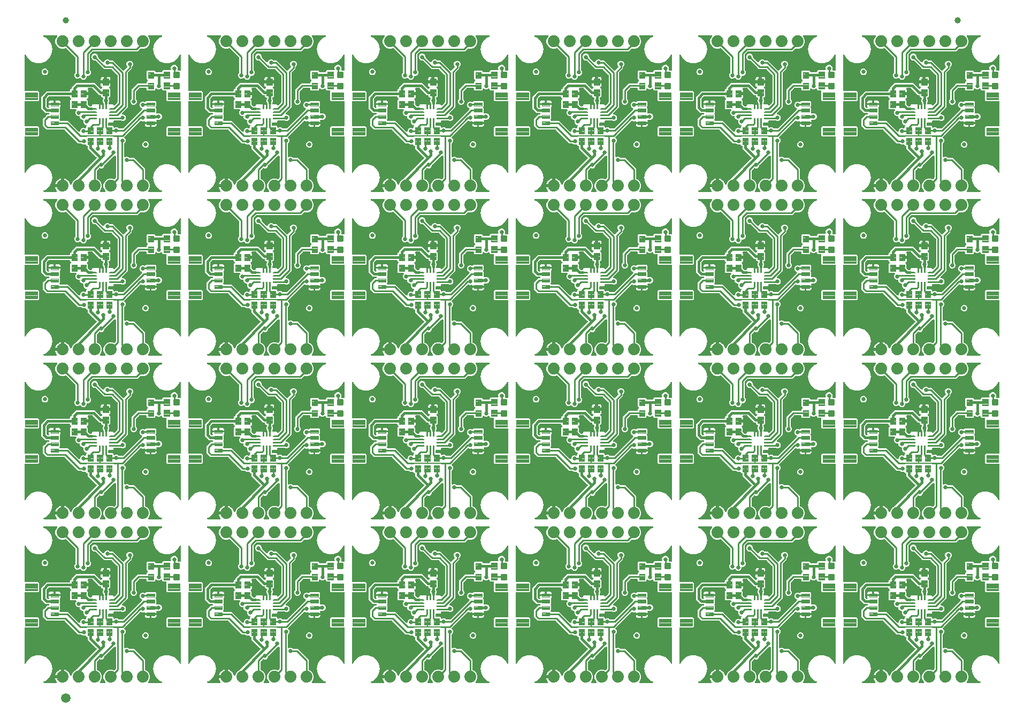
<source format=gtl>
G04 EAGLE Gerber RS-274X export*
G75*
%MOMM*%
%FSLAX34Y34*%
%LPD*%
%INTop Copper*%
%IPPOS*%
%AMOC8*
5,1,8,0,0,1.08239X$1,22.5*%
G01*
%ADD10C,0.100000*%
%ADD11C,0.635000*%
%ADD12C,1.879600*%
%ADD13C,0.096000*%
%ADD14C,0.102000*%
%ADD15C,0.300000*%
%ADD16C,0.102500*%
%ADD17C,1.000000*%
%ADD18C,1.500000*%
%ADD19C,0.660400*%
%ADD20C,0.254000*%
%ADD21C,0.381000*%
%ADD22C,0.203200*%

G36*
X53303Y780294D02*
X53303Y780294D01*
X53343Y780291D01*
X53461Y780314D01*
X53579Y780329D01*
X53617Y780343D01*
X53656Y780351D01*
X53764Y780402D01*
X53875Y780446D01*
X53907Y780469D01*
X53943Y780486D01*
X54036Y780562D01*
X54133Y780632D01*
X54158Y780663D01*
X54189Y780688D01*
X54259Y780785D01*
X54335Y780877D01*
X54352Y780913D01*
X54376Y780946D01*
X54420Y781057D01*
X54471Y781165D01*
X54478Y781204D01*
X54493Y781241D01*
X54508Y781360D01*
X54531Y781477D01*
X54528Y781517D01*
X54533Y781557D01*
X54518Y781675D01*
X54511Y781795D01*
X54499Y781833D01*
X54494Y781872D01*
X54450Y781983D01*
X54413Y782097D01*
X54392Y782131D01*
X54377Y782168D01*
X54291Y782304D01*
X53289Y783683D01*
X52436Y785357D01*
X51855Y787144D01*
X51815Y787401D01*
X62230Y787401D01*
X62348Y787416D01*
X62467Y787423D01*
X62505Y787436D01*
X62545Y787441D01*
X62656Y787484D01*
X62769Y787521D01*
X62803Y787543D01*
X62841Y787558D01*
X62937Y787628D01*
X63038Y787691D01*
X63066Y787721D01*
X63098Y787744D01*
X63174Y787836D01*
X63256Y787923D01*
X63275Y787958D01*
X63301Y787989D01*
X63352Y788097D01*
X63409Y788201D01*
X63420Y788241D01*
X63437Y788277D01*
X63459Y788394D01*
X63489Y788509D01*
X63493Y788570D01*
X63497Y788590D01*
X63495Y788610D01*
X63499Y788670D01*
X63499Y789941D01*
X64770Y789941D01*
X64888Y789956D01*
X65007Y789963D01*
X65045Y789976D01*
X65085Y789981D01*
X65196Y790025D01*
X65309Y790061D01*
X65344Y790083D01*
X65381Y790098D01*
X65477Y790168D01*
X65578Y790231D01*
X65606Y790261D01*
X65639Y790285D01*
X65714Y790376D01*
X65796Y790463D01*
X65816Y790498D01*
X65841Y790530D01*
X65892Y790637D01*
X65950Y790742D01*
X65960Y790781D01*
X65977Y790817D01*
X65999Y790934D01*
X66029Y791049D01*
X66033Y791110D01*
X66037Y791130D01*
X66035Y791150D01*
X66039Y791210D01*
X66039Y801625D01*
X66296Y801585D01*
X68083Y801004D01*
X69757Y800151D01*
X71278Y799046D01*
X72606Y797718D01*
X73711Y796197D01*
X74564Y794523D01*
X75154Y792706D01*
X75179Y792620D01*
X75210Y792494D01*
X75224Y792467D01*
X75232Y792438D01*
X75298Y792327D01*
X75358Y792213D01*
X75379Y792190D01*
X75394Y792164D01*
X75485Y792073D01*
X75572Y791977D01*
X75597Y791961D01*
X75619Y791940D01*
X75730Y791874D01*
X75838Y791803D01*
X75867Y791793D01*
X75892Y791777D01*
X76016Y791741D01*
X76139Y791699D01*
X76169Y791697D01*
X76198Y791689D01*
X76327Y791684D01*
X76456Y791674D01*
X76486Y791679D01*
X76516Y791678D01*
X76642Y791706D01*
X76769Y791729D01*
X76797Y791741D01*
X76826Y791747D01*
X76941Y791806D01*
X77059Y791859D01*
X77083Y791878D01*
X77110Y791892D01*
X77206Y791977D01*
X77308Y792058D01*
X77326Y792082D01*
X77348Y792102D01*
X77421Y792208D01*
X77499Y792312D01*
X77518Y792350D01*
X77527Y792364D01*
X77535Y792385D01*
X77570Y792456D01*
X79209Y796415D01*
X82425Y799631D01*
X84672Y800561D01*
X84680Y800566D01*
X84689Y800568D01*
X84816Y800644D01*
X84948Y800719D01*
X84955Y800725D01*
X84963Y800730D01*
X85083Y800836D01*
X87640Y803393D01*
X87641Y803393D01*
X117232Y832984D01*
X117305Y833079D01*
X117383Y833168D01*
X117402Y833204D01*
X117427Y833236D01*
X117474Y833345D01*
X117528Y833451D01*
X117537Y833490D01*
X117553Y833528D01*
X117572Y833645D01*
X117598Y833761D01*
X117596Y833802D01*
X117603Y833842D01*
X117592Y833960D01*
X117588Y834079D01*
X117577Y834118D01*
X117573Y834158D01*
X117533Y834271D01*
X117500Y834385D01*
X117479Y834419D01*
X117465Y834458D01*
X117399Y834556D01*
X117338Y834659D01*
X117298Y834704D01*
X117287Y834721D01*
X117272Y834734D01*
X117232Y834779D01*
X115327Y836685D01*
X115313Y836695D01*
X103504Y848504D01*
X103504Y851505D01*
X103489Y851623D01*
X103482Y851742D01*
X103469Y851780D01*
X103464Y851821D01*
X103421Y851931D01*
X103384Y852044D01*
X103362Y852079D01*
X103347Y852116D01*
X103278Y852212D01*
X103214Y852313D01*
X103184Y852341D01*
X103161Y852374D01*
X103069Y852450D01*
X102982Y852531D01*
X102947Y852551D01*
X102916Y852576D01*
X102808Y852627D01*
X102704Y852685D01*
X102664Y852695D01*
X102628Y852712D01*
X102511Y852734D01*
X102396Y852764D01*
X102336Y852768D01*
X102316Y852772D01*
X102295Y852770D01*
X102235Y852774D01*
X101893Y852774D01*
X100409Y854258D01*
X100409Y854428D01*
X100403Y854477D01*
X100405Y854527D01*
X100383Y854634D01*
X100369Y854743D01*
X100351Y854789D01*
X100341Y854838D01*
X100293Y854937D01*
X100252Y855039D01*
X100223Y855079D01*
X100201Y855124D01*
X100130Y855207D01*
X100066Y855296D01*
X100027Y855328D01*
X99995Y855366D01*
X99905Y855429D01*
X99821Y855499D01*
X99776Y855520D01*
X99735Y855549D01*
X99632Y855588D01*
X99533Y855634D01*
X99484Y855644D01*
X99438Y855661D01*
X99328Y855674D01*
X99221Y855694D01*
X99171Y855691D01*
X99121Y855697D01*
X99013Y855681D01*
X98903Y855674D01*
X98856Y855659D01*
X98807Y855652D01*
X98654Y855600D01*
X98343Y855471D01*
X96221Y855471D01*
X94260Y856283D01*
X93412Y857132D01*
X93334Y857192D01*
X93262Y857260D01*
X93209Y857289D01*
X93161Y857326D01*
X93070Y857366D01*
X92983Y857414D01*
X92925Y857429D01*
X92869Y857453D01*
X92771Y857468D01*
X92675Y857493D01*
X92575Y857499D01*
X92555Y857503D01*
X92543Y857501D01*
X92515Y857503D01*
X88040Y857503D01*
X67076Y878468D01*
X66997Y878528D01*
X66925Y878596D01*
X66872Y878625D01*
X66824Y878662D01*
X66733Y878702D01*
X66647Y878750D01*
X66588Y878765D01*
X66533Y878789D01*
X66435Y878804D01*
X66339Y878829D01*
X66239Y878835D01*
X66218Y878839D01*
X66206Y878837D01*
X66178Y878839D01*
X38510Y878839D01*
X36204Y881145D01*
X36204Y881146D01*
X32511Y884838D01*
X32511Y895702D01*
X34817Y898008D01*
X34818Y898008D01*
X36966Y900156D01*
X39272Y902463D01*
X41171Y902463D01*
X41269Y902475D01*
X41368Y902478D01*
X41426Y902495D01*
X41487Y902503D01*
X41579Y902539D01*
X41674Y902567D01*
X41726Y902597D01*
X41782Y902620D01*
X41862Y902678D01*
X41948Y902728D01*
X42023Y902794D01*
X42040Y902806D01*
X42047Y902816D01*
X42069Y902834D01*
X42370Y903136D01*
X42455Y903245D01*
X42543Y903352D01*
X42552Y903371D01*
X42565Y903387D01*
X42620Y903515D01*
X42679Y903640D01*
X42683Y903660D01*
X42691Y903679D01*
X42713Y903817D01*
X42739Y903953D01*
X42738Y903973D01*
X42741Y903993D01*
X42728Y904132D01*
X42719Y904270D01*
X42713Y904289D01*
X42711Y904309D01*
X42664Y904441D01*
X42621Y904572D01*
X42610Y904590D01*
X42603Y904609D01*
X42525Y904724D01*
X42451Y904841D01*
X42436Y904855D01*
X42425Y904872D01*
X42321Y904964D01*
X42219Y905059D01*
X42201Y905069D01*
X42186Y905082D01*
X42063Y905145D01*
X41941Y905213D01*
X41921Y905218D01*
X41903Y905227D01*
X41767Y905257D01*
X41633Y905292D01*
X41605Y905294D01*
X41593Y905297D01*
X41572Y905296D01*
X41472Y905302D01*
X36549Y905302D01*
X29844Y912007D01*
X29844Y931017D01*
X38365Y939538D01*
X73740Y939538D01*
X73858Y939553D01*
X73977Y939560D01*
X74015Y939573D01*
X74056Y939578D01*
X74166Y939621D01*
X74279Y939658D01*
X74314Y939680D01*
X74351Y939695D01*
X74447Y939764D01*
X74548Y939828D01*
X74576Y939858D01*
X74609Y939881D01*
X74685Y939973D01*
X74766Y940060D01*
X74786Y940095D01*
X74811Y940126D01*
X74862Y940234D01*
X74920Y940338D01*
X74930Y940378D01*
X74947Y940414D01*
X74969Y940531D01*
X74999Y940646D01*
X75003Y940706D01*
X75007Y940726D01*
X75005Y940747D01*
X75009Y940807D01*
X75009Y941649D01*
X76493Y943133D01*
X76835Y943133D01*
X76953Y943148D01*
X77072Y943155D01*
X77110Y943168D01*
X77151Y943173D01*
X77261Y943216D01*
X77374Y943253D01*
X77409Y943275D01*
X77446Y943290D01*
X77542Y943359D01*
X77643Y943423D01*
X77671Y943453D01*
X77704Y943476D01*
X77780Y943568D01*
X77861Y943655D01*
X77881Y943690D01*
X77906Y943721D01*
X77957Y943829D01*
X78015Y943933D01*
X78025Y943973D01*
X78042Y944009D01*
X78064Y944126D01*
X78094Y944241D01*
X78098Y944301D01*
X78102Y944321D01*
X78100Y944342D01*
X78104Y944402D01*
X78104Y945749D01*
X80782Y948427D01*
X80783Y948427D01*
X82305Y949949D01*
X84983Y952628D01*
X114153Y952628D01*
X123103Y943677D01*
X123198Y943604D01*
X123287Y943526D01*
X123323Y943507D01*
X123355Y943482D01*
X123464Y943435D01*
X123570Y943381D01*
X123609Y943372D01*
X123647Y943356D01*
X123764Y943337D01*
X123880Y943311D01*
X123921Y943313D01*
X123961Y943306D01*
X124079Y943317D01*
X124198Y943321D01*
X124237Y943332D01*
X124277Y943336D01*
X124389Y943376D01*
X124504Y943409D01*
X124539Y943430D01*
X124577Y943444D01*
X124675Y943510D01*
X124778Y943571D01*
X124823Y943611D01*
X124840Y943622D01*
X124853Y943638D01*
X124898Y943677D01*
X125843Y944622D01*
X125920Y944722D01*
X126003Y944817D01*
X126018Y944847D01*
X126038Y944873D01*
X126088Y944989D01*
X126144Y945101D01*
X126151Y945134D01*
X126165Y945165D01*
X126184Y945290D01*
X126211Y945412D01*
X126209Y945446D01*
X126215Y945479D01*
X126203Y945605D01*
X126198Y945730D01*
X126188Y945763D01*
X126185Y945796D01*
X126142Y945914D01*
X126106Y946035D01*
X126089Y946064D01*
X126077Y946095D01*
X126007Y946199D01*
X125942Y946307D01*
X125918Y946331D01*
X125899Y946358D01*
X125804Y946442D01*
X125715Y946530D01*
X125674Y946557D01*
X125660Y946569D01*
X125641Y946579D01*
X125581Y946619D01*
X125205Y946836D01*
X124639Y947402D01*
X124238Y948095D01*
X124031Y948869D01*
X124031Y951770D01*
X130342Y951770D01*
X130460Y951785D01*
X130579Y951792D01*
X130617Y951804D01*
X130657Y951810D01*
X130768Y951853D01*
X130881Y951890D01*
X130915Y951912D01*
X130953Y951927D01*
X131049Y951996D01*
X131150Y952060D01*
X131178Y952090D01*
X131210Y952113D01*
X131286Y952205D01*
X131368Y952292D01*
X131387Y952327D01*
X131413Y952358D01*
X131464Y952466D01*
X131521Y952570D01*
X131531Y952610D01*
X131549Y952646D01*
X131569Y952753D01*
X131573Y952723D01*
X131617Y952613D01*
X131653Y952500D01*
X131675Y952465D01*
X131690Y952428D01*
X131760Y952331D01*
X131823Y952231D01*
X131853Y952203D01*
X131877Y952170D01*
X131968Y952094D01*
X132055Y952013D01*
X132090Y951993D01*
X132122Y951968D01*
X132229Y951917D01*
X132334Y951859D01*
X132373Y951849D01*
X132409Y951832D01*
X132526Y951810D01*
X132642Y951780D01*
X132702Y951776D01*
X132722Y951772D01*
X132742Y951774D01*
X132802Y951770D01*
X139113Y951770D01*
X139113Y948869D01*
X138906Y948095D01*
X138505Y947402D01*
X137939Y946836D01*
X137563Y946619D01*
X137463Y946543D01*
X137359Y946472D01*
X137337Y946447D01*
X137310Y946427D01*
X137232Y946328D01*
X137149Y946234D01*
X137133Y946204D01*
X137113Y946177D01*
X137061Y946062D01*
X137004Y945951D01*
X136997Y945918D01*
X136983Y945887D01*
X136962Y945763D01*
X136935Y945640D01*
X136936Y945607D01*
X136930Y945573D01*
X136940Y945448D01*
X136944Y945322D01*
X136954Y945290D01*
X136956Y945257D01*
X136998Y945138D01*
X137033Y945017D01*
X137050Y944988D01*
X137061Y944956D01*
X137130Y944851D01*
X137194Y944743D01*
X137226Y944706D01*
X137237Y944691D01*
X137253Y944677D01*
X137301Y944622D01*
X138605Y943318D01*
X138605Y931220D01*
X137058Y929673D01*
X136988Y929645D01*
X136857Y929598D01*
X136840Y929587D01*
X136821Y929579D01*
X136709Y929498D01*
X136594Y929420D01*
X136580Y929404D01*
X136564Y929393D01*
X136475Y929285D01*
X136383Y929181D01*
X136374Y929163D01*
X136361Y929148D01*
X136302Y929022D01*
X136239Y928898D01*
X136234Y928878D01*
X136225Y928860D01*
X136199Y928723D01*
X136169Y928588D01*
X136170Y928567D01*
X136166Y928548D01*
X136174Y928409D01*
X136179Y928270D01*
X136184Y928250D01*
X136185Y928230D01*
X136228Y928098D01*
X136267Y927964D01*
X136277Y927947D01*
X136283Y927928D01*
X136358Y927810D01*
X136429Y927690D01*
X136447Y927669D01*
X136454Y927659D01*
X136469Y927645D01*
X136521Y927585D01*
X137335Y925621D01*
X137335Y923499D01*
X136523Y921538D01*
X136309Y921325D01*
X136249Y921247D01*
X136181Y921175D01*
X136152Y921122D01*
X136115Y921074D01*
X136075Y920983D01*
X136027Y920896D01*
X136012Y920838D01*
X135988Y920782D01*
X135973Y920684D01*
X135948Y920588D01*
X135942Y920488D01*
X135938Y920468D01*
X135940Y920456D01*
X135938Y920428D01*
X135938Y920042D01*
X135953Y919924D01*
X135960Y919805D01*
X135973Y919767D01*
X135978Y919726D01*
X136021Y919616D01*
X136058Y919503D01*
X136080Y919468D01*
X136095Y919431D01*
X136164Y919335D01*
X136228Y919234D01*
X136258Y919206D01*
X136281Y919173D01*
X136373Y919097D01*
X136460Y919016D01*
X136495Y918996D01*
X136526Y918971D01*
X136634Y918920D01*
X136738Y918862D01*
X136778Y918852D01*
X136814Y918835D01*
X136931Y918813D01*
X137046Y918783D01*
X137106Y918779D01*
X137126Y918775D01*
X137147Y918777D01*
X137207Y918773D01*
X142842Y918773D01*
X144161Y917453D01*
X144256Y917380D01*
X144345Y917301D01*
X144381Y917283D01*
X144413Y917258D01*
X144522Y917211D01*
X144628Y917157D01*
X144667Y917148D01*
X144705Y917132D01*
X144822Y917113D01*
X144938Y917087D01*
X144979Y917088D01*
X145019Y917082D01*
X145137Y917093D01*
X145256Y917097D01*
X145295Y917108D01*
X145335Y917112D01*
X145448Y917152D01*
X145562Y917185D01*
X145596Y917206D01*
X145635Y917220D01*
X145733Y917287D01*
X145836Y917347D01*
X145881Y917387D01*
X145898Y917398D01*
X145911Y917413D01*
X145956Y917453D01*
X149996Y921492D01*
X150056Y921571D01*
X150124Y921643D01*
X150153Y921696D01*
X150190Y921744D01*
X150230Y921835D01*
X150278Y921921D01*
X150293Y921980D01*
X150317Y922035D01*
X150332Y922133D01*
X150357Y922229D01*
X150363Y922329D01*
X150367Y922350D01*
X150365Y922362D01*
X150367Y922390D01*
X150367Y964830D01*
X150355Y964928D01*
X150352Y965027D01*
X150335Y965086D01*
X150327Y965146D01*
X150291Y965238D01*
X150263Y965333D01*
X150233Y965385D01*
X150210Y965441D01*
X150152Y965521D01*
X150102Y965607D01*
X150036Y965682D01*
X150024Y965699D01*
X150014Y965707D01*
X149996Y965728D01*
X141498Y974226D01*
X141419Y974286D01*
X141347Y974354D01*
X141294Y974383D01*
X141246Y974420D01*
X141155Y974460D01*
X141069Y974508D01*
X141010Y974523D01*
X140955Y974547D01*
X140857Y974562D01*
X140761Y974587D01*
X140661Y974593D01*
X140640Y974597D01*
X140628Y974595D01*
X140600Y974597D01*
X129055Y974597D01*
X115711Y987942D01*
X115633Y988002D01*
X115560Y988070D01*
X115507Y988099D01*
X115460Y988136D01*
X115369Y988176D01*
X115282Y988224D01*
X115223Y988239D01*
X115168Y988263D01*
X115070Y988278D01*
X114974Y988303D01*
X114874Y988309D01*
X114854Y988313D01*
X114841Y988311D01*
X114813Y988313D01*
X113239Y988313D01*
X111278Y989125D01*
X109777Y990626D01*
X108965Y992587D01*
X108965Y994709D01*
X109777Y996670D01*
X111278Y998171D01*
X113239Y998983D01*
X115361Y998983D01*
X117322Y998171D01*
X118823Y996670D01*
X119635Y994709D01*
X119635Y993885D01*
X119647Y993787D01*
X119650Y993688D01*
X119667Y993629D01*
X119675Y993569D01*
X119711Y993477D01*
X119739Y993382D01*
X119769Y993330D01*
X119792Y993274D01*
X119850Y993194D01*
X119900Y993108D01*
X119966Y993033D01*
X119978Y993016D01*
X119988Y993009D01*
X120006Y992987D01*
X127197Y985797D01*
X127236Y985766D01*
X127270Y985730D01*
X127361Y985669D01*
X127448Y985602D01*
X127494Y985582D01*
X127535Y985555D01*
X127639Y985519D01*
X127740Y985476D01*
X127789Y985468D01*
X127836Y985452D01*
X127946Y985443D01*
X128054Y985426D01*
X128104Y985430D01*
X128153Y985427D01*
X128261Y985445D01*
X128371Y985456D01*
X128418Y985472D01*
X128466Y985481D01*
X128567Y985526D01*
X128670Y985563D01*
X128711Y985591D01*
X128756Y985612D01*
X128842Y985680D01*
X128933Y985742D01*
X128966Y985779D01*
X129005Y985810D01*
X129071Y985898D01*
X129144Y985980D01*
X129166Y986025D01*
X129196Y986064D01*
X129267Y986209D01*
X129970Y987907D01*
X131471Y989408D01*
X133432Y990220D01*
X135554Y990220D01*
X137515Y989408D01*
X138363Y988559D01*
X138441Y988499D01*
X138513Y988431D01*
X138566Y988402D01*
X138614Y988365D01*
X138705Y988325D01*
X138792Y988277D01*
X138850Y988262D01*
X138906Y988238D01*
X139004Y988223D01*
X139100Y988198D01*
X139200Y988192D01*
X139220Y988188D01*
X139232Y988190D01*
X139260Y988188D01*
X143481Y988188D01*
X159059Y972610D01*
X159153Y972537D01*
X159242Y972458D01*
X159278Y972440D01*
X159310Y972415D01*
X159420Y972367D01*
X159526Y972313D01*
X159565Y972305D01*
X159602Y972288D01*
X159720Y972270D01*
X159836Y972244D01*
X159876Y972245D01*
X159916Y972239D01*
X160035Y972250D01*
X160154Y972253D01*
X160193Y972265D01*
X160233Y972268D01*
X160345Y972309D01*
X160459Y972342D01*
X160494Y972362D01*
X160532Y972376D01*
X160631Y972443D01*
X160733Y972503D01*
X160778Y972543D01*
X160795Y972555D01*
X160809Y972570D01*
X160854Y972610D01*
X162833Y974589D01*
X162834Y974589D01*
X165588Y977344D01*
X165661Y977438D01*
X165740Y977527D01*
X165758Y977563D01*
X165783Y977595D01*
X165830Y977704D01*
X165884Y977810D01*
X165893Y977850D01*
X165909Y977887D01*
X165928Y978004D01*
X165954Y978121D01*
X165953Y978161D01*
X165959Y978201D01*
X165948Y978320D01*
X165944Y978438D01*
X165933Y978477D01*
X165929Y978518D01*
X165889Y978630D01*
X165856Y978744D01*
X165835Y978779D01*
X165822Y978817D01*
X165755Y978915D01*
X165694Y979018D01*
X165654Y979063D01*
X165643Y979080D01*
X165628Y979093D01*
X165588Y979139D01*
X165276Y979450D01*
X164464Y981411D01*
X164464Y983533D01*
X165276Y985494D01*
X166777Y986995D01*
X168738Y987807D01*
X170860Y987807D01*
X172821Y986995D01*
X174322Y985494D01*
X175134Y983533D01*
X175134Y981411D01*
X174322Y979450D01*
X173473Y978602D01*
X173413Y978524D01*
X173345Y978452D01*
X173316Y978399D01*
X173279Y978351D01*
X173239Y978260D01*
X173191Y978173D01*
X173176Y978115D01*
X173152Y978059D01*
X173137Y977961D01*
X173112Y977865D01*
X173106Y977765D01*
X173102Y977745D01*
X173104Y977733D01*
X173102Y977705D01*
X173102Y975516D01*
X167504Y969919D01*
X167444Y969840D01*
X167376Y969768D01*
X167347Y969715D01*
X167310Y969667D01*
X167270Y969576D01*
X167222Y969490D01*
X167207Y969431D01*
X167183Y969376D01*
X167168Y969278D01*
X167143Y969182D01*
X167137Y969082D01*
X167133Y969062D01*
X167135Y969049D01*
X167133Y969021D01*
X167133Y914556D01*
X157714Y905137D01*
X157629Y905028D01*
X157540Y904921D01*
X157532Y904902D01*
X157519Y904886D01*
X157464Y904758D01*
X157405Y904633D01*
X157401Y904613D01*
X157393Y904594D01*
X157371Y904456D01*
X157345Y904320D01*
X157346Y904300D01*
X157343Y904280D01*
X157356Y904141D01*
X157365Y904003D01*
X157371Y903984D01*
X157373Y903964D01*
X157420Y903832D01*
X157463Y903701D01*
X157474Y903683D01*
X157481Y903664D01*
X157559Y903549D01*
X157633Y903432D01*
X157648Y903418D01*
X157659Y903401D01*
X157764Y903309D01*
X157865Y903214D01*
X157882Y903204D01*
X157898Y903191D01*
X158022Y903127D01*
X158143Y903060D01*
X158163Y903055D01*
X158181Y903046D01*
X158317Y903016D01*
X158451Y902981D01*
X158479Y902979D01*
X158491Y902976D01*
X158512Y902977D01*
X158612Y902971D01*
X159557Y902971D01*
X161518Y902159D01*
X163019Y900658D01*
X163831Y898697D01*
X163831Y896575D01*
X163019Y894614D01*
X161518Y893113D01*
X159557Y892301D01*
X157435Y892301D01*
X155444Y893126D01*
X155372Y893194D01*
X155319Y893223D01*
X155271Y893260D01*
X155180Y893300D01*
X155093Y893348D01*
X155035Y893363D01*
X154979Y893387D01*
X154881Y893402D01*
X154785Y893427D01*
X154685Y893433D01*
X154665Y893437D01*
X154653Y893435D01*
X154625Y893437D01*
X145302Y893437D01*
X145184Y893422D01*
X145065Y893415D01*
X145027Y893402D01*
X144986Y893397D01*
X144876Y893354D01*
X144763Y893317D01*
X144728Y893295D01*
X144691Y893280D01*
X144595Y893211D01*
X144494Y893147D01*
X144466Y893117D01*
X144433Y893094D01*
X144357Y893002D01*
X144276Y892915D01*
X144256Y892880D01*
X144231Y892849D01*
X144180Y892741D01*
X144122Y892637D01*
X144112Y892597D01*
X144095Y892561D01*
X144073Y892444D01*
X144043Y892329D01*
X144039Y892269D01*
X144035Y892249D01*
X144037Y892228D01*
X144033Y892168D01*
X144033Y890898D01*
X142842Y889707D01*
X136572Y889707D01*
X136454Y889692D01*
X136335Y889685D01*
X136297Y889672D01*
X136256Y889667D01*
X136146Y889624D01*
X136033Y889587D01*
X135998Y889565D01*
X135961Y889550D01*
X135865Y889481D01*
X135764Y889417D01*
X135736Y889387D01*
X135703Y889364D01*
X135627Y889272D01*
X135546Y889185D01*
X135526Y889150D01*
X135501Y889119D01*
X135450Y889011D01*
X135392Y888907D01*
X135382Y888867D01*
X135365Y888831D01*
X135343Y888714D01*
X135313Y888599D01*
X135309Y888539D01*
X135305Y888519D01*
X135307Y888498D01*
X135303Y888438D01*
X135303Y885982D01*
X135318Y885864D01*
X135325Y885745D01*
X135338Y885707D01*
X135343Y885666D01*
X135386Y885556D01*
X135423Y885443D01*
X135445Y885408D01*
X135460Y885371D01*
X135529Y885275D01*
X135593Y885174D01*
X135623Y885146D01*
X135646Y885113D01*
X135738Y885037D01*
X135825Y884956D01*
X135860Y884936D01*
X135891Y884911D01*
X135999Y884860D01*
X136103Y884802D01*
X136143Y884792D01*
X136179Y884775D01*
X136296Y884753D01*
X136411Y884723D01*
X136471Y884719D01*
X136491Y884715D01*
X136512Y884717D01*
X136572Y884713D01*
X142773Y884713D01*
X144256Y883229D01*
X144256Y883059D01*
X144262Y883009D01*
X144260Y882960D01*
X144278Y882875D01*
X144279Y882861D01*
X144283Y882848D01*
X144296Y882743D01*
X144314Y882697D01*
X144324Y882648D01*
X144373Y882550D01*
X144413Y882447D01*
X144442Y882407D01*
X144464Y882363D01*
X144535Y882279D01*
X144600Y882190D01*
X144638Y882158D01*
X144670Y882121D01*
X144760Y882057D01*
X144845Y881987D01*
X144890Y881966D01*
X144931Y881938D01*
X145033Y881899D01*
X145133Y881852D01*
X145181Y881842D01*
X145228Y881825D01*
X145337Y881813D01*
X145445Y881792D01*
X145494Y881795D01*
X145544Y881790D01*
X145653Y881805D01*
X145762Y881812D01*
X145810Y881827D01*
X145859Y881834D01*
X146011Y881886D01*
X147529Y882515D01*
X149651Y882515D01*
X151612Y881703D01*
X152460Y880854D01*
X152538Y880794D01*
X152610Y880726D01*
X152663Y880697D01*
X152711Y880660D01*
X152802Y880620D01*
X152889Y880572D01*
X152947Y880557D01*
X153003Y880533D01*
X153101Y880518D01*
X153197Y880493D01*
X153297Y880487D01*
X153317Y880483D01*
X153329Y880485D01*
X153357Y880483D01*
X158244Y880483D01*
X158342Y880495D01*
X158441Y880498D01*
X158500Y880515D01*
X158560Y880523D01*
X158652Y880559D01*
X158747Y880587D01*
X158799Y880617D01*
X158855Y880640D01*
X158935Y880698D01*
X159021Y880748D01*
X159096Y880814D01*
X159113Y880826D01*
X159121Y880836D01*
X159142Y880854D01*
X189135Y910848D01*
X189165Y910887D01*
X189202Y910920D01*
X189262Y911012D01*
X189330Y911099D01*
X189350Y911145D01*
X189377Y911186D01*
X189412Y911290D01*
X189456Y911391D01*
X189464Y911440D01*
X189480Y911487D01*
X189489Y911596D01*
X189506Y911705D01*
X189501Y911754D01*
X189505Y911804D01*
X189486Y911912D01*
X189476Y912021D01*
X189459Y912068D01*
X189451Y912117D01*
X189406Y912217D01*
X189369Y912321D01*
X189341Y912362D01*
X189320Y912407D01*
X189252Y912493D01*
X189190Y912584D01*
X189153Y912617D01*
X189122Y912656D01*
X189034Y912722D01*
X188952Y912794D01*
X188907Y912817D01*
X188868Y912847D01*
X188723Y912918D01*
X187478Y913433D01*
X185977Y914934D01*
X185165Y916895D01*
X185165Y919017D01*
X185977Y920978D01*
X187478Y922479D01*
X189439Y923291D01*
X191561Y923291D01*
X192976Y922704D01*
X193005Y922697D01*
X193031Y922683D01*
X193158Y922655D01*
X193283Y922621D01*
X193313Y922620D01*
X193342Y922614D01*
X193471Y922618D01*
X193601Y922615D01*
X193630Y922622D01*
X193659Y922623D01*
X193784Y922659D01*
X193910Y922690D01*
X193937Y922703D01*
X193965Y922712D01*
X194077Y922778D01*
X194192Y922838D01*
X194213Y922858D01*
X194239Y922873D01*
X194360Y922980D01*
X195653Y924273D01*
X210239Y924273D01*
X211729Y922783D01*
X211729Y915697D01*
X211169Y915137D01*
X211096Y915043D01*
X211018Y914954D01*
X210999Y914918D01*
X210975Y914886D01*
X210927Y914777D01*
X210873Y914671D01*
X210864Y914632D01*
X210848Y914594D01*
X210829Y914477D01*
X210803Y914361D01*
X210805Y914320D01*
X210798Y914280D01*
X210809Y914162D01*
X210813Y914043D01*
X210824Y914004D01*
X210828Y913964D01*
X210868Y913852D01*
X210902Y913737D01*
X210922Y913702D01*
X210936Y913664D01*
X211003Y913566D01*
X211063Y913463D01*
X211103Y913418D01*
X211114Y913401D01*
X211130Y913388D01*
X211169Y913342D01*
X211729Y912783D01*
X211729Y905617D01*
X211735Y905568D01*
X211733Y905518D01*
X211755Y905411D01*
X211769Y905302D01*
X211787Y905256D01*
X211797Y905207D01*
X211845Y905108D01*
X211886Y905006D01*
X211915Y904966D01*
X211937Y904921D01*
X212008Y904838D01*
X212072Y904749D01*
X212111Y904717D01*
X212143Y904679D01*
X212233Y904616D01*
X212317Y904546D01*
X212362Y904525D01*
X212403Y904496D01*
X212506Y904457D01*
X212605Y904410D01*
X212654Y904401D01*
X212700Y904383D01*
X212810Y904371D01*
X212917Y904351D01*
X212967Y904354D01*
X213016Y904348D01*
X213125Y904364D01*
X213235Y904370D01*
X213282Y904386D01*
X213331Y904393D01*
X213484Y904445D01*
X214411Y904829D01*
X216533Y904829D01*
X218494Y904017D01*
X219995Y902516D01*
X220807Y900555D01*
X220807Y898433D01*
X219995Y896472D01*
X218494Y894971D01*
X216533Y894159D01*
X214411Y894159D01*
X213732Y894440D01*
X213678Y894455D01*
X213626Y894479D01*
X213525Y894497D01*
X213425Y894524D01*
X213369Y894525D01*
X213313Y894535D01*
X213211Y894528D01*
X213107Y894529D01*
X213052Y894516D01*
X212996Y894512D01*
X212898Y894479D01*
X212798Y894455D01*
X212748Y894429D01*
X212695Y894411D01*
X212608Y894355D01*
X212517Y894307D01*
X212475Y894269D01*
X212428Y894238D01*
X212358Y894162D01*
X212282Y894093D01*
X212251Y894046D01*
X212212Y894004D01*
X212164Y893913D01*
X212107Y893827D01*
X212088Y893774D01*
X212062Y893724D01*
X212037Y893624D01*
X212004Y893526D01*
X211999Y893470D01*
X211986Y893415D01*
X211986Y893345D01*
X211984Y893332D01*
X211986Y893302D01*
X211978Y893209D01*
X211988Y893153D01*
X211989Y893097D01*
X212003Y893026D01*
X212004Y893015D01*
X212007Y893003D01*
X212020Y892939D01*
X212237Y892132D01*
X212237Y890739D01*
X203176Y890739D01*
X203058Y890724D01*
X202939Y890717D01*
X202932Y890715D01*
X202876Y890729D01*
X202816Y890733D01*
X202796Y890737D01*
X202776Y890735D01*
X202716Y890739D01*
X193655Y890739D01*
X193655Y891015D01*
X193649Y891064D01*
X193651Y891114D01*
X193629Y891222D01*
X193615Y891331D01*
X193597Y891377D01*
X193587Y891425D01*
X193539Y891524D01*
X193498Y891626D01*
X193469Y891667D01*
X193447Y891711D01*
X193376Y891795D01*
X193312Y891884D01*
X193273Y891915D01*
X193241Y891953D01*
X193151Y892016D01*
X193067Y892086D01*
X193022Y892108D01*
X192981Y892136D01*
X192878Y892175D01*
X192779Y892222D01*
X192730Y892231D01*
X192684Y892249D01*
X192574Y892261D01*
X192467Y892282D01*
X192417Y892279D01*
X192368Y892284D01*
X192259Y892269D01*
X192149Y892262D01*
X192102Y892247D01*
X192053Y892240D01*
X191900Y892188D01*
X191561Y892047D01*
X189439Y892047D01*
X187809Y892722D01*
X187781Y892730D01*
X187754Y892744D01*
X187628Y892772D01*
X187502Y892806D01*
X187473Y892807D01*
X187444Y892813D01*
X187314Y892809D01*
X187184Y892811D01*
X187156Y892804D01*
X187126Y892804D01*
X187002Y892767D01*
X186875Y892737D01*
X186849Y892723D01*
X186821Y892715D01*
X186709Y892649D01*
X186594Y892588D01*
X186572Y892569D01*
X186547Y892554D01*
X186426Y892447D01*
X161437Y867458D01*
X161364Y867364D01*
X161285Y867275D01*
X161267Y867239D01*
X161242Y867207D01*
X161195Y867098D01*
X161141Y866992D01*
X161132Y866952D01*
X161116Y866915D01*
X161097Y866797D01*
X161071Y866681D01*
X161072Y866641D01*
X161066Y866601D01*
X161077Y866482D01*
X161081Y866364D01*
X161092Y866325D01*
X161096Y866284D01*
X161136Y866172D01*
X161169Y866058D01*
X161190Y866023D01*
X161203Y865985D01*
X161270Y865887D01*
X161331Y865784D01*
X161370Y865739D01*
X161382Y865722D01*
X161397Y865708D01*
X161437Y865663D01*
X162511Y864590D01*
X163323Y862629D01*
X163323Y860507D01*
X162511Y858546D01*
X161408Y857444D01*
X161348Y857366D01*
X161280Y857294D01*
X161251Y857241D01*
X161214Y857193D01*
X161174Y857102D01*
X161126Y857015D01*
X161111Y856957D01*
X161087Y856901D01*
X161072Y856803D01*
X161047Y856707D01*
X161041Y856607D01*
X161037Y856587D01*
X161039Y856575D01*
X161037Y856547D01*
X161037Y836571D01*
X161043Y836521D01*
X161041Y836472D01*
X161063Y836364D01*
X161077Y836255D01*
X161095Y836209D01*
X161105Y836160D01*
X161153Y836062D01*
X161194Y835960D01*
X161223Y835919D01*
X161245Y835875D01*
X161316Y835791D01*
X161380Y835702D01*
X161419Y835670D01*
X161451Y835633D01*
X161541Y835570D01*
X161625Y835499D01*
X161670Y835478D01*
X161711Y835450D01*
X161814Y835411D01*
X161913Y835364D01*
X161962Y835355D01*
X162008Y835337D01*
X162118Y835325D01*
X162225Y835304D01*
X162275Y835307D01*
X162324Y835302D01*
X162433Y835317D01*
X162543Y835324D01*
X162590Y835339D01*
X162639Y835346D01*
X162792Y835398D01*
X164039Y835915D01*
X166161Y835915D01*
X168122Y835103D01*
X168970Y834254D01*
X169048Y834194D01*
X169120Y834126D01*
X169173Y834097D01*
X169221Y834060D01*
X169312Y834020D01*
X169399Y833972D01*
X169457Y833957D01*
X169513Y833933D01*
X169611Y833918D01*
X169707Y833893D01*
X169807Y833887D01*
X169827Y833883D01*
X169839Y833885D01*
X169867Y833883D01*
X176882Y833883D01*
X193803Y816962D01*
X193803Y801793D01*
X193806Y801763D01*
X193804Y801734D01*
X193826Y801605D01*
X193843Y801477D01*
X193853Y801450D01*
X193858Y801421D01*
X193912Y801302D01*
X193960Y801181D01*
X193977Y801157D01*
X193989Y801131D01*
X194070Y801029D01*
X194146Y800924D01*
X194169Y800905D01*
X194188Y800882D01*
X194291Y800804D01*
X194391Y800721D01*
X194418Y800709D01*
X194442Y800691D01*
X194586Y800620D01*
X196975Y799631D01*
X200191Y796415D01*
X201931Y792214D01*
X201931Y787666D01*
X200191Y783465D01*
X199181Y782455D01*
X199096Y782346D01*
X199007Y782239D01*
X198998Y782220D01*
X198986Y782204D01*
X198931Y782077D01*
X198872Y781951D01*
X198868Y781931D01*
X198860Y781912D01*
X198838Y781774D01*
X198812Y781638D01*
X198813Y781618D01*
X198810Y781598D01*
X198823Y781459D01*
X198832Y781321D01*
X198838Y781302D01*
X198840Y781282D01*
X198887Y781150D01*
X198930Y781019D01*
X198940Y781001D01*
X198947Y780982D01*
X199025Y780867D01*
X199100Y780750D01*
X199114Y780736D01*
X199126Y780719D01*
X199230Y780627D01*
X199331Y780532D01*
X199349Y780522D01*
X199364Y780509D01*
X199488Y780446D01*
X199610Y780378D01*
X199629Y780373D01*
X199647Y780364D01*
X199783Y780334D01*
X199918Y780299D01*
X199946Y780297D01*
X199958Y780294D01*
X199978Y780295D01*
X200078Y780289D01*
X219684Y780289D01*
X219781Y780301D01*
X219878Y780304D01*
X219938Y780321D01*
X220000Y780329D01*
X220090Y780364D01*
X220184Y780391D01*
X220238Y780423D01*
X220296Y780446D01*
X220374Y780503D01*
X220458Y780552D01*
X220502Y780596D01*
X220553Y780632D01*
X220615Y780708D01*
X220684Y780776D01*
X220716Y780829D01*
X220756Y780877D01*
X220797Y780965D01*
X220847Y781049D01*
X220865Y781109D01*
X220891Y781165D01*
X220909Y781261D01*
X220937Y781354D01*
X220939Y781416D01*
X220951Y781477D01*
X220945Y781575D01*
X220948Y781672D01*
X220935Y781733D01*
X220931Y781795D01*
X220901Y781888D01*
X220880Y781983D01*
X220852Y782038D01*
X220833Y782097D01*
X220781Y782180D01*
X220737Y782267D01*
X220696Y782313D01*
X220663Y782366D01*
X220592Y782433D01*
X220528Y782506D01*
X220477Y782541D01*
X220431Y782584D01*
X220346Y782631D01*
X220266Y782686D01*
X220170Y782728D01*
X220153Y782738D01*
X220142Y782740D01*
X220118Y782751D01*
X217638Y783653D01*
X211805Y788548D01*
X207998Y795142D01*
X206676Y802640D01*
X207998Y810138D01*
X211805Y816732D01*
X217638Y821627D01*
X224793Y824231D01*
X232407Y824231D01*
X239562Y821627D01*
X245395Y816732D01*
X248583Y811210D01*
X248671Y811094D01*
X248756Y810976D01*
X248767Y810968D01*
X248775Y810957D01*
X248889Y810867D01*
X249001Y810773D01*
X249014Y810768D01*
X249024Y810759D01*
X249158Y810700D01*
X249289Y810638D01*
X249302Y810635D01*
X249315Y810630D01*
X249459Y810605D01*
X249602Y810578D01*
X249615Y810579D01*
X249628Y810577D01*
X249774Y810589D01*
X249919Y810598D01*
X249932Y810602D01*
X249945Y810603D01*
X250083Y810651D01*
X250221Y810696D01*
X250233Y810703D01*
X250246Y810708D01*
X250367Y810788D01*
X250490Y810866D01*
X250499Y810876D01*
X250511Y810883D01*
X250608Y810991D01*
X250708Y811098D01*
X250715Y811110D01*
X250724Y811120D01*
X250791Y811248D01*
X250862Y811376D01*
X250865Y811389D01*
X250871Y811401D01*
X250905Y811543D01*
X250941Y811684D01*
X250942Y811702D01*
X250944Y811711D01*
X250944Y811728D01*
X250951Y811845D01*
X250951Y866938D01*
X250936Y867056D01*
X250929Y867175D01*
X250916Y867213D01*
X250911Y867254D01*
X250868Y867364D01*
X250831Y867477D01*
X250809Y867512D01*
X250794Y867549D01*
X250725Y867645D01*
X250661Y867746D01*
X250631Y867774D01*
X250608Y867807D01*
X250516Y867883D01*
X250429Y867964D01*
X250394Y867984D01*
X250363Y868009D01*
X250255Y868060D01*
X250151Y868118D01*
X250111Y868128D01*
X250075Y868145D01*
X249958Y868167D01*
X249843Y868197D01*
X249783Y868201D01*
X249763Y868205D01*
X249742Y868203D01*
X249682Y868207D01*
X229135Y868207D01*
X227663Y869679D01*
X227663Y882801D01*
X229135Y884273D01*
X249682Y884273D01*
X249800Y884288D01*
X249919Y884295D01*
X249957Y884308D01*
X249998Y884313D01*
X250108Y884356D01*
X250221Y884393D01*
X250256Y884415D01*
X250293Y884430D01*
X250389Y884499D01*
X250490Y884563D01*
X250518Y884593D01*
X250551Y884616D01*
X250627Y884708D01*
X250708Y884795D01*
X250728Y884830D01*
X250753Y884861D01*
X250804Y884969D01*
X250862Y885073D01*
X250872Y885113D01*
X250889Y885149D01*
X250911Y885266D01*
X250941Y885381D01*
X250945Y885441D01*
X250949Y885461D01*
X250947Y885482D01*
X250951Y885542D01*
X250951Y922938D01*
X250936Y923056D01*
X250929Y923175D01*
X250916Y923213D01*
X250911Y923254D01*
X250868Y923364D01*
X250831Y923477D01*
X250809Y923512D01*
X250794Y923549D01*
X250725Y923645D01*
X250661Y923746D01*
X250631Y923774D01*
X250608Y923807D01*
X250516Y923883D01*
X250429Y923964D01*
X250394Y923984D01*
X250363Y924009D01*
X250255Y924060D01*
X250151Y924118D01*
X250111Y924128D01*
X250075Y924145D01*
X249958Y924167D01*
X249843Y924197D01*
X249783Y924201D01*
X249763Y924205D01*
X249742Y924203D01*
X249682Y924207D01*
X229135Y924207D01*
X227663Y925679D01*
X227663Y938801D01*
X227735Y938872D01*
X227820Y938982D01*
X227909Y939089D01*
X227918Y939108D01*
X227930Y939124D01*
X227985Y939251D01*
X228044Y939377D01*
X228048Y939397D01*
X228056Y939416D01*
X228078Y939553D01*
X228104Y939690D01*
X228103Y939710D01*
X228106Y939730D01*
X228093Y939869D01*
X228084Y940007D01*
X228078Y940026D01*
X228076Y940046D01*
X228029Y940178D01*
X227986Y940309D01*
X227976Y940326D01*
X227969Y940346D01*
X227891Y940461D01*
X227816Y940578D01*
X227802Y940592D01*
X227790Y940609D01*
X227686Y940701D01*
X227585Y940796D01*
X227567Y940806D01*
X227552Y940819D01*
X227428Y940883D01*
X227306Y940950D01*
X227287Y940955D01*
X227269Y940964D01*
X227132Y940994D01*
X226998Y941029D01*
X226970Y941031D01*
X226958Y941034D01*
X226938Y941033D01*
X226838Y941039D01*
X222543Y941039D01*
X221059Y942523D01*
X221059Y942733D01*
X221042Y942871D01*
X221029Y943009D01*
X221022Y943028D01*
X221019Y943048D01*
X220968Y943177D01*
X220921Y943308D01*
X220910Y943325D01*
X220902Y943344D01*
X220821Y943456D01*
X220743Y943571D01*
X220727Y943585D01*
X220716Y943601D01*
X220609Y943690D01*
X220504Y943782D01*
X220486Y943791D01*
X220471Y943804D01*
X220345Y943863D01*
X220221Y943926D01*
X220201Y943931D01*
X220183Y943940D01*
X220047Y943966D01*
X219911Y943996D01*
X219890Y943995D01*
X219871Y943999D01*
X219732Y943991D01*
X219593Y943986D01*
X219573Y943981D01*
X219553Y943980D01*
X219421Y943937D01*
X219287Y943898D01*
X219270Y943888D01*
X219251Y943882D01*
X219133Y943807D01*
X219013Y943736D01*
X218992Y943718D01*
X218982Y943711D01*
X218968Y943696D01*
X218892Y943630D01*
X218668Y943405D01*
X216707Y942593D01*
X214585Y942593D01*
X212624Y943405D01*
X212400Y943630D01*
X212290Y943715D01*
X212183Y943804D01*
X212164Y943813D01*
X212148Y943825D01*
X212021Y943880D01*
X211895Y943940D01*
X211875Y943943D01*
X211856Y943951D01*
X211719Y943973D01*
X211582Y943999D01*
X211562Y943998D01*
X211542Y944001D01*
X211403Y943988D01*
X211265Y943980D01*
X211246Y943973D01*
X211226Y943971D01*
X211094Y943924D01*
X210963Y943882D01*
X210946Y943871D01*
X210926Y943864D01*
X210811Y943786D01*
X210694Y943711D01*
X210680Y943697D01*
X210663Y943685D01*
X210571Y943581D01*
X210476Y943480D01*
X210466Y943462D01*
X210453Y943447D01*
X210389Y943323D01*
X210322Y943201D01*
X210317Y943182D01*
X210308Y943164D01*
X210278Y943028D01*
X210243Y942893D01*
X210241Y942865D01*
X210238Y942853D01*
X210239Y942833D01*
X210233Y942733D01*
X210233Y942015D01*
X208749Y940531D01*
X197651Y940531D01*
X196167Y942015D01*
X196167Y943746D01*
X196152Y943864D01*
X196145Y943983D01*
X196132Y944021D01*
X196127Y944062D01*
X196084Y944172D01*
X196047Y944285D01*
X196025Y944320D01*
X196010Y944357D01*
X195941Y944453D01*
X195877Y944554D01*
X195847Y944582D01*
X195824Y944615D01*
X195732Y944691D01*
X195645Y944772D01*
X195610Y944792D01*
X195579Y944817D01*
X195471Y944868D01*
X195367Y944926D01*
X195327Y944936D01*
X195291Y944953D01*
X195174Y944975D01*
X195059Y945005D01*
X194999Y945009D01*
X194979Y945013D01*
X194958Y945011D01*
X194898Y945015D01*
X185672Y945015D01*
X185574Y945003D01*
X185475Y945000D01*
X185416Y944983D01*
X185356Y944975D01*
X185264Y944939D01*
X185169Y944911D01*
X185117Y944881D01*
X185061Y944858D01*
X184981Y944800D01*
X184895Y944750D01*
X184820Y944684D01*
X184803Y944672D01*
X184795Y944662D01*
X184774Y944644D01*
X179696Y939566D01*
X179636Y939487D01*
X179568Y939415D01*
X179539Y939362D01*
X179502Y939314D01*
X179462Y939223D01*
X179414Y939137D01*
X179399Y939078D01*
X179375Y939023D01*
X179360Y938925D01*
X179335Y938829D01*
X179329Y938729D01*
X179325Y938708D01*
X179327Y938696D01*
X179325Y938668D01*
X179325Y928057D01*
X179337Y927959D01*
X179340Y927860D01*
X179357Y927802D01*
X179365Y927742D01*
X179401Y927650D01*
X179429Y927555D01*
X179459Y927503D01*
X179482Y927446D01*
X179540Y927366D01*
X179590Y927281D01*
X179656Y927205D01*
X179668Y927189D01*
X179678Y927181D01*
X179696Y927160D01*
X180545Y926312D01*
X181357Y924351D01*
X181357Y922229D01*
X180545Y920268D01*
X179044Y918767D01*
X177083Y917955D01*
X174961Y917955D01*
X173000Y918767D01*
X171499Y920268D01*
X170687Y922229D01*
X170687Y924351D01*
X171499Y926312D01*
X172348Y927160D01*
X172408Y927238D01*
X172476Y927310D01*
X172505Y927363D01*
X172542Y927411D01*
X172582Y927502D01*
X172630Y927589D01*
X172645Y927647D01*
X172669Y927703D01*
X172684Y927801D01*
X172709Y927897D01*
X172715Y927997D01*
X172719Y928017D01*
X172717Y928029D01*
X172719Y928057D01*
X172719Y941930D01*
X182410Y951621D01*
X194898Y951621D01*
X195016Y951636D01*
X195135Y951643D01*
X195173Y951656D01*
X195214Y951661D01*
X195324Y951704D01*
X195437Y951741D01*
X195472Y951763D01*
X195509Y951778D01*
X195605Y951847D01*
X195706Y951911D01*
X195734Y951941D01*
X195767Y951964D01*
X195843Y952056D01*
X195924Y952143D01*
X195944Y952178D01*
X195969Y952209D01*
X196020Y952317D01*
X196078Y952421D01*
X196088Y952461D01*
X196105Y952497D01*
X196127Y952614D01*
X196157Y952729D01*
X196161Y952789D01*
X196165Y952809D01*
X196164Y952822D01*
X196165Y952826D01*
X196164Y952838D01*
X196167Y952890D01*
X196167Y954113D01*
X197721Y955666D01*
X197794Y955761D01*
X197872Y955850D01*
X197891Y955886D01*
X197916Y955918D01*
X197963Y956027D01*
X198017Y956133D01*
X198026Y956172D01*
X198042Y956210D01*
X198061Y956327D01*
X198087Y956443D01*
X198085Y956484D01*
X198092Y956524D01*
X198081Y956642D01*
X198077Y956761D01*
X198066Y956800D01*
X198062Y956840D01*
X198022Y956953D01*
X197989Y957067D01*
X197968Y957101D01*
X197954Y957140D01*
X197888Y957238D01*
X197827Y957341D01*
X197787Y957386D01*
X197776Y957403D01*
X197761Y957416D01*
X197721Y957461D01*
X196167Y959015D01*
X196167Y971113D01*
X197651Y972597D01*
X208749Y972597D01*
X210233Y971113D01*
X210233Y970915D01*
X210248Y970797D01*
X210255Y970678D01*
X210268Y970640D01*
X210273Y970599D01*
X210316Y970489D01*
X210353Y970376D01*
X210375Y970341D01*
X210390Y970304D01*
X210459Y970208D01*
X210523Y970107D01*
X210553Y970079D01*
X210576Y970046D01*
X210668Y969970D01*
X210755Y969889D01*
X210790Y969869D01*
X210821Y969844D01*
X210929Y969793D01*
X211033Y969735D01*
X211073Y969725D01*
X211109Y969708D01*
X211226Y969686D01*
X211341Y969656D01*
X211401Y969652D01*
X211421Y969648D01*
X211442Y969650D01*
X211502Y969646D01*
X219790Y969646D01*
X219908Y969661D01*
X220027Y969668D01*
X220065Y969681D01*
X220106Y969686D01*
X220216Y969729D01*
X220329Y969766D01*
X220364Y969788D01*
X220401Y969803D01*
X220497Y969872D01*
X220598Y969936D01*
X220626Y969966D01*
X220659Y969989D01*
X220735Y970081D01*
X220816Y970168D01*
X220836Y970203D01*
X220861Y970234D01*
X220912Y970342D01*
X220970Y970446D01*
X220980Y970486D01*
X220997Y970522D01*
X221019Y970639D01*
X221049Y970754D01*
X221053Y970814D01*
X221057Y970834D01*
X221055Y970855D01*
X221059Y970915D01*
X221059Y971621D01*
X222543Y973105D01*
X233755Y973105D01*
X233804Y973111D01*
X233854Y973109D01*
X233961Y973131D01*
X234070Y973145D01*
X234117Y973163D01*
X234165Y973173D01*
X234264Y973221D01*
X234366Y973262D01*
X234406Y973291D01*
X234451Y973313D01*
X234535Y973384D01*
X234623Y973448D01*
X234655Y973487D01*
X234693Y973519D01*
X234756Y973609D01*
X234826Y973693D01*
X234847Y973739D01*
X234876Y973779D01*
X234915Y973882D01*
X234962Y973981D01*
X234971Y974030D01*
X234989Y974077D01*
X235001Y974186D01*
X235021Y974293D01*
X235018Y974343D01*
X235024Y974393D01*
X235009Y974502D01*
X235002Y974611D01*
X234986Y974658D01*
X234979Y974708D01*
X234949Y974796D01*
X234949Y976929D01*
X235761Y978890D01*
X237262Y980391D01*
X239223Y981203D01*
X241345Y981203D01*
X243306Y980391D01*
X244807Y978890D01*
X245619Y976929D01*
X245619Y974807D01*
X245335Y974122D01*
X245322Y974074D01*
X245301Y974029D01*
X245280Y973921D01*
X245251Y973815D01*
X245250Y973765D01*
X245241Y973716D01*
X245248Y973607D01*
X245246Y973497D01*
X245258Y973449D01*
X245261Y973399D01*
X245294Y973295D01*
X245320Y973188D01*
X245343Y973144D01*
X245359Y973097D01*
X245417Y973004D01*
X245469Y972907D01*
X245502Y972870D01*
X245529Y972828D01*
X245609Y972753D01*
X245683Y972671D01*
X245724Y972644D01*
X245760Y972610D01*
X245857Y972557D01*
X245948Y972497D01*
X245995Y972480D01*
X246039Y972456D01*
X246145Y972429D01*
X246249Y972393D01*
X246299Y972389D01*
X246347Y972377D01*
X246508Y972367D01*
X249211Y972367D01*
X249289Y972330D01*
X249309Y972326D01*
X249327Y972318D01*
X249465Y972296D01*
X249602Y972270D01*
X249622Y972272D01*
X249642Y972268D01*
X249780Y972281D01*
X249919Y972290D01*
X249938Y972296D01*
X249958Y972298D01*
X250089Y972345D01*
X250221Y972388D01*
X250238Y972399D01*
X250257Y972406D01*
X250373Y972484D01*
X250490Y972558D01*
X250504Y972573D01*
X250521Y972584D01*
X250613Y972689D01*
X250708Y972790D01*
X250718Y972808D01*
X250731Y972823D01*
X250794Y972947D01*
X250862Y973068D01*
X250867Y973088D01*
X250876Y973106D01*
X250906Y973242D01*
X250941Y973376D01*
X250943Y973404D01*
X250945Y973416D01*
X250945Y973436D01*
X250951Y973537D01*
X250951Y996635D01*
X250933Y996780D01*
X250918Y996925D01*
X250913Y996937D01*
X250911Y996951D01*
X250858Y997086D01*
X250807Y997223D01*
X250799Y997234D01*
X250794Y997246D01*
X250709Y997364D01*
X250626Y997484D01*
X250615Y997493D01*
X250608Y997504D01*
X250496Y997597D01*
X250385Y997692D01*
X250373Y997698D01*
X250363Y997707D01*
X250231Y997768D01*
X250100Y997834D01*
X250087Y997836D01*
X250075Y997842D01*
X249933Y997869D01*
X249789Y997900D01*
X249776Y997899D01*
X249763Y997902D01*
X249618Y997893D01*
X249472Y997887D01*
X249459Y997883D01*
X249445Y997882D01*
X249307Y997837D01*
X249167Y997795D01*
X249155Y997788D01*
X249143Y997784D01*
X249020Y997706D01*
X248895Y997631D01*
X248885Y997621D01*
X248874Y997614D01*
X248774Y997508D01*
X248672Y997404D01*
X248662Y997389D01*
X248656Y997382D01*
X248648Y997367D01*
X248583Y997270D01*
X245395Y991748D01*
X239562Y986853D01*
X232407Y984249D01*
X224793Y984249D01*
X217638Y986853D01*
X211805Y991748D01*
X207998Y998342D01*
X206676Y1005840D01*
X207998Y1013338D01*
X211805Y1019932D01*
X217638Y1024827D01*
X220118Y1025729D01*
X220205Y1025774D01*
X220295Y1025810D01*
X220346Y1025846D01*
X220401Y1025875D01*
X220474Y1025939D01*
X220553Y1025996D01*
X220593Y1026044D01*
X220639Y1026086D01*
X220693Y1026166D01*
X220756Y1026241D01*
X220782Y1026298D01*
X220817Y1026349D01*
X220850Y1026441D01*
X220891Y1026529D01*
X220903Y1026590D01*
X220924Y1026649D01*
X220933Y1026746D01*
X220951Y1026842D01*
X220947Y1026904D01*
X220953Y1026966D01*
X220937Y1027062D01*
X220931Y1027159D01*
X220912Y1027218D01*
X220902Y1027280D01*
X220863Y1027369D01*
X220833Y1027461D01*
X220800Y1027514D01*
X220775Y1027571D01*
X220715Y1027648D01*
X220663Y1027730D01*
X220618Y1027773D01*
X220579Y1027822D01*
X220502Y1027881D01*
X220431Y1027948D01*
X220377Y1027978D01*
X220328Y1028016D01*
X220238Y1028055D01*
X220153Y1028102D01*
X220093Y1028117D01*
X220035Y1028142D01*
X219939Y1028157D01*
X219845Y1028181D01*
X219741Y1028188D01*
X219721Y1028191D01*
X219710Y1028190D01*
X219684Y1028191D01*
X200078Y1028191D01*
X199940Y1028174D01*
X199802Y1028161D01*
X199783Y1028154D01*
X199763Y1028151D01*
X199634Y1028100D01*
X199503Y1028053D01*
X199486Y1028042D01*
X199467Y1028034D01*
X199355Y1027953D01*
X199240Y1027875D01*
X199226Y1027859D01*
X199210Y1027848D01*
X199121Y1027740D01*
X199029Y1027636D01*
X199020Y1027618D01*
X199007Y1027603D01*
X198948Y1027477D01*
X198885Y1027353D01*
X198880Y1027333D01*
X198872Y1027315D01*
X198845Y1027178D01*
X198815Y1027043D01*
X198816Y1027022D01*
X198812Y1027003D01*
X198820Y1026864D01*
X198825Y1026725D01*
X198830Y1026705D01*
X198832Y1026685D01*
X198874Y1026553D01*
X198913Y1026419D01*
X198923Y1026402D01*
X198930Y1026383D01*
X199004Y1026265D01*
X199075Y1026145D01*
X199093Y1026124D01*
X199100Y1026114D01*
X199115Y1026100D01*
X199181Y1026025D01*
X200191Y1025015D01*
X201931Y1020814D01*
X201931Y1016266D01*
X200191Y1012065D01*
X196975Y1008849D01*
X192774Y1007109D01*
X188226Y1007109D01*
X187634Y1007355D01*
X187605Y1007363D01*
X187579Y1007376D01*
X187452Y1007404D01*
X187327Y1007439D01*
X187297Y1007439D01*
X187269Y1007446D01*
X187139Y1007442D01*
X187009Y1007444D01*
X186980Y1007437D01*
X186951Y1007436D01*
X186826Y1007400D01*
X186700Y1007370D01*
X186673Y1007356D01*
X186645Y1007348D01*
X186534Y1007282D01*
X186419Y1007221D01*
X186397Y1007201D01*
X186371Y1007186D01*
X186250Y1007080D01*
X181708Y1002537D01*
X111785Y1002537D01*
X111687Y1002525D01*
X111588Y1002522D01*
X111530Y1002505D01*
X111470Y1002497D01*
X111378Y1002461D01*
X111283Y1002433D01*
X111231Y1002403D01*
X111174Y1002380D01*
X111094Y1002322D01*
X111009Y1002272D01*
X110933Y1002206D01*
X110917Y1002194D01*
X110909Y1002184D01*
X110888Y1002166D01*
X106798Y998076D01*
X106738Y997998D01*
X106670Y997926D01*
X106641Y997873D01*
X106604Y997825D01*
X106564Y997734D01*
X106516Y997647D01*
X106501Y997589D01*
X106477Y997533D01*
X106462Y997435D01*
X106437Y997339D01*
X106431Y997239D01*
X106427Y997219D01*
X106429Y997207D01*
X106427Y997179D01*
X106427Y974201D01*
X106439Y974103D01*
X106442Y974004D01*
X106459Y973946D01*
X106467Y973886D01*
X106503Y973794D01*
X106531Y973699D01*
X106561Y973647D01*
X106584Y973590D01*
X106642Y973510D01*
X106692Y973425D01*
X106758Y973349D01*
X106770Y973333D01*
X106780Y973325D01*
X106798Y973304D01*
X107647Y972456D01*
X108459Y970495D01*
X108459Y968373D01*
X107647Y966412D01*
X106146Y964911D01*
X104185Y964099D01*
X103124Y964099D01*
X103006Y964084D01*
X102887Y964077D01*
X102849Y964064D01*
X102808Y964059D01*
X102698Y964016D01*
X102585Y963979D01*
X102550Y963957D01*
X102513Y963942D01*
X102417Y963873D01*
X102316Y963809D01*
X102288Y963779D01*
X102255Y963756D01*
X102179Y963664D01*
X102098Y963577D01*
X102078Y963542D01*
X102053Y963511D01*
X102002Y963403D01*
X101944Y963299D01*
X101934Y963259D01*
X101917Y963223D01*
X101895Y963106D01*
X101865Y962991D01*
X101861Y962931D01*
X101857Y962911D01*
X101859Y962890D01*
X101855Y962830D01*
X101855Y962107D01*
X101043Y960146D01*
X99542Y958645D01*
X97581Y957833D01*
X95459Y957833D01*
X93498Y958645D01*
X91956Y960187D01*
X91865Y960258D01*
X91843Y960279D01*
X91838Y960282D01*
X91773Y960339D01*
X91737Y960357D01*
X91705Y960382D01*
X91596Y960429D01*
X91490Y960483D01*
X91451Y960492D01*
X91413Y960508D01*
X91295Y960527D01*
X91180Y960553D01*
X91139Y960552D01*
X91099Y960558D01*
X90980Y960547D01*
X90862Y960543D01*
X90823Y960532D01*
X90783Y960528D01*
X90670Y960488D01*
X90556Y960455D01*
X90521Y960434D01*
X90483Y960421D01*
X90385Y960354D01*
X90282Y960293D01*
X90237Y960254D01*
X90220Y960242D01*
X90207Y960227D01*
X90161Y960187D01*
X90144Y960169D01*
X88183Y959357D01*
X86061Y959357D01*
X84100Y960169D01*
X82599Y961670D01*
X81787Y963631D01*
X81787Y965753D01*
X82599Y967714D01*
X83448Y968562D01*
X83508Y968640D01*
X83576Y968712D01*
X83605Y968765D01*
X83642Y968813D01*
X83682Y968904D01*
X83730Y968991D01*
X83745Y969049D01*
X83769Y969105D01*
X83784Y969203D01*
X83809Y969299D01*
X83815Y969399D01*
X83819Y969419D01*
X83817Y969431D01*
X83819Y969459D01*
X83819Y992516D01*
X83807Y992614D01*
X83804Y992713D01*
X83787Y992772D01*
X83779Y992832D01*
X83743Y992924D01*
X83715Y993019D01*
X83685Y993071D01*
X83662Y993127D01*
X83604Y993207D01*
X83554Y993293D01*
X83488Y993368D01*
X83476Y993385D01*
X83466Y993393D01*
X83448Y993414D01*
X69186Y1007675D01*
X69163Y1007693D01*
X69144Y1007715D01*
X69038Y1007790D01*
X68935Y1007870D01*
X68908Y1007881D01*
X68884Y1007898D01*
X68763Y1007944D01*
X68643Y1007996D01*
X68614Y1008001D01*
X68587Y1008011D01*
X68458Y1008026D01*
X68329Y1008046D01*
X68300Y1008043D01*
X68270Y1008046D01*
X68142Y1008028D01*
X68013Y1008016D01*
X67985Y1008006D01*
X67956Y1008002D01*
X67803Y1007950D01*
X65774Y1007109D01*
X61226Y1007109D01*
X57025Y1008849D01*
X53809Y1012065D01*
X52069Y1016266D01*
X52069Y1020814D01*
X53809Y1025015D01*
X54819Y1026025D01*
X54904Y1026134D01*
X54993Y1026241D01*
X55002Y1026260D01*
X55014Y1026276D01*
X55069Y1026403D01*
X55128Y1026529D01*
X55132Y1026549D01*
X55140Y1026568D01*
X55162Y1026706D01*
X55188Y1026842D01*
X55187Y1026862D01*
X55190Y1026882D01*
X55177Y1027021D01*
X55168Y1027159D01*
X55162Y1027178D01*
X55160Y1027198D01*
X55113Y1027330D01*
X55070Y1027461D01*
X55060Y1027479D01*
X55053Y1027498D01*
X54975Y1027613D01*
X54900Y1027730D01*
X54886Y1027744D01*
X54874Y1027761D01*
X54770Y1027853D01*
X54669Y1027948D01*
X54651Y1027958D01*
X54636Y1027971D01*
X54512Y1028034D01*
X54390Y1028102D01*
X54371Y1028107D01*
X54353Y1028116D01*
X54217Y1028146D01*
X54082Y1028181D01*
X54054Y1028183D01*
X54042Y1028186D01*
X54022Y1028185D01*
X53922Y1028191D01*
X34316Y1028191D01*
X34219Y1028179D01*
X34122Y1028176D01*
X34062Y1028159D01*
X34000Y1028151D01*
X33910Y1028116D01*
X33816Y1028089D01*
X33762Y1028057D01*
X33704Y1028034D01*
X33626Y1027977D01*
X33542Y1027928D01*
X33498Y1027884D01*
X33447Y1027848D01*
X33385Y1027772D01*
X33316Y1027704D01*
X33284Y1027651D01*
X33244Y1027603D01*
X33203Y1027515D01*
X33153Y1027431D01*
X33135Y1027371D01*
X33109Y1027315D01*
X33091Y1027219D01*
X33063Y1027126D01*
X33061Y1027064D01*
X33049Y1027003D01*
X33055Y1026905D01*
X33052Y1026808D01*
X33065Y1026747D01*
X33069Y1026685D01*
X33099Y1026592D01*
X33120Y1026497D01*
X33148Y1026442D01*
X33167Y1026383D01*
X33219Y1026300D01*
X33263Y1026213D01*
X33304Y1026167D01*
X33337Y1026114D01*
X33408Y1026047D01*
X33472Y1025974D01*
X33523Y1025939D01*
X33569Y1025896D01*
X33654Y1025849D01*
X33734Y1025794D01*
X33830Y1025752D01*
X33847Y1025742D01*
X33858Y1025740D01*
X33882Y1025729D01*
X36362Y1024827D01*
X42195Y1019932D01*
X46002Y1013338D01*
X47324Y1005840D01*
X46002Y998342D01*
X42195Y991748D01*
X36362Y986853D01*
X29207Y984249D01*
X21593Y984249D01*
X14438Y986853D01*
X8605Y991748D01*
X5417Y997270D01*
X5329Y997386D01*
X5244Y997504D01*
X5233Y997512D01*
X5225Y997523D01*
X5111Y997613D01*
X4999Y997707D01*
X4986Y997712D01*
X4976Y997721D01*
X4842Y997780D01*
X4711Y997842D01*
X4698Y997845D01*
X4685Y997850D01*
X4541Y997875D01*
X4398Y997902D01*
X4385Y997901D01*
X4372Y997903D01*
X4226Y997891D01*
X4081Y997882D01*
X4068Y997878D01*
X4055Y997877D01*
X3917Y997829D01*
X3779Y997784D01*
X3767Y997777D01*
X3754Y997772D01*
X3633Y997692D01*
X3510Y997614D01*
X3501Y997604D01*
X3489Y997597D01*
X3392Y997489D01*
X3292Y997382D01*
X3285Y997370D01*
X3276Y997360D01*
X3209Y997232D01*
X3138Y997104D01*
X3135Y997091D01*
X3129Y997079D01*
X3095Y996937D01*
X3059Y996796D01*
X3058Y996778D01*
X3056Y996769D01*
X3056Y996752D01*
X3049Y996635D01*
X3049Y941542D01*
X3064Y941424D01*
X3071Y941305D01*
X3084Y941267D01*
X3089Y941226D01*
X3132Y941116D01*
X3169Y941003D01*
X3191Y940968D01*
X3206Y940931D01*
X3275Y940835D01*
X3339Y940734D01*
X3369Y940706D01*
X3392Y940673D01*
X3484Y940597D01*
X3571Y940516D01*
X3606Y940496D01*
X3637Y940471D01*
X3745Y940420D01*
X3849Y940362D01*
X3889Y940352D01*
X3925Y940335D01*
X4042Y940313D01*
X4157Y940283D01*
X4217Y940279D01*
X4237Y940275D01*
X4258Y940277D01*
X4318Y940273D01*
X24611Y940273D01*
X26083Y938801D01*
X26083Y925679D01*
X24611Y924207D01*
X4318Y924207D01*
X4200Y924192D01*
X4081Y924185D01*
X4043Y924172D01*
X4002Y924167D01*
X3892Y924124D01*
X3779Y924087D01*
X3744Y924065D01*
X3707Y924050D01*
X3611Y923981D01*
X3510Y923917D01*
X3482Y923887D01*
X3449Y923864D01*
X3373Y923772D01*
X3292Y923685D01*
X3272Y923650D01*
X3247Y923619D01*
X3196Y923511D01*
X3138Y923407D01*
X3128Y923367D01*
X3111Y923331D01*
X3089Y923214D01*
X3059Y923099D01*
X3055Y923039D01*
X3051Y923019D01*
X3053Y922998D01*
X3049Y922938D01*
X3049Y885542D01*
X3064Y885424D01*
X3071Y885305D01*
X3084Y885267D01*
X3089Y885226D01*
X3132Y885116D01*
X3169Y885003D01*
X3191Y884968D01*
X3206Y884931D01*
X3275Y884835D01*
X3339Y884734D01*
X3369Y884706D01*
X3392Y884673D01*
X3484Y884597D01*
X3571Y884516D01*
X3606Y884496D01*
X3637Y884471D01*
X3745Y884420D01*
X3849Y884362D01*
X3889Y884352D01*
X3925Y884335D01*
X4042Y884313D01*
X4157Y884283D01*
X4217Y884279D01*
X4237Y884275D01*
X4258Y884277D01*
X4318Y884273D01*
X24611Y884273D01*
X26083Y882801D01*
X26083Y869679D01*
X24611Y868207D01*
X4318Y868207D01*
X4200Y868192D01*
X4081Y868185D01*
X4043Y868172D01*
X4002Y868167D01*
X3892Y868124D01*
X3779Y868087D01*
X3744Y868065D01*
X3707Y868050D01*
X3611Y867981D01*
X3510Y867917D01*
X3482Y867887D01*
X3449Y867864D01*
X3373Y867772D01*
X3292Y867685D01*
X3272Y867650D01*
X3247Y867619D01*
X3196Y867511D01*
X3138Y867407D01*
X3128Y867367D01*
X3111Y867331D01*
X3089Y867214D01*
X3059Y867099D01*
X3055Y867039D01*
X3051Y867019D01*
X3053Y866998D01*
X3049Y866938D01*
X3049Y811845D01*
X3067Y811700D01*
X3082Y811555D01*
X3087Y811543D01*
X3089Y811529D01*
X3142Y811394D01*
X3193Y811257D01*
X3201Y811246D01*
X3206Y811234D01*
X3291Y811116D01*
X3374Y810996D01*
X3385Y810987D01*
X3392Y810976D01*
X3504Y810883D01*
X3615Y810788D01*
X3627Y810782D01*
X3637Y810773D01*
X3769Y810711D01*
X3900Y810646D01*
X3913Y810644D01*
X3925Y810638D01*
X4067Y810611D01*
X4211Y810580D01*
X4224Y810581D01*
X4237Y810578D01*
X4382Y810587D01*
X4528Y810593D01*
X4542Y810597D01*
X4555Y810598D01*
X4693Y810643D01*
X4833Y810685D01*
X4845Y810692D01*
X4857Y810696D01*
X4980Y810773D01*
X5105Y810849D01*
X5115Y810859D01*
X5126Y810866D01*
X5226Y810972D01*
X5328Y811076D01*
X5338Y811091D01*
X5344Y811098D01*
X5352Y811113D01*
X5417Y811210D01*
X8605Y816732D01*
X14438Y821627D01*
X21593Y824231D01*
X29207Y824231D01*
X36362Y821627D01*
X42195Y816732D01*
X46002Y810138D01*
X47324Y802640D01*
X46002Y795142D01*
X42195Y788548D01*
X36362Y783653D01*
X33882Y782751D01*
X33795Y782706D01*
X33704Y782670D01*
X33654Y782634D01*
X33599Y782605D01*
X33526Y782541D01*
X33447Y782484D01*
X33407Y782436D01*
X33361Y782394D01*
X33306Y782314D01*
X33244Y782239D01*
X33218Y782182D01*
X33183Y782131D01*
X33150Y782039D01*
X33109Y781951D01*
X33097Y781890D01*
X33076Y781831D01*
X33067Y781734D01*
X33049Y781638D01*
X33053Y781576D01*
X33047Y781514D01*
X33063Y781418D01*
X33069Y781321D01*
X33088Y781262D01*
X33098Y781200D01*
X33137Y781111D01*
X33167Y781019D01*
X33200Y780966D01*
X33225Y780909D01*
X33285Y780832D01*
X33337Y780750D01*
X33382Y780707D01*
X33421Y780658D01*
X33498Y780599D01*
X33569Y780532D01*
X33623Y780502D01*
X33672Y780464D01*
X33762Y780425D01*
X33847Y780378D01*
X33907Y780363D01*
X33965Y780338D01*
X34061Y780323D01*
X34155Y780299D01*
X34259Y780292D01*
X34279Y780289D01*
X34290Y780290D01*
X34316Y780289D01*
X53264Y780289D01*
X53303Y780294D01*
G37*
G36*
X53303Y262134D02*
X53303Y262134D01*
X53343Y262131D01*
X53461Y262154D01*
X53579Y262169D01*
X53617Y262183D01*
X53656Y262191D01*
X53764Y262242D01*
X53875Y262286D01*
X53907Y262309D01*
X53943Y262326D01*
X54036Y262402D01*
X54133Y262472D01*
X54158Y262503D01*
X54189Y262528D01*
X54259Y262625D01*
X54335Y262717D01*
X54352Y262753D01*
X54376Y262786D01*
X54420Y262897D01*
X54471Y263005D01*
X54478Y263044D01*
X54493Y263081D01*
X54508Y263200D01*
X54531Y263317D01*
X54528Y263357D01*
X54533Y263397D01*
X54518Y263515D01*
X54511Y263635D01*
X54499Y263673D01*
X54494Y263712D01*
X54450Y263823D01*
X54413Y263937D01*
X54392Y263971D01*
X54377Y264008D01*
X54291Y264144D01*
X53289Y265523D01*
X52436Y267197D01*
X51855Y268984D01*
X51815Y269241D01*
X62230Y269241D01*
X62348Y269256D01*
X62467Y269263D01*
X62505Y269276D01*
X62545Y269281D01*
X62656Y269324D01*
X62769Y269361D01*
X62803Y269383D01*
X62841Y269398D01*
X62937Y269468D01*
X63038Y269531D01*
X63066Y269561D01*
X63098Y269584D01*
X63174Y269676D01*
X63256Y269763D01*
X63275Y269798D01*
X63301Y269829D01*
X63352Y269937D01*
X63409Y270041D01*
X63420Y270081D01*
X63437Y270117D01*
X63459Y270234D01*
X63489Y270349D01*
X63493Y270410D01*
X63497Y270430D01*
X63495Y270450D01*
X63499Y270510D01*
X63499Y271781D01*
X64770Y271781D01*
X64888Y271796D01*
X65007Y271803D01*
X65045Y271816D01*
X65085Y271821D01*
X65196Y271865D01*
X65309Y271901D01*
X65344Y271923D01*
X65381Y271938D01*
X65477Y272008D01*
X65578Y272071D01*
X65606Y272101D01*
X65639Y272125D01*
X65714Y272216D01*
X65796Y272303D01*
X65816Y272338D01*
X65841Y272370D01*
X65892Y272477D01*
X65950Y272582D01*
X65960Y272621D01*
X65977Y272657D01*
X65999Y272774D01*
X66029Y272889D01*
X66033Y272950D01*
X66037Y272970D01*
X66035Y272990D01*
X66039Y273050D01*
X66039Y283465D01*
X66296Y283425D01*
X68083Y282844D01*
X69757Y281991D01*
X71278Y280886D01*
X72606Y279558D01*
X73711Y278037D01*
X74564Y276363D01*
X75154Y274546D01*
X75179Y274460D01*
X75210Y274334D01*
X75224Y274307D01*
X75232Y274278D01*
X75298Y274167D01*
X75358Y274053D01*
X75379Y274030D01*
X75394Y274004D01*
X75485Y273913D01*
X75572Y273817D01*
X75597Y273801D01*
X75619Y273780D01*
X75730Y273714D01*
X75838Y273643D01*
X75867Y273633D01*
X75892Y273617D01*
X76016Y273581D01*
X76139Y273539D01*
X76169Y273537D01*
X76198Y273529D01*
X76327Y273524D01*
X76456Y273514D01*
X76486Y273519D01*
X76516Y273518D01*
X76642Y273546D01*
X76769Y273569D01*
X76797Y273581D01*
X76826Y273587D01*
X76941Y273646D01*
X77059Y273699D01*
X77083Y273718D01*
X77110Y273732D01*
X77206Y273817D01*
X77308Y273898D01*
X77326Y273922D01*
X77348Y273942D01*
X77421Y274048D01*
X77499Y274152D01*
X77518Y274190D01*
X77527Y274204D01*
X77535Y274225D01*
X77570Y274296D01*
X79209Y278255D01*
X82425Y281471D01*
X84672Y282401D01*
X84680Y282406D01*
X84689Y282408D01*
X84816Y282484D01*
X84948Y282559D01*
X84955Y282565D01*
X84963Y282570D01*
X85083Y282676D01*
X87640Y285233D01*
X87641Y285233D01*
X117232Y314824D01*
X117305Y314919D01*
X117383Y315008D01*
X117402Y315044D01*
X117427Y315076D01*
X117474Y315185D01*
X117528Y315291D01*
X117537Y315330D01*
X117553Y315368D01*
X117572Y315485D01*
X117598Y315601D01*
X117596Y315642D01*
X117603Y315682D01*
X117592Y315800D01*
X117588Y315919D01*
X117577Y315958D01*
X117573Y315998D01*
X117533Y316111D01*
X117500Y316225D01*
X117479Y316259D01*
X117465Y316298D01*
X117399Y316396D01*
X117338Y316499D01*
X117298Y316544D01*
X117287Y316561D01*
X117272Y316574D01*
X117232Y316619D01*
X115327Y318525D01*
X115313Y318535D01*
X103504Y330344D01*
X103504Y333345D01*
X103489Y333463D01*
X103482Y333582D01*
X103469Y333620D01*
X103464Y333661D01*
X103421Y333771D01*
X103384Y333884D01*
X103362Y333919D01*
X103347Y333956D01*
X103278Y334052D01*
X103214Y334153D01*
X103184Y334181D01*
X103161Y334214D01*
X103069Y334290D01*
X102982Y334371D01*
X102947Y334391D01*
X102916Y334416D01*
X102808Y334467D01*
X102704Y334525D01*
X102664Y334535D01*
X102628Y334552D01*
X102511Y334574D01*
X102396Y334604D01*
X102336Y334608D01*
X102316Y334612D01*
X102295Y334610D01*
X102235Y334614D01*
X101893Y334614D01*
X100409Y336098D01*
X100409Y336268D01*
X100403Y336317D01*
X100405Y336367D01*
X100383Y336474D01*
X100369Y336583D01*
X100351Y336629D01*
X100341Y336678D01*
X100293Y336777D01*
X100252Y336879D01*
X100223Y336919D01*
X100201Y336964D01*
X100130Y337047D01*
X100066Y337136D01*
X100027Y337168D01*
X99995Y337206D01*
X99905Y337269D01*
X99821Y337339D01*
X99776Y337360D01*
X99735Y337389D01*
X99632Y337428D01*
X99533Y337474D01*
X99484Y337484D01*
X99438Y337501D01*
X99328Y337514D01*
X99221Y337534D01*
X99171Y337531D01*
X99121Y337537D01*
X99013Y337521D01*
X98903Y337514D01*
X98856Y337499D01*
X98807Y337492D01*
X98654Y337440D01*
X98343Y337311D01*
X96221Y337311D01*
X94260Y338123D01*
X93412Y338972D01*
X93334Y339032D01*
X93262Y339100D01*
X93209Y339129D01*
X93161Y339166D01*
X93070Y339206D01*
X92983Y339254D01*
X92925Y339269D01*
X92869Y339293D01*
X92771Y339308D01*
X92675Y339333D01*
X92575Y339339D01*
X92555Y339343D01*
X92543Y339341D01*
X92515Y339343D01*
X88040Y339343D01*
X67076Y360308D01*
X66997Y360368D01*
X66925Y360436D01*
X66872Y360465D01*
X66824Y360502D01*
X66733Y360542D01*
X66647Y360590D01*
X66588Y360605D01*
X66533Y360629D01*
X66435Y360644D01*
X66339Y360669D01*
X66239Y360675D01*
X66218Y360679D01*
X66206Y360677D01*
X66178Y360679D01*
X38510Y360679D01*
X32511Y366678D01*
X32511Y377542D01*
X34817Y379848D01*
X34818Y379848D01*
X36966Y381996D01*
X39272Y384303D01*
X41171Y384303D01*
X41269Y384315D01*
X41368Y384318D01*
X41426Y384335D01*
X41487Y384343D01*
X41579Y384379D01*
X41674Y384407D01*
X41726Y384437D01*
X41782Y384460D01*
X41862Y384518D01*
X41948Y384568D01*
X42023Y384634D01*
X42040Y384646D01*
X42047Y384656D01*
X42069Y384674D01*
X42370Y384976D01*
X42455Y385085D01*
X42543Y385192D01*
X42552Y385211D01*
X42565Y385227D01*
X42620Y385355D01*
X42679Y385480D01*
X42683Y385500D01*
X42691Y385519D01*
X42713Y385657D01*
X42739Y385793D01*
X42738Y385813D01*
X42741Y385833D01*
X42728Y385972D01*
X42719Y386110D01*
X42713Y386129D01*
X42711Y386149D01*
X42664Y386281D01*
X42621Y386412D01*
X42610Y386430D01*
X42603Y386449D01*
X42525Y386564D01*
X42451Y386681D01*
X42436Y386695D01*
X42425Y386712D01*
X42321Y386804D01*
X42219Y386899D01*
X42201Y386909D01*
X42186Y386922D01*
X42063Y386985D01*
X41941Y387053D01*
X41921Y387058D01*
X41903Y387067D01*
X41767Y387097D01*
X41633Y387132D01*
X41605Y387134D01*
X41593Y387137D01*
X41572Y387136D01*
X41472Y387142D01*
X36549Y387142D01*
X29844Y393847D01*
X29844Y412857D01*
X38365Y421378D01*
X73740Y421378D01*
X73858Y421393D01*
X73977Y421400D01*
X74015Y421413D01*
X74056Y421418D01*
X74166Y421461D01*
X74279Y421498D01*
X74314Y421520D01*
X74351Y421535D01*
X74447Y421604D01*
X74548Y421668D01*
X74576Y421698D01*
X74609Y421721D01*
X74685Y421813D01*
X74766Y421900D01*
X74786Y421935D01*
X74811Y421966D01*
X74862Y422074D01*
X74920Y422178D01*
X74930Y422218D01*
X74947Y422254D01*
X74969Y422371D01*
X74999Y422486D01*
X75003Y422546D01*
X75007Y422566D01*
X75005Y422587D01*
X75009Y422647D01*
X75009Y423489D01*
X76493Y424973D01*
X76835Y424973D01*
X76953Y424988D01*
X77072Y424995D01*
X77110Y425008D01*
X77151Y425013D01*
X77261Y425056D01*
X77374Y425093D01*
X77409Y425115D01*
X77446Y425130D01*
X77542Y425199D01*
X77643Y425263D01*
X77671Y425293D01*
X77704Y425316D01*
X77780Y425408D01*
X77861Y425495D01*
X77881Y425530D01*
X77906Y425561D01*
X77957Y425669D01*
X78015Y425773D01*
X78025Y425813D01*
X78042Y425849D01*
X78064Y425966D01*
X78094Y426081D01*
X78098Y426141D01*
X78102Y426161D01*
X78100Y426182D01*
X78104Y426242D01*
X78104Y427589D01*
X80782Y430267D01*
X80783Y430267D01*
X82305Y431789D01*
X84983Y434468D01*
X114153Y434468D01*
X123103Y425517D01*
X123198Y425444D01*
X123287Y425366D01*
X123323Y425347D01*
X123355Y425322D01*
X123464Y425275D01*
X123570Y425221D01*
X123609Y425212D01*
X123647Y425196D01*
X123764Y425177D01*
X123880Y425151D01*
X123921Y425153D01*
X123961Y425146D01*
X124079Y425157D01*
X124198Y425161D01*
X124237Y425172D01*
X124277Y425176D01*
X124389Y425216D01*
X124504Y425249D01*
X124539Y425270D01*
X124577Y425284D01*
X124675Y425350D01*
X124778Y425411D01*
X124823Y425451D01*
X124840Y425462D01*
X124853Y425478D01*
X124898Y425517D01*
X125843Y426462D01*
X125920Y426562D01*
X126003Y426657D01*
X126018Y426687D01*
X126038Y426713D01*
X126088Y426829D01*
X126144Y426941D01*
X126151Y426974D01*
X126165Y427005D01*
X126184Y427130D01*
X126211Y427252D01*
X126209Y427286D01*
X126215Y427319D01*
X126203Y427445D01*
X126198Y427570D01*
X126188Y427603D01*
X126185Y427636D01*
X126142Y427754D01*
X126106Y427875D01*
X126089Y427904D01*
X126077Y427935D01*
X126007Y428039D01*
X125942Y428147D01*
X125918Y428171D01*
X125899Y428198D01*
X125804Y428282D01*
X125715Y428370D01*
X125674Y428397D01*
X125660Y428409D01*
X125641Y428419D01*
X125581Y428459D01*
X125205Y428676D01*
X124639Y429242D01*
X124238Y429935D01*
X124031Y430709D01*
X124031Y433610D01*
X130342Y433610D01*
X130460Y433625D01*
X130579Y433632D01*
X130617Y433644D01*
X130657Y433650D01*
X130768Y433693D01*
X130881Y433730D01*
X130915Y433752D01*
X130953Y433767D01*
X131049Y433836D01*
X131150Y433900D01*
X131178Y433930D01*
X131210Y433953D01*
X131286Y434045D01*
X131368Y434132D01*
X131387Y434167D01*
X131413Y434198D01*
X131464Y434306D01*
X131521Y434410D01*
X131531Y434450D01*
X131549Y434486D01*
X131569Y434593D01*
X131573Y434563D01*
X131617Y434453D01*
X131653Y434340D01*
X131675Y434305D01*
X131690Y434268D01*
X131760Y434171D01*
X131823Y434071D01*
X131853Y434043D01*
X131877Y434010D01*
X131968Y433934D01*
X132055Y433853D01*
X132090Y433833D01*
X132122Y433808D01*
X132229Y433757D01*
X132334Y433699D01*
X132373Y433689D01*
X132409Y433672D01*
X132526Y433650D01*
X132642Y433620D01*
X132702Y433616D01*
X132722Y433612D01*
X132742Y433614D01*
X132802Y433610D01*
X139113Y433610D01*
X139113Y430709D01*
X138906Y429935D01*
X138505Y429242D01*
X137939Y428676D01*
X137563Y428459D01*
X137463Y428383D01*
X137359Y428312D01*
X137337Y428287D01*
X137310Y428267D01*
X137232Y428168D01*
X137149Y428074D01*
X137133Y428044D01*
X137113Y428017D01*
X137061Y427902D01*
X137004Y427791D01*
X136997Y427758D01*
X136983Y427727D01*
X136962Y427603D01*
X136935Y427480D01*
X136936Y427447D01*
X136930Y427413D01*
X136940Y427288D01*
X136944Y427162D01*
X136954Y427130D01*
X136956Y427097D01*
X136998Y426978D01*
X137033Y426857D01*
X137050Y426828D01*
X137061Y426796D01*
X137130Y426691D01*
X137194Y426583D01*
X137226Y426546D01*
X137237Y426531D01*
X137253Y426517D01*
X137301Y426462D01*
X138605Y425158D01*
X138605Y413060D01*
X137058Y411513D01*
X136988Y411485D01*
X136857Y411438D01*
X136840Y411427D01*
X136821Y411419D01*
X136709Y411338D01*
X136594Y411260D01*
X136580Y411244D01*
X136564Y411233D01*
X136475Y411125D01*
X136383Y411021D01*
X136374Y411003D01*
X136361Y410988D01*
X136302Y410862D01*
X136239Y410738D01*
X136234Y410718D01*
X136225Y410700D01*
X136199Y410563D01*
X136169Y410428D01*
X136170Y410407D01*
X136166Y410388D01*
X136174Y410249D01*
X136179Y410110D01*
X136184Y410090D01*
X136185Y410070D01*
X136228Y409938D01*
X136267Y409804D01*
X136277Y409787D01*
X136283Y409768D01*
X136358Y409650D01*
X136429Y409530D01*
X136447Y409509D01*
X136454Y409499D01*
X136469Y409485D01*
X136521Y409425D01*
X137335Y407461D01*
X137335Y405339D01*
X136523Y403378D01*
X136309Y403165D01*
X136249Y403087D01*
X136181Y403015D01*
X136152Y402962D01*
X136115Y402914D01*
X136075Y402823D01*
X136027Y402736D01*
X136012Y402678D01*
X135988Y402622D01*
X135973Y402524D01*
X135948Y402428D01*
X135942Y402328D01*
X135938Y402308D01*
X135940Y402296D01*
X135938Y402268D01*
X135938Y401882D01*
X135953Y401764D01*
X135960Y401645D01*
X135973Y401607D01*
X135978Y401566D01*
X136021Y401456D01*
X136058Y401343D01*
X136080Y401308D01*
X136095Y401271D01*
X136164Y401175D01*
X136228Y401074D01*
X136258Y401046D01*
X136281Y401013D01*
X136373Y400937D01*
X136460Y400856D01*
X136495Y400836D01*
X136526Y400811D01*
X136634Y400760D01*
X136738Y400702D01*
X136778Y400692D01*
X136814Y400675D01*
X136931Y400653D01*
X137046Y400623D01*
X137106Y400619D01*
X137126Y400615D01*
X137147Y400617D01*
X137207Y400613D01*
X142842Y400613D01*
X144161Y399293D01*
X144256Y399220D01*
X144345Y399141D01*
X144381Y399123D01*
X144413Y399098D01*
X144522Y399051D01*
X144628Y398997D01*
X144667Y398988D01*
X144705Y398972D01*
X144822Y398953D01*
X144938Y398927D01*
X144979Y398928D01*
X145019Y398922D01*
X145137Y398933D01*
X145256Y398937D01*
X145295Y398948D01*
X145335Y398952D01*
X145448Y398992D01*
X145562Y399025D01*
X145596Y399046D01*
X145635Y399060D01*
X145733Y399127D01*
X145836Y399187D01*
X145881Y399227D01*
X145898Y399238D01*
X145911Y399253D01*
X145956Y399293D01*
X149996Y403332D01*
X150056Y403411D01*
X150124Y403483D01*
X150153Y403536D01*
X150190Y403584D01*
X150230Y403675D01*
X150278Y403761D01*
X150293Y403820D01*
X150317Y403875D01*
X150332Y403973D01*
X150357Y404069D01*
X150363Y404169D01*
X150367Y404190D01*
X150365Y404202D01*
X150367Y404230D01*
X150367Y446670D01*
X150355Y446768D01*
X150352Y446867D01*
X150335Y446926D01*
X150327Y446986D01*
X150291Y447078D01*
X150263Y447173D01*
X150233Y447225D01*
X150210Y447281D01*
X150152Y447361D01*
X150102Y447447D01*
X150036Y447522D01*
X150024Y447539D01*
X150014Y447547D01*
X149996Y447568D01*
X141498Y456066D01*
X141419Y456126D01*
X141347Y456194D01*
X141294Y456223D01*
X141246Y456260D01*
X141155Y456300D01*
X141069Y456348D01*
X141010Y456363D01*
X140955Y456387D01*
X140857Y456402D01*
X140761Y456427D01*
X140661Y456433D01*
X140640Y456437D01*
X140628Y456435D01*
X140600Y456437D01*
X129055Y456437D01*
X115711Y469782D01*
X115633Y469842D01*
X115560Y469910D01*
X115507Y469939D01*
X115460Y469976D01*
X115369Y470016D01*
X115282Y470064D01*
X115223Y470079D01*
X115168Y470103D01*
X115070Y470118D01*
X114974Y470143D01*
X114874Y470149D01*
X114854Y470153D01*
X114841Y470151D01*
X114813Y470153D01*
X113239Y470153D01*
X111278Y470965D01*
X109777Y472466D01*
X108965Y474427D01*
X108965Y476549D01*
X109777Y478510D01*
X111278Y480011D01*
X113239Y480823D01*
X115361Y480823D01*
X117322Y480011D01*
X118823Y478510D01*
X119635Y476549D01*
X119635Y475725D01*
X119647Y475627D01*
X119650Y475528D01*
X119667Y475469D01*
X119675Y475409D01*
X119711Y475317D01*
X119739Y475222D01*
X119769Y475170D01*
X119792Y475114D01*
X119850Y475034D01*
X119900Y474948D01*
X119966Y474873D01*
X119978Y474856D01*
X119988Y474849D01*
X120006Y474827D01*
X127197Y467637D01*
X127236Y467606D01*
X127270Y467570D01*
X127361Y467509D01*
X127448Y467442D01*
X127494Y467422D01*
X127535Y467395D01*
X127639Y467359D01*
X127740Y467316D01*
X127789Y467308D01*
X127836Y467292D01*
X127946Y467283D01*
X128054Y467266D01*
X128104Y467270D01*
X128153Y467267D01*
X128261Y467285D01*
X128371Y467296D01*
X128418Y467312D01*
X128466Y467321D01*
X128567Y467366D01*
X128670Y467403D01*
X128711Y467431D01*
X128756Y467452D01*
X128842Y467520D01*
X128933Y467582D01*
X128966Y467619D01*
X129005Y467650D01*
X129071Y467738D01*
X129144Y467820D01*
X129166Y467865D01*
X129196Y467904D01*
X129267Y468049D01*
X129970Y469747D01*
X131471Y471248D01*
X133432Y472060D01*
X135554Y472060D01*
X137515Y471248D01*
X138363Y470399D01*
X138441Y470339D01*
X138513Y470271D01*
X138566Y470242D01*
X138614Y470205D01*
X138705Y470165D01*
X138792Y470117D01*
X138850Y470102D01*
X138906Y470078D01*
X139004Y470063D01*
X139100Y470038D01*
X139200Y470032D01*
X139220Y470028D01*
X139232Y470030D01*
X139260Y470028D01*
X143481Y470028D01*
X159059Y454450D01*
X159153Y454377D01*
X159242Y454298D01*
X159278Y454280D01*
X159310Y454255D01*
X159420Y454207D01*
X159526Y454153D01*
X159565Y454145D01*
X159602Y454128D01*
X159720Y454110D01*
X159836Y454084D01*
X159876Y454085D01*
X159916Y454079D01*
X160035Y454090D01*
X160154Y454093D01*
X160193Y454105D01*
X160233Y454108D01*
X160345Y454149D01*
X160459Y454182D01*
X160494Y454202D01*
X160532Y454216D01*
X160631Y454283D01*
X160733Y454343D01*
X160778Y454383D01*
X160795Y454395D01*
X160809Y454410D01*
X160854Y454450D01*
X162833Y456429D01*
X162834Y456429D01*
X165588Y459184D01*
X165661Y459278D01*
X165740Y459367D01*
X165758Y459403D01*
X165783Y459435D01*
X165830Y459544D01*
X165884Y459650D01*
X165893Y459690D01*
X165909Y459727D01*
X165928Y459844D01*
X165954Y459961D01*
X165953Y460001D01*
X165959Y460041D01*
X165948Y460160D01*
X165944Y460278D01*
X165933Y460317D01*
X165929Y460358D01*
X165889Y460470D01*
X165856Y460584D01*
X165835Y460619D01*
X165822Y460657D01*
X165755Y460755D01*
X165694Y460858D01*
X165654Y460903D01*
X165643Y460920D01*
X165628Y460933D01*
X165588Y460979D01*
X165276Y461290D01*
X164464Y463251D01*
X164464Y465373D01*
X165276Y467334D01*
X166777Y468835D01*
X168738Y469647D01*
X170860Y469647D01*
X172821Y468835D01*
X174322Y467334D01*
X175134Y465373D01*
X175134Y463251D01*
X174322Y461290D01*
X173473Y460442D01*
X173413Y460364D01*
X173345Y460292D01*
X173316Y460239D01*
X173279Y460191D01*
X173239Y460100D01*
X173191Y460013D01*
X173176Y459955D01*
X173152Y459899D01*
X173137Y459801D01*
X173112Y459705D01*
X173106Y459605D01*
X173102Y459585D01*
X173104Y459573D01*
X173102Y459545D01*
X173102Y457356D01*
X167504Y451759D01*
X167444Y451680D01*
X167376Y451608D01*
X167347Y451555D01*
X167310Y451507D01*
X167270Y451416D01*
X167222Y451330D01*
X167207Y451271D01*
X167183Y451216D01*
X167168Y451118D01*
X167143Y451022D01*
X167137Y450922D01*
X167133Y450902D01*
X167135Y450889D01*
X167133Y450861D01*
X167133Y396396D01*
X157714Y386977D01*
X157629Y386868D01*
X157540Y386761D01*
X157532Y386742D01*
X157519Y386726D01*
X157464Y386598D01*
X157405Y386473D01*
X157401Y386453D01*
X157393Y386434D01*
X157371Y386296D01*
X157345Y386160D01*
X157346Y386140D01*
X157343Y386120D01*
X157356Y385981D01*
X157365Y385843D01*
X157371Y385824D01*
X157373Y385804D01*
X157420Y385672D01*
X157463Y385541D01*
X157474Y385523D01*
X157481Y385504D01*
X157559Y385389D01*
X157633Y385272D01*
X157648Y385258D01*
X157659Y385241D01*
X157764Y385149D01*
X157865Y385054D01*
X157882Y385044D01*
X157898Y385031D01*
X158022Y384967D01*
X158143Y384900D01*
X158163Y384895D01*
X158181Y384886D01*
X158317Y384856D01*
X158451Y384821D01*
X158479Y384819D01*
X158491Y384816D01*
X158512Y384817D01*
X158612Y384811D01*
X159557Y384811D01*
X161518Y383999D01*
X163019Y382498D01*
X163831Y380537D01*
X163831Y378415D01*
X163019Y376454D01*
X161518Y374953D01*
X159557Y374141D01*
X157435Y374141D01*
X155444Y374966D01*
X155372Y375034D01*
X155319Y375063D01*
X155271Y375100D01*
X155180Y375140D01*
X155093Y375188D01*
X155035Y375203D01*
X154979Y375227D01*
X154881Y375242D01*
X154785Y375267D01*
X154685Y375273D01*
X154665Y375277D01*
X154653Y375275D01*
X154625Y375277D01*
X145302Y375277D01*
X145184Y375262D01*
X145065Y375255D01*
X145027Y375242D01*
X144986Y375237D01*
X144876Y375194D01*
X144763Y375157D01*
X144728Y375135D01*
X144691Y375120D01*
X144595Y375051D01*
X144494Y374987D01*
X144466Y374957D01*
X144433Y374934D01*
X144357Y374842D01*
X144276Y374755D01*
X144256Y374720D01*
X144231Y374689D01*
X144180Y374581D01*
X144122Y374477D01*
X144112Y374437D01*
X144095Y374401D01*
X144073Y374284D01*
X144043Y374169D01*
X144039Y374109D01*
X144035Y374089D01*
X144037Y374068D01*
X144033Y374008D01*
X144033Y372738D01*
X142842Y371547D01*
X136572Y371547D01*
X136454Y371532D01*
X136335Y371525D01*
X136297Y371512D01*
X136256Y371507D01*
X136146Y371464D01*
X136033Y371427D01*
X135998Y371405D01*
X135961Y371390D01*
X135865Y371321D01*
X135764Y371257D01*
X135736Y371227D01*
X135703Y371204D01*
X135627Y371112D01*
X135546Y371025D01*
X135526Y370990D01*
X135501Y370959D01*
X135450Y370851D01*
X135392Y370747D01*
X135382Y370707D01*
X135365Y370671D01*
X135343Y370554D01*
X135313Y370439D01*
X135309Y370379D01*
X135305Y370359D01*
X135307Y370338D01*
X135303Y370278D01*
X135303Y367822D01*
X135318Y367704D01*
X135325Y367585D01*
X135338Y367547D01*
X135343Y367506D01*
X135386Y367396D01*
X135423Y367283D01*
X135445Y367248D01*
X135460Y367211D01*
X135529Y367115D01*
X135593Y367014D01*
X135623Y366986D01*
X135646Y366953D01*
X135738Y366877D01*
X135825Y366796D01*
X135860Y366776D01*
X135891Y366751D01*
X135999Y366700D01*
X136103Y366642D01*
X136143Y366632D01*
X136179Y366615D01*
X136296Y366593D01*
X136411Y366563D01*
X136471Y366559D01*
X136491Y366555D01*
X136512Y366557D01*
X136572Y366553D01*
X142773Y366553D01*
X144256Y365069D01*
X144256Y364899D01*
X144262Y364849D01*
X144260Y364800D01*
X144278Y364715D01*
X144279Y364701D01*
X144283Y364688D01*
X144296Y364583D01*
X144314Y364537D01*
X144324Y364488D01*
X144373Y364390D01*
X144413Y364287D01*
X144442Y364247D01*
X144464Y364203D01*
X144535Y364119D01*
X144600Y364030D01*
X144638Y363998D01*
X144670Y363961D01*
X144760Y363897D01*
X144845Y363827D01*
X144890Y363806D01*
X144931Y363778D01*
X145033Y363739D01*
X145133Y363692D01*
X145181Y363682D01*
X145228Y363665D01*
X145337Y363653D01*
X145445Y363632D01*
X145494Y363635D01*
X145544Y363630D01*
X145653Y363645D01*
X145762Y363652D01*
X145810Y363667D01*
X145859Y363674D01*
X146011Y363726D01*
X147529Y364355D01*
X149651Y364355D01*
X151612Y363543D01*
X152460Y362694D01*
X152538Y362634D01*
X152610Y362566D01*
X152663Y362537D01*
X152711Y362500D01*
X152802Y362460D01*
X152889Y362412D01*
X152947Y362397D01*
X153003Y362373D01*
X153101Y362358D01*
X153197Y362333D01*
X153297Y362327D01*
X153317Y362323D01*
X153329Y362325D01*
X153357Y362323D01*
X158244Y362323D01*
X158342Y362335D01*
X158441Y362338D01*
X158500Y362355D01*
X158560Y362363D01*
X158652Y362399D01*
X158747Y362427D01*
X158799Y362457D01*
X158855Y362480D01*
X158935Y362538D01*
X159021Y362588D01*
X159096Y362654D01*
X159113Y362666D01*
X159121Y362676D01*
X159142Y362694D01*
X189135Y392688D01*
X189165Y392727D01*
X189202Y392760D01*
X189262Y392852D01*
X189330Y392939D01*
X189350Y392985D01*
X189377Y393026D01*
X189412Y393130D01*
X189456Y393231D01*
X189464Y393280D01*
X189480Y393327D01*
X189489Y393436D01*
X189506Y393545D01*
X189501Y393594D01*
X189505Y393644D01*
X189486Y393752D01*
X189476Y393861D01*
X189459Y393908D01*
X189451Y393957D01*
X189406Y394057D01*
X189369Y394161D01*
X189341Y394202D01*
X189320Y394247D01*
X189252Y394333D01*
X189190Y394424D01*
X189153Y394457D01*
X189122Y394496D01*
X189034Y394562D01*
X188952Y394634D01*
X188907Y394657D01*
X188868Y394687D01*
X188723Y394758D01*
X187478Y395273D01*
X185977Y396774D01*
X185165Y398735D01*
X185165Y400857D01*
X185977Y402818D01*
X187478Y404319D01*
X189439Y405131D01*
X191561Y405131D01*
X192976Y404544D01*
X193005Y404537D01*
X193031Y404523D01*
X193158Y404495D01*
X193283Y404461D01*
X193313Y404460D01*
X193342Y404454D01*
X193471Y404458D01*
X193601Y404455D01*
X193630Y404462D01*
X193659Y404463D01*
X193784Y404499D01*
X193910Y404530D01*
X193937Y404543D01*
X193965Y404552D01*
X194077Y404618D01*
X194192Y404678D01*
X194213Y404698D01*
X194239Y404713D01*
X194360Y404820D01*
X195653Y406113D01*
X210239Y406113D01*
X211729Y404623D01*
X211729Y397537D01*
X211169Y396977D01*
X211096Y396883D01*
X211018Y396794D01*
X210999Y396758D01*
X210975Y396726D01*
X210927Y396617D01*
X210873Y396511D01*
X210864Y396472D01*
X210848Y396434D01*
X210829Y396317D01*
X210803Y396201D01*
X210805Y396160D01*
X210798Y396120D01*
X210809Y396002D01*
X210813Y395883D01*
X210824Y395844D01*
X210828Y395804D01*
X210868Y395692D01*
X210902Y395577D01*
X210922Y395542D01*
X210936Y395504D01*
X211003Y395406D01*
X211063Y395303D01*
X211103Y395258D01*
X211114Y395241D01*
X211130Y395228D01*
X211169Y395182D01*
X211729Y394623D01*
X211729Y387457D01*
X211735Y387408D01*
X211733Y387358D01*
X211755Y387251D01*
X211769Y387142D01*
X211787Y387096D01*
X211797Y387047D01*
X211845Y386948D01*
X211886Y386846D01*
X211915Y386806D01*
X211937Y386761D01*
X212008Y386678D01*
X212072Y386589D01*
X212111Y386557D01*
X212143Y386519D01*
X212233Y386456D01*
X212317Y386386D01*
X212362Y386365D01*
X212403Y386336D01*
X212506Y386297D01*
X212605Y386250D01*
X212654Y386241D01*
X212700Y386223D01*
X212810Y386211D01*
X212917Y386191D01*
X212967Y386194D01*
X213016Y386188D01*
X213125Y386204D01*
X213235Y386210D01*
X213282Y386226D01*
X213331Y386233D01*
X213484Y386285D01*
X214411Y386669D01*
X216533Y386669D01*
X218494Y385857D01*
X219995Y384356D01*
X220807Y382395D01*
X220807Y380273D01*
X219995Y378312D01*
X218494Y376811D01*
X216533Y375999D01*
X214411Y375999D01*
X213732Y376280D01*
X213678Y376295D01*
X213626Y376319D01*
X213525Y376337D01*
X213425Y376364D01*
X213369Y376365D01*
X213313Y376375D01*
X213211Y376368D01*
X213107Y376369D01*
X213052Y376356D01*
X212996Y376352D01*
X212898Y376319D01*
X212798Y376295D01*
X212748Y376269D01*
X212695Y376251D01*
X212608Y376195D01*
X212517Y376147D01*
X212475Y376109D01*
X212428Y376078D01*
X212358Y376002D01*
X212282Y375933D01*
X212251Y375886D01*
X212212Y375844D01*
X212164Y375753D01*
X212107Y375667D01*
X212088Y375614D01*
X212062Y375564D01*
X212037Y375464D01*
X212004Y375366D01*
X211999Y375310D01*
X211986Y375255D01*
X211986Y375185D01*
X211984Y375172D01*
X211986Y375142D01*
X211978Y375049D01*
X211988Y374993D01*
X211989Y374937D01*
X212003Y374866D01*
X212004Y374855D01*
X212007Y374843D01*
X212020Y374779D01*
X212237Y373972D01*
X212237Y372579D01*
X203176Y372579D01*
X203058Y372564D01*
X202939Y372557D01*
X202932Y372555D01*
X202876Y372569D01*
X202816Y372573D01*
X202796Y372577D01*
X202776Y372575D01*
X202716Y372579D01*
X193655Y372579D01*
X193655Y372855D01*
X193649Y372904D01*
X193651Y372954D01*
X193629Y373062D01*
X193615Y373171D01*
X193597Y373217D01*
X193587Y373265D01*
X193539Y373364D01*
X193498Y373466D01*
X193469Y373507D01*
X193447Y373551D01*
X193376Y373635D01*
X193312Y373724D01*
X193273Y373755D01*
X193241Y373793D01*
X193151Y373856D01*
X193067Y373926D01*
X193022Y373948D01*
X192981Y373976D01*
X192878Y374015D01*
X192779Y374062D01*
X192730Y374071D01*
X192684Y374089D01*
X192574Y374101D01*
X192467Y374122D01*
X192417Y374119D01*
X192368Y374124D01*
X192259Y374109D01*
X192149Y374102D01*
X192102Y374087D01*
X192053Y374080D01*
X191900Y374028D01*
X191561Y373887D01*
X189439Y373887D01*
X187809Y374562D01*
X187781Y374570D01*
X187754Y374584D01*
X187628Y374612D01*
X187502Y374646D01*
X187473Y374647D01*
X187444Y374653D01*
X187314Y374649D01*
X187184Y374651D01*
X187156Y374644D01*
X187126Y374644D01*
X187002Y374607D01*
X186875Y374577D01*
X186849Y374563D01*
X186821Y374555D01*
X186709Y374489D01*
X186594Y374428D01*
X186572Y374409D01*
X186547Y374394D01*
X186426Y374287D01*
X161437Y349298D01*
X161364Y349204D01*
X161285Y349115D01*
X161267Y349079D01*
X161242Y349047D01*
X161195Y348938D01*
X161141Y348832D01*
X161132Y348792D01*
X161116Y348755D01*
X161097Y348637D01*
X161071Y348521D01*
X161072Y348481D01*
X161066Y348441D01*
X161077Y348322D01*
X161081Y348204D01*
X161092Y348165D01*
X161096Y348124D01*
X161136Y348012D01*
X161169Y347898D01*
X161190Y347863D01*
X161203Y347825D01*
X161270Y347727D01*
X161331Y347624D01*
X161370Y347579D01*
X161382Y347562D01*
X161397Y347548D01*
X161437Y347503D01*
X162511Y346430D01*
X163323Y344469D01*
X163323Y342347D01*
X162511Y340386D01*
X161408Y339284D01*
X161348Y339206D01*
X161280Y339134D01*
X161251Y339081D01*
X161214Y339033D01*
X161174Y338942D01*
X161126Y338855D01*
X161111Y338797D01*
X161087Y338741D01*
X161072Y338643D01*
X161047Y338547D01*
X161041Y338447D01*
X161037Y338427D01*
X161039Y338415D01*
X161037Y338387D01*
X161037Y318411D01*
X161043Y318361D01*
X161041Y318312D01*
X161063Y318204D01*
X161077Y318095D01*
X161095Y318049D01*
X161105Y318000D01*
X161153Y317902D01*
X161194Y317800D01*
X161223Y317759D01*
X161245Y317715D01*
X161316Y317631D01*
X161380Y317542D01*
X161419Y317510D01*
X161451Y317473D01*
X161541Y317410D01*
X161625Y317339D01*
X161670Y317318D01*
X161711Y317290D01*
X161814Y317251D01*
X161913Y317204D01*
X161962Y317195D01*
X162008Y317177D01*
X162118Y317165D01*
X162225Y317144D01*
X162275Y317147D01*
X162324Y317142D01*
X162433Y317157D01*
X162543Y317164D01*
X162590Y317179D01*
X162639Y317186D01*
X162792Y317238D01*
X164039Y317755D01*
X166161Y317755D01*
X168122Y316943D01*
X168970Y316094D01*
X169048Y316034D01*
X169120Y315966D01*
X169173Y315937D01*
X169221Y315900D01*
X169312Y315860D01*
X169399Y315812D01*
X169457Y315797D01*
X169513Y315773D01*
X169611Y315758D01*
X169707Y315733D01*
X169807Y315727D01*
X169827Y315723D01*
X169839Y315725D01*
X169867Y315723D01*
X176882Y315723D01*
X193803Y298802D01*
X193803Y283633D01*
X193806Y283603D01*
X193804Y283574D01*
X193826Y283445D01*
X193843Y283317D01*
X193853Y283290D01*
X193858Y283261D01*
X193912Y283142D01*
X193960Y283021D01*
X193977Y282997D01*
X193989Y282971D01*
X194070Y282869D01*
X194146Y282764D01*
X194169Y282745D01*
X194188Y282722D01*
X194291Y282644D01*
X194391Y282561D01*
X194418Y282549D01*
X194442Y282531D01*
X194586Y282460D01*
X196975Y281471D01*
X200191Y278255D01*
X201931Y274054D01*
X201931Y269506D01*
X200191Y265305D01*
X199181Y264295D01*
X199096Y264186D01*
X199007Y264079D01*
X198998Y264060D01*
X198986Y264044D01*
X198931Y263917D01*
X198872Y263791D01*
X198868Y263771D01*
X198860Y263752D01*
X198838Y263614D01*
X198812Y263478D01*
X198813Y263458D01*
X198810Y263438D01*
X198823Y263299D01*
X198832Y263161D01*
X198838Y263142D01*
X198840Y263122D01*
X198887Y262990D01*
X198930Y262859D01*
X198940Y262841D01*
X198947Y262822D01*
X199025Y262707D01*
X199100Y262590D01*
X199114Y262576D01*
X199126Y262559D01*
X199230Y262467D01*
X199331Y262372D01*
X199349Y262362D01*
X199364Y262349D01*
X199488Y262286D01*
X199610Y262218D01*
X199629Y262213D01*
X199647Y262204D01*
X199783Y262174D01*
X199918Y262139D01*
X199946Y262137D01*
X199958Y262134D01*
X199978Y262135D01*
X200078Y262129D01*
X219684Y262129D01*
X219781Y262141D01*
X219878Y262144D01*
X219938Y262161D01*
X220000Y262169D01*
X220090Y262204D01*
X220184Y262231D01*
X220238Y262263D01*
X220295Y262286D01*
X220374Y262343D01*
X220458Y262392D01*
X220502Y262436D01*
X220553Y262472D01*
X220615Y262547D01*
X220684Y262616D01*
X220716Y262670D01*
X220756Y262717D01*
X220797Y262805D01*
X220847Y262889D01*
X220865Y262949D01*
X220891Y263005D01*
X220909Y263101D01*
X220937Y263194D01*
X220939Y263256D01*
X220951Y263317D01*
X220945Y263415D01*
X220948Y263512D01*
X220935Y263573D01*
X220931Y263635D01*
X220901Y263727D01*
X220880Y263823D01*
X220852Y263878D01*
X220833Y263937D01*
X220781Y264020D01*
X220737Y264107D01*
X220696Y264153D01*
X220663Y264206D01*
X220592Y264273D01*
X220528Y264346D01*
X220477Y264381D01*
X220431Y264424D01*
X220346Y264471D01*
X220266Y264526D01*
X220170Y264568D01*
X220153Y264578D01*
X220142Y264580D01*
X220118Y264591D01*
X217638Y265493D01*
X211805Y270388D01*
X207998Y276982D01*
X206676Y284480D01*
X207998Y291978D01*
X211805Y298572D01*
X217638Y303467D01*
X224793Y306071D01*
X232407Y306071D01*
X239562Y303467D01*
X245395Y298572D01*
X248583Y293050D01*
X248671Y292934D01*
X248756Y292816D01*
X248767Y292808D01*
X248775Y292797D01*
X248889Y292707D01*
X249001Y292613D01*
X249014Y292608D01*
X249024Y292599D01*
X249158Y292540D01*
X249289Y292478D01*
X249302Y292475D01*
X249315Y292470D01*
X249459Y292445D01*
X249602Y292418D01*
X249615Y292419D01*
X249628Y292417D01*
X249774Y292429D01*
X249919Y292438D01*
X249932Y292442D01*
X249945Y292443D01*
X250083Y292491D01*
X250221Y292536D01*
X250233Y292543D01*
X250246Y292548D01*
X250367Y292628D01*
X250490Y292706D01*
X250499Y292716D01*
X250511Y292723D01*
X250608Y292831D01*
X250708Y292938D01*
X250715Y292950D01*
X250724Y292960D01*
X250791Y293088D01*
X250862Y293216D01*
X250865Y293229D01*
X250871Y293241D01*
X250905Y293383D01*
X250941Y293524D01*
X250942Y293542D01*
X250944Y293551D01*
X250944Y293568D01*
X250951Y293685D01*
X250951Y348778D01*
X250936Y348896D01*
X250929Y349015D01*
X250916Y349053D01*
X250911Y349094D01*
X250868Y349204D01*
X250831Y349317D01*
X250809Y349352D01*
X250794Y349389D01*
X250725Y349485D01*
X250661Y349586D01*
X250631Y349614D01*
X250608Y349647D01*
X250516Y349723D01*
X250429Y349804D01*
X250394Y349824D01*
X250363Y349849D01*
X250255Y349900D01*
X250151Y349958D01*
X250111Y349968D01*
X250075Y349985D01*
X249958Y350007D01*
X249843Y350037D01*
X249783Y350041D01*
X249763Y350045D01*
X249742Y350043D01*
X249682Y350047D01*
X229135Y350047D01*
X227663Y351519D01*
X227663Y364641D01*
X229135Y366113D01*
X249682Y366113D01*
X249800Y366128D01*
X249919Y366135D01*
X249957Y366148D01*
X249998Y366153D01*
X250108Y366196D01*
X250221Y366233D01*
X250256Y366255D01*
X250293Y366270D01*
X250389Y366339D01*
X250490Y366403D01*
X250518Y366433D01*
X250551Y366456D01*
X250627Y366548D01*
X250708Y366635D01*
X250728Y366670D01*
X250753Y366701D01*
X250804Y366809D01*
X250862Y366913D01*
X250872Y366953D01*
X250889Y366989D01*
X250911Y367106D01*
X250941Y367221D01*
X250945Y367281D01*
X250949Y367301D01*
X250947Y367322D01*
X250951Y367382D01*
X250951Y404778D01*
X250936Y404896D01*
X250929Y405015D01*
X250916Y405053D01*
X250911Y405094D01*
X250868Y405204D01*
X250831Y405317D01*
X250809Y405352D01*
X250794Y405389D01*
X250725Y405485D01*
X250661Y405586D01*
X250631Y405614D01*
X250608Y405647D01*
X250516Y405723D01*
X250429Y405804D01*
X250394Y405824D01*
X250363Y405849D01*
X250255Y405900D01*
X250151Y405958D01*
X250111Y405968D01*
X250075Y405985D01*
X249958Y406007D01*
X249843Y406037D01*
X249783Y406041D01*
X249763Y406045D01*
X249742Y406043D01*
X249682Y406047D01*
X229135Y406047D01*
X227663Y407519D01*
X227663Y420641D01*
X227735Y420712D01*
X227820Y420822D01*
X227909Y420929D01*
X227918Y420948D01*
X227930Y420964D01*
X227985Y421091D01*
X228044Y421217D01*
X228048Y421237D01*
X228056Y421256D01*
X228078Y421393D01*
X228104Y421530D01*
X228103Y421550D01*
X228106Y421570D01*
X228093Y421709D01*
X228084Y421847D01*
X228078Y421866D01*
X228076Y421886D01*
X228029Y422018D01*
X227986Y422149D01*
X227976Y422166D01*
X227969Y422186D01*
X227891Y422301D01*
X227816Y422418D01*
X227802Y422432D01*
X227790Y422449D01*
X227686Y422541D01*
X227585Y422636D01*
X227567Y422646D01*
X227552Y422659D01*
X227428Y422723D01*
X227306Y422790D01*
X227287Y422795D01*
X227269Y422804D01*
X227132Y422834D01*
X226998Y422869D01*
X226970Y422871D01*
X226958Y422874D01*
X226938Y422873D01*
X226838Y422879D01*
X222543Y422879D01*
X221059Y424363D01*
X221059Y424573D01*
X221042Y424711D01*
X221029Y424849D01*
X221022Y424868D01*
X221019Y424888D01*
X220968Y425017D01*
X220921Y425148D01*
X220910Y425165D01*
X220902Y425184D01*
X220821Y425296D01*
X220743Y425411D01*
X220727Y425425D01*
X220716Y425441D01*
X220609Y425530D01*
X220504Y425622D01*
X220486Y425631D01*
X220471Y425644D01*
X220345Y425703D01*
X220221Y425766D01*
X220201Y425771D01*
X220183Y425780D01*
X220047Y425806D01*
X219911Y425836D01*
X219890Y425835D01*
X219871Y425839D01*
X219732Y425831D01*
X219593Y425826D01*
X219573Y425821D01*
X219553Y425820D01*
X219421Y425777D01*
X219287Y425738D01*
X219270Y425728D01*
X219251Y425722D01*
X219133Y425647D01*
X219013Y425576D01*
X218992Y425558D01*
X218982Y425551D01*
X218968Y425536D01*
X218892Y425470D01*
X218668Y425245D01*
X216707Y424433D01*
X214585Y424433D01*
X212624Y425245D01*
X212400Y425470D01*
X212290Y425555D01*
X212183Y425644D01*
X212164Y425653D01*
X212148Y425665D01*
X212021Y425720D01*
X211895Y425780D01*
X211875Y425783D01*
X211856Y425791D01*
X211719Y425813D01*
X211582Y425839D01*
X211562Y425838D01*
X211542Y425841D01*
X211403Y425828D01*
X211265Y425820D01*
X211246Y425813D01*
X211226Y425811D01*
X211094Y425764D01*
X210963Y425722D01*
X210946Y425711D01*
X210926Y425704D01*
X210811Y425626D01*
X210694Y425551D01*
X210680Y425537D01*
X210663Y425525D01*
X210571Y425421D01*
X210476Y425320D01*
X210466Y425302D01*
X210453Y425287D01*
X210389Y425163D01*
X210322Y425041D01*
X210317Y425022D01*
X210308Y425004D01*
X210278Y424868D01*
X210243Y424733D01*
X210241Y424705D01*
X210238Y424693D01*
X210239Y424673D01*
X210233Y424573D01*
X210233Y423855D01*
X208749Y422371D01*
X197651Y422371D01*
X196167Y423855D01*
X196167Y425586D01*
X196152Y425704D01*
X196145Y425823D01*
X196132Y425861D01*
X196127Y425902D01*
X196084Y426012D01*
X196047Y426125D01*
X196025Y426160D01*
X196010Y426197D01*
X195941Y426293D01*
X195877Y426394D01*
X195847Y426422D01*
X195824Y426455D01*
X195732Y426531D01*
X195645Y426612D01*
X195610Y426632D01*
X195579Y426657D01*
X195471Y426708D01*
X195367Y426766D01*
X195327Y426776D01*
X195291Y426793D01*
X195174Y426815D01*
X195059Y426845D01*
X194999Y426849D01*
X194979Y426853D01*
X194958Y426851D01*
X194898Y426855D01*
X185672Y426855D01*
X185574Y426843D01*
X185475Y426840D01*
X185416Y426823D01*
X185356Y426815D01*
X185264Y426779D01*
X185169Y426751D01*
X185117Y426721D01*
X185061Y426698D01*
X184981Y426640D01*
X184895Y426590D01*
X184820Y426524D01*
X184803Y426512D01*
X184795Y426502D01*
X184774Y426484D01*
X179696Y421406D01*
X179636Y421327D01*
X179568Y421255D01*
X179539Y421202D01*
X179502Y421154D01*
X179462Y421063D01*
X179414Y420977D01*
X179399Y420918D01*
X179375Y420863D01*
X179360Y420765D01*
X179335Y420669D01*
X179329Y420569D01*
X179325Y420548D01*
X179327Y420536D01*
X179325Y420508D01*
X179325Y409897D01*
X179337Y409799D01*
X179340Y409700D01*
X179357Y409642D01*
X179365Y409582D01*
X179401Y409490D01*
X179429Y409395D01*
X179459Y409343D01*
X179482Y409286D01*
X179540Y409206D01*
X179590Y409121D01*
X179656Y409045D01*
X179668Y409029D01*
X179678Y409021D01*
X179696Y409000D01*
X180545Y408152D01*
X181357Y406191D01*
X181357Y404069D01*
X180545Y402108D01*
X179044Y400607D01*
X177083Y399795D01*
X174961Y399795D01*
X173000Y400607D01*
X171499Y402108D01*
X170687Y404069D01*
X170687Y406191D01*
X171499Y408152D01*
X172348Y409000D01*
X172408Y409078D01*
X172476Y409150D01*
X172505Y409203D01*
X172542Y409251D01*
X172582Y409342D01*
X172630Y409429D01*
X172645Y409487D01*
X172669Y409543D01*
X172684Y409641D01*
X172709Y409737D01*
X172715Y409837D01*
X172719Y409857D01*
X172717Y409869D01*
X172719Y409897D01*
X172719Y423770D01*
X182410Y433461D01*
X194898Y433461D01*
X195016Y433476D01*
X195135Y433483D01*
X195173Y433496D01*
X195214Y433501D01*
X195324Y433544D01*
X195437Y433581D01*
X195472Y433603D01*
X195509Y433618D01*
X195605Y433687D01*
X195706Y433751D01*
X195734Y433781D01*
X195767Y433804D01*
X195843Y433896D01*
X195924Y433983D01*
X195944Y434018D01*
X195969Y434049D01*
X196020Y434157D01*
X196078Y434261D01*
X196088Y434301D01*
X196105Y434337D01*
X196127Y434454D01*
X196157Y434569D01*
X196161Y434629D01*
X196165Y434649D01*
X196164Y434662D01*
X196165Y434666D01*
X196164Y434678D01*
X196167Y434730D01*
X196167Y435953D01*
X197721Y437506D01*
X197794Y437601D01*
X197872Y437690D01*
X197891Y437726D01*
X197916Y437758D01*
X197963Y437867D01*
X198017Y437973D01*
X198026Y438012D01*
X198042Y438050D01*
X198061Y438167D01*
X198087Y438283D01*
X198085Y438324D01*
X198092Y438364D01*
X198081Y438482D01*
X198077Y438601D01*
X198066Y438640D01*
X198062Y438680D01*
X198022Y438793D01*
X197989Y438907D01*
X197968Y438941D01*
X197954Y438980D01*
X197888Y439078D01*
X197827Y439181D01*
X197787Y439226D01*
X197776Y439243D01*
X197761Y439256D01*
X197721Y439301D01*
X196167Y440855D01*
X196167Y452953D01*
X197651Y454437D01*
X208749Y454437D01*
X210233Y452953D01*
X210233Y452755D01*
X210248Y452637D01*
X210255Y452518D01*
X210268Y452480D01*
X210273Y452439D01*
X210316Y452329D01*
X210353Y452216D01*
X210375Y452181D01*
X210390Y452144D01*
X210459Y452048D01*
X210523Y451947D01*
X210553Y451919D01*
X210576Y451886D01*
X210668Y451810D01*
X210755Y451729D01*
X210790Y451709D01*
X210821Y451684D01*
X210929Y451633D01*
X211033Y451575D01*
X211073Y451565D01*
X211109Y451548D01*
X211226Y451526D01*
X211341Y451496D01*
X211401Y451492D01*
X211421Y451488D01*
X211442Y451490D01*
X211502Y451486D01*
X219790Y451486D01*
X219908Y451501D01*
X220027Y451508D01*
X220065Y451521D01*
X220106Y451526D01*
X220216Y451569D01*
X220329Y451606D01*
X220364Y451628D01*
X220401Y451643D01*
X220497Y451712D01*
X220598Y451776D01*
X220626Y451806D01*
X220659Y451829D01*
X220735Y451921D01*
X220816Y452008D01*
X220836Y452043D01*
X220861Y452074D01*
X220912Y452182D01*
X220970Y452286D01*
X220980Y452326D01*
X220997Y452362D01*
X221019Y452479D01*
X221049Y452594D01*
X221053Y452654D01*
X221057Y452674D01*
X221055Y452695D01*
X221059Y452755D01*
X221059Y453461D01*
X222543Y454945D01*
X233755Y454945D01*
X233804Y454951D01*
X233854Y454949D01*
X233961Y454971D01*
X234070Y454985D01*
X234117Y455003D01*
X234165Y455013D01*
X234264Y455061D01*
X234366Y455102D01*
X234406Y455131D01*
X234451Y455153D01*
X234535Y455224D01*
X234623Y455288D01*
X234655Y455327D01*
X234693Y455359D01*
X234756Y455449D01*
X234826Y455533D01*
X234847Y455579D01*
X234876Y455619D01*
X234915Y455722D01*
X234962Y455821D01*
X234971Y455870D01*
X234989Y455917D01*
X235001Y456026D01*
X235021Y456133D01*
X235018Y456183D01*
X235024Y456233D01*
X235009Y456342D01*
X235002Y456451D01*
X234986Y456498D01*
X234979Y456548D01*
X234949Y456636D01*
X234949Y458769D01*
X235761Y460730D01*
X237262Y462231D01*
X239223Y463043D01*
X241345Y463043D01*
X243306Y462231D01*
X244807Y460730D01*
X245619Y458769D01*
X245619Y456647D01*
X245335Y455962D01*
X245322Y455914D01*
X245301Y455869D01*
X245280Y455761D01*
X245251Y455655D01*
X245250Y455605D01*
X245241Y455556D01*
X245248Y455447D01*
X245246Y455337D01*
X245258Y455289D01*
X245261Y455239D01*
X245294Y455135D01*
X245320Y455028D01*
X245343Y454984D01*
X245359Y454937D01*
X245417Y454844D01*
X245469Y454747D01*
X245502Y454710D01*
X245529Y454668D01*
X245609Y454593D01*
X245683Y454511D01*
X245724Y454484D01*
X245760Y454450D01*
X245857Y454397D01*
X245948Y454337D01*
X245995Y454320D01*
X246039Y454296D01*
X246145Y454269D01*
X246249Y454233D01*
X246299Y454229D01*
X246347Y454217D01*
X246508Y454207D01*
X249211Y454207D01*
X249289Y454170D01*
X249309Y454166D01*
X249327Y454158D01*
X249465Y454136D01*
X249602Y454110D01*
X249622Y454112D01*
X249642Y454108D01*
X249780Y454121D01*
X249919Y454130D01*
X249938Y454136D01*
X249958Y454138D01*
X250089Y454185D01*
X250221Y454228D01*
X250238Y454239D01*
X250257Y454246D01*
X250373Y454324D01*
X250490Y454398D01*
X250504Y454413D01*
X250521Y454424D01*
X250613Y454529D01*
X250708Y454630D01*
X250718Y454648D01*
X250731Y454663D01*
X250794Y454787D01*
X250862Y454908D01*
X250867Y454928D01*
X250876Y454946D01*
X250906Y455082D01*
X250941Y455216D01*
X250943Y455244D01*
X250945Y455256D01*
X250945Y455276D01*
X250951Y455377D01*
X250951Y478475D01*
X250933Y478620D01*
X250918Y478765D01*
X250913Y478777D01*
X250911Y478791D01*
X250858Y478926D01*
X250807Y479063D01*
X250799Y479074D01*
X250794Y479086D01*
X250709Y479204D01*
X250626Y479324D01*
X250615Y479333D01*
X250608Y479344D01*
X250496Y479437D01*
X250385Y479532D01*
X250373Y479538D01*
X250363Y479547D01*
X250231Y479608D01*
X250100Y479674D01*
X250087Y479676D01*
X250075Y479682D01*
X249933Y479709D01*
X249789Y479740D01*
X249776Y479739D01*
X249763Y479742D01*
X249618Y479733D01*
X249472Y479727D01*
X249459Y479723D01*
X249445Y479722D01*
X249307Y479677D01*
X249167Y479635D01*
X249155Y479628D01*
X249143Y479624D01*
X249020Y479546D01*
X248895Y479471D01*
X248885Y479461D01*
X248874Y479454D01*
X248774Y479348D01*
X248672Y479244D01*
X248662Y479229D01*
X248656Y479222D01*
X248648Y479207D01*
X248583Y479110D01*
X245395Y473588D01*
X239562Y468693D01*
X232407Y466089D01*
X224793Y466089D01*
X217638Y468693D01*
X211805Y473588D01*
X207998Y480182D01*
X206676Y487680D01*
X207998Y495178D01*
X211805Y501772D01*
X217638Y506667D01*
X220118Y507569D01*
X220205Y507614D01*
X220295Y507650D01*
X220346Y507686D01*
X220401Y507715D01*
X220474Y507779D01*
X220553Y507836D01*
X220593Y507884D01*
X220639Y507926D01*
X220693Y508006D01*
X220756Y508081D01*
X220782Y508138D01*
X220817Y508189D01*
X220850Y508281D01*
X220891Y508369D01*
X220903Y508430D01*
X220924Y508489D01*
X220933Y508586D01*
X220951Y508682D01*
X220947Y508744D01*
X220953Y508806D01*
X220937Y508902D01*
X220931Y508999D01*
X220912Y509058D01*
X220902Y509120D01*
X220863Y509209D01*
X220833Y509301D01*
X220800Y509354D01*
X220775Y509411D01*
X220715Y509488D01*
X220663Y509570D01*
X220618Y509613D01*
X220579Y509662D01*
X220502Y509721D01*
X220431Y509788D01*
X220377Y509818D01*
X220328Y509856D01*
X220238Y509895D01*
X220153Y509942D01*
X220093Y509957D01*
X220035Y509982D01*
X219939Y509997D01*
X219845Y510021D01*
X219741Y510028D01*
X219721Y510031D01*
X219710Y510030D01*
X219684Y510031D01*
X200078Y510031D01*
X199940Y510014D01*
X199802Y510001D01*
X199783Y509994D01*
X199763Y509991D01*
X199634Y509940D01*
X199503Y509893D01*
X199486Y509882D01*
X199467Y509874D01*
X199355Y509793D01*
X199240Y509715D01*
X199226Y509699D01*
X199210Y509688D01*
X199121Y509580D01*
X199029Y509476D01*
X199020Y509458D01*
X199007Y509443D01*
X198948Y509317D01*
X198885Y509193D01*
X198880Y509173D01*
X198872Y509155D01*
X198845Y509018D01*
X198815Y508883D01*
X198816Y508862D01*
X198812Y508843D01*
X198820Y508704D01*
X198825Y508565D01*
X198830Y508545D01*
X198832Y508525D01*
X198874Y508393D01*
X198913Y508259D01*
X198923Y508242D01*
X198930Y508223D01*
X199004Y508105D01*
X199075Y507985D01*
X199093Y507964D01*
X199100Y507954D01*
X199115Y507940D01*
X199181Y507865D01*
X200191Y506855D01*
X201931Y502654D01*
X201931Y498106D01*
X200191Y493905D01*
X196975Y490689D01*
X192774Y488949D01*
X188226Y488949D01*
X187634Y489195D01*
X187605Y489203D01*
X187579Y489216D01*
X187452Y489244D01*
X187327Y489279D01*
X187297Y489279D01*
X187269Y489286D01*
X187139Y489282D01*
X187009Y489284D01*
X186980Y489277D01*
X186951Y489276D01*
X186826Y489240D01*
X186700Y489210D01*
X186673Y489196D01*
X186645Y489188D01*
X186534Y489122D01*
X186419Y489061D01*
X186397Y489041D01*
X186371Y489026D01*
X186250Y488920D01*
X181708Y484377D01*
X111785Y484377D01*
X111687Y484365D01*
X111588Y484362D01*
X111530Y484345D01*
X111470Y484337D01*
X111378Y484301D01*
X111283Y484273D01*
X111231Y484243D01*
X111174Y484220D01*
X111094Y484162D01*
X111009Y484112D01*
X110933Y484046D01*
X110917Y484034D01*
X110909Y484024D01*
X110888Y484006D01*
X106798Y479916D01*
X106738Y479838D01*
X106670Y479766D01*
X106641Y479713D01*
X106604Y479665D01*
X106564Y479574D01*
X106516Y479487D01*
X106501Y479429D01*
X106477Y479373D01*
X106462Y479275D01*
X106437Y479179D01*
X106431Y479079D01*
X106427Y479059D01*
X106429Y479047D01*
X106427Y479019D01*
X106427Y456041D01*
X106439Y455943D01*
X106442Y455844D01*
X106459Y455786D01*
X106467Y455726D01*
X106503Y455634D01*
X106531Y455539D01*
X106561Y455487D01*
X106584Y455430D01*
X106642Y455350D01*
X106692Y455265D01*
X106758Y455189D01*
X106770Y455173D01*
X106780Y455165D01*
X106798Y455144D01*
X107647Y454296D01*
X108459Y452335D01*
X108459Y450213D01*
X107647Y448252D01*
X106146Y446751D01*
X104185Y445939D01*
X103124Y445939D01*
X103006Y445924D01*
X102887Y445917D01*
X102849Y445904D01*
X102808Y445899D01*
X102698Y445856D01*
X102585Y445819D01*
X102550Y445797D01*
X102513Y445782D01*
X102417Y445713D01*
X102316Y445649D01*
X102288Y445619D01*
X102255Y445596D01*
X102179Y445504D01*
X102098Y445417D01*
X102078Y445382D01*
X102053Y445351D01*
X102002Y445243D01*
X101944Y445139D01*
X101934Y445099D01*
X101917Y445063D01*
X101895Y444946D01*
X101865Y444831D01*
X101861Y444771D01*
X101857Y444751D01*
X101859Y444730D01*
X101855Y444670D01*
X101855Y443947D01*
X101043Y441986D01*
X99542Y440485D01*
X97581Y439673D01*
X95459Y439673D01*
X93498Y440485D01*
X91956Y442027D01*
X91865Y442098D01*
X91843Y442119D01*
X91838Y442122D01*
X91773Y442179D01*
X91737Y442197D01*
X91705Y442222D01*
X91596Y442269D01*
X91490Y442323D01*
X91451Y442332D01*
X91413Y442348D01*
X91295Y442367D01*
X91180Y442393D01*
X91139Y442392D01*
X91099Y442398D01*
X90980Y442387D01*
X90862Y442383D01*
X90823Y442372D01*
X90783Y442368D01*
X90670Y442328D01*
X90556Y442295D01*
X90521Y442274D01*
X90483Y442261D01*
X90385Y442194D01*
X90282Y442133D01*
X90237Y442094D01*
X90220Y442082D01*
X90207Y442067D01*
X90161Y442027D01*
X90144Y442009D01*
X88183Y441197D01*
X86061Y441197D01*
X84100Y442009D01*
X82599Y443510D01*
X81787Y445471D01*
X81787Y447593D01*
X82599Y449554D01*
X83448Y450402D01*
X83508Y450480D01*
X83576Y450552D01*
X83605Y450605D01*
X83642Y450653D01*
X83682Y450744D01*
X83730Y450831D01*
X83745Y450889D01*
X83769Y450945D01*
X83784Y451043D01*
X83809Y451139D01*
X83815Y451239D01*
X83819Y451259D01*
X83817Y451271D01*
X83819Y451299D01*
X83819Y474356D01*
X83807Y474454D01*
X83804Y474553D01*
X83787Y474612D01*
X83779Y474672D01*
X83743Y474764D01*
X83715Y474859D01*
X83685Y474911D01*
X83662Y474967D01*
X83604Y475047D01*
X83554Y475133D01*
X83488Y475208D01*
X83476Y475225D01*
X83466Y475233D01*
X83448Y475254D01*
X69186Y489515D01*
X69163Y489533D01*
X69144Y489555D01*
X69038Y489630D01*
X68935Y489710D01*
X68908Y489721D01*
X68884Y489738D01*
X68763Y489784D01*
X68643Y489836D01*
X68614Y489841D01*
X68587Y489851D01*
X68458Y489866D01*
X68329Y489886D01*
X68300Y489883D01*
X68270Y489886D01*
X68142Y489868D01*
X68013Y489856D01*
X67985Y489846D01*
X67956Y489842D01*
X67803Y489790D01*
X65774Y488949D01*
X61226Y488949D01*
X57025Y490689D01*
X53809Y493905D01*
X52069Y498106D01*
X52069Y502654D01*
X53809Y506855D01*
X54819Y507865D01*
X54904Y507974D01*
X54993Y508081D01*
X55002Y508100D01*
X55014Y508116D01*
X55069Y508243D01*
X55128Y508369D01*
X55132Y508389D01*
X55140Y508408D01*
X55162Y508546D01*
X55188Y508682D01*
X55187Y508702D01*
X55190Y508722D01*
X55177Y508861D01*
X55168Y508999D01*
X55162Y509018D01*
X55160Y509038D01*
X55113Y509170D01*
X55070Y509301D01*
X55060Y509319D01*
X55053Y509338D01*
X54975Y509453D01*
X54900Y509570D01*
X54886Y509584D01*
X54874Y509601D01*
X54770Y509693D01*
X54669Y509788D01*
X54651Y509798D01*
X54636Y509811D01*
X54512Y509874D01*
X54390Y509942D01*
X54371Y509947D01*
X54353Y509956D01*
X54217Y509986D01*
X54082Y510021D01*
X54054Y510023D01*
X54042Y510026D01*
X54022Y510025D01*
X53922Y510031D01*
X34316Y510031D01*
X34219Y510019D01*
X34122Y510016D01*
X34062Y509999D01*
X34000Y509991D01*
X33910Y509956D01*
X33816Y509929D01*
X33762Y509897D01*
X33704Y509874D01*
X33626Y509817D01*
X33542Y509768D01*
X33498Y509724D01*
X33447Y509688D01*
X33385Y509612D01*
X33316Y509544D01*
X33284Y509491D01*
X33244Y509443D01*
X33203Y509355D01*
X33153Y509271D01*
X33135Y509211D01*
X33109Y509155D01*
X33091Y509059D01*
X33063Y508966D01*
X33061Y508904D01*
X33049Y508843D01*
X33055Y508745D01*
X33052Y508648D01*
X33065Y508587D01*
X33069Y508525D01*
X33099Y508432D01*
X33120Y508337D01*
X33148Y508282D01*
X33167Y508223D01*
X33219Y508140D01*
X33263Y508053D01*
X33304Y508007D01*
X33337Y507954D01*
X33408Y507887D01*
X33472Y507814D01*
X33523Y507779D01*
X33569Y507736D01*
X33654Y507689D01*
X33734Y507634D01*
X33830Y507592D01*
X33847Y507582D01*
X33858Y507580D01*
X33882Y507569D01*
X36362Y506667D01*
X42195Y501772D01*
X46002Y495178D01*
X47324Y487680D01*
X46002Y480182D01*
X42195Y473588D01*
X36362Y468693D01*
X29207Y466089D01*
X21593Y466089D01*
X14438Y468693D01*
X8605Y473588D01*
X5417Y479110D01*
X5329Y479226D01*
X5244Y479344D01*
X5233Y479352D01*
X5225Y479363D01*
X5111Y479453D01*
X4999Y479547D01*
X4986Y479552D01*
X4976Y479561D01*
X4842Y479620D01*
X4711Y479682D01*
X4698Y479685D01*
X4685Y479690D01*
X4541Y479715D01*
X4398Y479742D01*
X4385Y479741D01*
X4372Y479743D01*
X4226Y479731D01*
X4081Y479722D01*
X4068Y479718D01*
X4055Y479717D01*
X3917Y479669D01*
X3779Y479624D01*
X3767Y479617D01*
X3754Y479612D01*
X3633Y479532D01*
X3510Y479454D01*
X3501Y479444D01*
X3489Y479437D01*
X3392Y479329D01*
X3292Y479222D01*
X3285Y479210D01*
X3276Y479200D01*
X3209Y479072D01*
X3138Y478944D01*
X3135Y478931D01*
X3129Y478919D01*
X3095Y478777D01*
X3059Y478636D01*
X3058Y478618D01*
X3056Y478609D01*
X3056Y478592D01*
X3049Y478475D01*
X3049Y423382D01*
X3064Y423264D01*
X3071Y423145D01*
X3084Y423107D01*
X3089Y423066D01*
X3132Y422956D01*
X3169Y422843D01*
X3191Y422808D01*
X3206Y422771D01*
X3275Y422675D01*
X3339Y422574D01*
X3369Y422546D01*
X3392Y422513D01*
X3484Y422437D01*
X3571Y422356D01*
X3606Y422336D01*
X3637Y422311D01*
X3745Y422260D01*
X3849Y422202D01*
X3889Y422192D01*
X3925Y422175D01*
X4042Y422153D01*
X4157Y422123D01*
X4217Y422119D01*
X4237Y422115D01*
X4258Y422117D01*
X4318Y422113D01*
X24611Y422113D01*
X26083Y420641D01*
X26083Y407519D01*
X24611Y406047D01*
X4318Y406047D01*
X4200Y406032D01*
X4081Y406025D01*
X4043Y406012D01*
X4002Y406007D01*
X3892Y405964D01*
X3779Y405927D01*
X3744Y405905D01*
X3707Y405890D01*
X3611Y405821D01*
X3510Y405757D01*
X3482Y405727D01*
X3449Y405704D01*
X3373Y405612D01*
X3292Y405525D01*
X3272Y405490D01*
X3247Y405459D01*
X3196Y405351D01*
X3138Y405247D01*
X3128Y405207D01*
X3111Y405171D01*
X3089Y405054D01*
X3059Y404939D01*
X3055Y404879D01*
X3051Y404859D01*
X3053Y404838D01*
X3049Y404778D01*
X3049Y367382D01*
X3064Y367264D01*
X3071Y367145D01*
X3084Y367107D01*
X3089Y367066D01*
X3132Y366956D01*
X3169Y366843D01*
X3191Y366808D01*
X3206Y366771D01*
X3275Y366675D01*
X3339Y366574D01*
X3369Y366546D01*
X3392Y366513D01*
X3484Y366437D01*
X3571Y366356D01*
X3606Y366336D01*
X3637Y366311D01*
X3745Y366260D01*
X3849Y366202D01*
X3889Y366192D01*
X3925Y366175D01*
X4042Y366153D01*
X4157Y366123D01*
X4217Y366119D01*
X4237Y366115D01*
X4258Y366117D01*
X4318Y366113D01*
X24611Y366113D01*
X26083Y364641D01*
X26083Y351519D01*
X24611Y350047D01*
X4318Y350047D01*
X4200Y350032D01*
X4081Y350025D01*
X4043Y350012D01*
X4002Y350007D01*
X3892Y349964D01*
X3779Y349927D01*
X3744Y349905D01*
X3707Y349890D01*
X3611Y349821D01*
X3510Y349757D01*
X3482Y349727D01*
X3449Y349704D01*
X3373Y349612D01*
X3292Y349525D01*
X3272Y349490D01*
X3247Y349459D01*
X3196Y349351D01*
X3138Y349247D01*
X3128Y349207D01*
X3111Y349171D01*
X3089Y349054D01*
X3059Y348939D01*
X3055Y348879D01*
X3051Y348859D01*
X3053Y348838D01*
X3049Y348778D01*
X3049Y293685D01*
X3067Y293540D01*
X3082Y293395D01*
X3087Y293383D01*
X3089Y293369D01*
X3142Y293234D01*
X3193Y293097D01*
X3201Y293086D01*
X3206Y293074D01*
X3291Y292956D01*
X3374Y292836D01*
X3385Y292827D01*
X3392Y292816D01*
X3505Y292723D01*
X3615Y292628D01*
X3627Y292622D01*
X3637Y292613D01*
X3769Y292551D01*
X3900Y292486D01*
X3913Y292484D01*
X3925Y292478D01*
X4067Y292451D01*
X4211Y292420D01*
X4224Y292421D01*
X4237Y292418D01*
X4382Y292427D01*
X4528Y292433D01*
X4542Y292437D01*
X4555Y292438D01*
X4693Y292483D01*
X4833Y292525D01*
X4845Y292532D01*
X4857Y292536D01*
X4980Y292614D01*
X5105Y292689D01*
X5115Y292699D01*
X5126Y292706D01*
X5226Y292812D01*
X5328Y292916D01*
X5338Y292931D01*
X5344Y292938D01*
X5352Y292953D01*
X5417Y293050D01*
X8605Y298572D01*
X14438Y303467D01*
X21593Y306071D01*
X29207Y306071D01*
X36362Y303467D01*
X42195Y298572D01*
X46002Y291978D01*
X47324Y284480D01*
X46002Y276982D01*
X42195Y270388D01*
X36362Y265493D01*
X33882Y264591D01*
X33795Y264546D01*
X33704Y264510D01*
X33654Y264474D01*
X33599Y264445D01*
X33526Y264381D01*
X33447Y264324D01*
X33407Y264276D01*
X33361Y264234D01*
X33306Y264154D01*
X33244Y264079D01*
X33218Y264022D01*
X33183Y263971D01*
X33150Y263879D01*
X33109Y263791D01*
X33097Y263730D01*
X33076Y263671D01*
X33067Y263574D01*
X33049Y263478D01*
X33053Y263416D01*
X33047Y263354D01*
X33063Y263258D01*
X33069Y263161D01*
X33088Y263102D01*
X33098Y263040D01*
X33137Y262951D01*
X33167Y262859D01*
X33200Y262806D01*
X33225Y262749D01*
X33285Y262672D01*
X33337Y262590D01*
X33382Y262547D01*
X33421Y262498D01*
X33498Y262439D01*
X33569Y262372D01*
X33623Y262342D01*
X33672Y262304D01*
X33762Y262265D01*
X33847Y262218D01*
X33907Y262203D01*
X33965Y262178D01*
X34061Y262163D01*
X34155Y262139D01*
X34259Y262132D01*
X34279Y262129D01*
X34290Y262130D01*
X34316Y262129D01*
X53264Y262129D01*
X53303Y262134D01*
G37*
G36*
X1348703Y521214D02*
X1348703Y521214D01*
X1348743Y521211D01*
X1348861Y521234D01*
X1348979Y521249D01*
X1349017Y521263D01*
X1349056Y521271D01*
X1349164Y521322D01*
X1349275Y521366D01*
X1349307Y521389D01*
X1349343Y521406D01*
X1349436Y521482D01*
X1349533Y521552D01*
X1349558Y521583D01*
X1349589Y521608D01*
X1349659Y521705D01*
X1349735Y521797D01*
X1349752Y521833D01*
X1349776Y521866D01*
X1349820Y521977D01*
X1349871Y522085D01*
X1349878Y522124D01*
X1349893Y522161D01*
X1349908Y522280D01*
X1349931Y522397D01*
X1349928Y522437D01*
X1349933Y522477D01*
X1349918Y522595D01*
X1349911Y522715D01*
X1349899Y522753D01*
X1349894Y522792D01*
X1349850Y522903D01*
X1349813Y523017D01*
X1349792Y523051D01*
X1349777Y523088D01*
X1349691Y523224D01*
X1348689Y524603D01*
X1347836Y526277D01*
X1347255Y528064D01*
X1347215Y528321D01*
X1357630Y528321D01*
X1357748Y528336D01*
X1357867Y528343D01*
X1357905Y528356D01*
X1357945Y528361D01*
X1358056Y528404D01*
X1358169Y528441D01*
X1358203Y528463D01*
X1358241Y528478D01*
X1358337Y528548D01*
X1358438Y528611D01*
X1358466Y528641D01*
X1358498Y528664D01*
X1358574Y528756D01*
X1358656Y528843D01*
X1358675Y528878D01*
X1358701Y528909D01*
X1358752Y529017D01*
X1358809Y529121D01*
X1358820Y529161D01*
X1358837Y529197D01*
X1358859Y529314D01*
X1358889Y529429D01*
X1358893Y529490D01*
X1358897Y529510D01*
X1358895Y529530D01*
X1358899Y529590D01*
X1358899Y530861D01*
X1360170Y530861D01*
X1360288Y530876D01*
X1360407Y530883D01*
X1360445Y530896D01*
X1360485Y530901D01*
X1360596Y530945D01*
X1360709Y530981D01*
X1360744Y531003D01*
X1360781Y531018D01*
X1360877Y531088D01*
X1360978Y531151D01*
X1361006Y531181D01*
X1361039Y531205D01*
X1361114Y531296D01*
X1361196Y531383D01*
X1361216Y531418D01*
X1361241Y531450D01*
X1361292Y531557D01*
X1361350Y531662D01*
X1361360Y531701D01*
X1361377Y531737D01*
X1361399Y531854D01*
X1361429Y531969D01*
X1361433Y532030D01*
X1361437Y532050D01*
X1361435Y532070D01*
X1361439Y532130D01*
X1361439Y542545D01*
X1361696Y542505D01*
X1363483Y541924D01*
X1365157Y541071D01*
X1366678Y539966D01*
X1368006Y538638D01*
X1369111Y537117D01*
X1369964Y535443D01*
X1370554Y533626D01*
X1370579Y533540D01*
X1370610Y533414D01*
X1370624Y533387D01*
X1370632Y533358D01*
X1370698Y533247D01*
X1370758Y533133D01*
X1370779Y533110D01*
X1370794Y533084D01*
X1370885Y532993D01*
X1370972Y532897D01*
X1370997Y532881D01*
X1371019Y532860D01*
X1371130Y532794D01*
X1371238Y532723D01*
X1371267Y532713D01*
X1371292Y532697D01*
X1371416Y532661D01*
X1371539Y532619D01*
X1371569Y532617D01*
X1371598Y532609D01*
X1371727Y532604D01*
X1371856Y532594D01*
X1371886Y532599D01*
X1371916Y532598D01*
X1372042Y532626D01*
X1372169Y532649D01*
X1372197Y532661D01*
X1372226Y532667D01*
X1372341Y532726D01*
X1372459Y532779D01*
X1372483Y532798D01*
X1372510Y532812D01*
X1372606Y532897D01*
X1372708Y532978D01*
X1372726Y533002D01*
X1372748Y533022D01*
X1372821Y533128D01*
X1372899Y533232D01*
X1372918Y533270D01*
X1372927Y533284D01*
X1372935Y533305D01*
X1372970Y533376D01*
X1374609Y537335D01*
X1377825Y540551D01*
X1380072Y541481D01*
X1380080Y541486D01*
X1380089Y541488D01*
X1380218Y541564D01*
X1380348Y541639D01*
X1380355Y541645D01*
X1380363Y541650D01*
X1380483Y541756D01*
X1412632Y573905D01*
X1412705Y573999D01*
X1412783Y574088D01*
X1412802Y574124D01*
X1412827Y574156D01*
X1412874Y574265D01*
X1412928Y574371D01*
X1412937Y574410D01*
X1412953Y574448D01*
X1412972Y574565D01*
X1412998Y574681D01*
X1412996Y574722D01*
X1413003Y574762D01*
X1412992Y574880D01*
X1412988Y574999D01*
X1412977Y575038D01*
X1412973Y575078D01*
X1412933Y575191D01*
X1412900Y575305D01*
X1412879Y575340D01*
X1412865Y575378D01*
X1412799Y575476D01*
X1412738Y575579D01*
X1412698Y575624D01*
X1412687Y575641D01*
X1412671Y575654D01*
X1412632Y575700D01*
X1410727Y577605D01*
X1410713Y577615D01*
X1398904Y589424D01*
X1398904Y592425D01*
X1398889Y592543D01*
X1398882Y592662D01*
X1398869Y592700D01*
X1398864Y592741D01*
X1398821Y592851D01*
X1398784Y592964D01*
X1398762Y592999D01*
X1398747Y593036D01*
X1398678Y593132D01*
X1398614Y593233D01*
X1398584Y593261D01*
X1398561Y593294D01*
X1398469Y593370D01*
X1398382Y593451D01*
X1398347Y593471D01*
X1398316Y593496D01*
X1398208Y593547D01*
X1398104Y593605D01*
X1398064Y593615D01*
X1398028Y593632D01*
X1397911Y593654D01*
X1397796Y593684D01*
X1397736Y593688D01*
X1397716Y593692D01*
X1397695Y593690D01*
X1397635Y593694D01*
X1397293Y593694D01*
X1395809Y595178D01*
X1395809Y595348D01*
X1395803Y595397D01*
X1395805Y595447D01*
X1395783Y595554D01*
X1395769Y595663D01*
X1395751Y595709D01*
X1395741Y595758D01*
X1395693Y595857D01*
X1395652Y595959D01*
X1395623Y595999D01*
X1395601Y596044D01*
X1395530Y596127D01*
X1395466Y596216D01*
X1395427Y596248D01*
X1395395Y596286D01*
X1395305Y596349D01*
X1395221Y596419D01*
X1395176Y596440D01*
X1395135Y596469D01*
X1395032Y596508D01*
X1394933Y596554D01*
X1394884Y596564D01*
X1394838Y596581D01*
X1394728Y596594D01*
X1394621Y596614D01*
X1394571Y596611D01*
X1394521Y596617D01*
X1394413Y596601D01*
X1394303Y596594D01*
X1394256Y596579D01*
X1394207Y596572D01*
X1394054Y596520D01*
X1393743Y596391D01*
X1391621Y596391D01*
X1389660Y597203D01*
X1388812Y598051D01*
X1388734Y598112D01*
X1388662Y598180D01*
X1388609Y598209D01*
X1388561Y598246D01*
X1388470Y598286D01*
X1388383Y598334D01*
X1388325Y598349D01*
X1388269Y598373D01*
X1388171Y598388D01*
X1388075Y598413D01*
X1387975Y598419D01*
X1387955Y598423D01*
X1387943Y598421D01*
X1387915Y598423D01*
X1383440Y598423D01*
X1362476Y619388D01*
X1362397Y619448D01*
X1362325Y619516D01*
X1362272Y619545D01*
X1362224Y619582D01*
X1362133Y619622D01*
X1362047Y619670D01*
X1361988Y619685D01*
X1361933Y619709D01*
X1361835Y619724D01*
X1361739Y619749D01*
X1361639Y619755D01*
X1361619Y619759D01*
X1361606Y619757D01*
X1361578Y619759D01*
X1333910Y619759D01*
X1327911Y625758D01*
X1327911Y636622D01*
X1334672Y643383D01*
X1336571Y643383D01*
X1336669Y643395D01*
X1336768Y643398D01*
X1336826Y643415D01*
X1336887Y643423D01*
X1336979Y643459D01*
X1337074Y643487D01*
X1337126Y643517D01*
X1337182Y643540D01*
X1337262Y643598D01*
X1337348Y643648D01*
X1337423Y643714D01*
X1337440Y643726D01*
X1337447Y643736D01*
X1337469Y643754D01*
X1337770Y644056D01*
X1337855Y644165D01*
X1337943Y644272D01*
X1337952Y644291D01*
X1337965Y644307D01*
X1338020Y644435D01*
X1338079Y644560D01*
X1338083Y644580D01*
X1338091Y644599D01*
X1338113Y644737D01*
X1338139Y644873D01*
X1338138Y644893D01*
X1338141Y644913D01*
X1338128Y645052D01*
X1338119Y645190D01*
X1338113Y645209D01*
X1338111Y645229D01*
X1338064Y645361D01*
X1338021Y645492D01*
X1338010Y645510D01*
X1338003Y645529D01*
X1337925Y645644D01*
X1337851Y645761D01*
X1337836Y645775D01*
X1337825Y645792D01*
X1337721Y645884D01*
X1337619Y645979D01*
X1337601Y645989D01*
X1337586Y646002D01*
X1337463Y646065D01*
X1337341Y646133D01*
X1337321Y646138D01*
X1337303Y646147D01*
X1337167Y646177D01*
X1337033Y646212D01*
X1337005Y646214D01*
X1336993Y646217D01*
X1336972Y646216D01*
X1336872Y646222D01*
X1331949Y646222D01*
X1325244Y652927D01*
X1325244Y671937D01*
X1333765Y680458D01*
X1369140Y680458D01*
X1369258Y680473D01*
X1369377Y680480D01*
X1369415Y680493D01*
X1369456Y680498D01*
X1369566Y680541D01*
X1369679Y680578D01*
X1369714Y680600D01*
X1369751Y680615D01*
X1369847Y680684D01*
X1369948Y680748D01*
X1369976Y680778D01*
X1370009Y680801D01*
X1370085Y680893D01*
X1370166Y680980D01*
X1370186Y681015D01*
X1370211Y681046D01*
X1370262Y681154D01*
X1370320Y681258D01*
X1370330Y681298D01*
X1370347Y681334D01*
X1370369Y681451D01*
X1370399Y681566D01*
X1370403Y681626D01*
X1370407Y681646D01*
X1370405Y681667D01*
X1370409Y681727D01*
X1370409Y682569D01*
X1371893Y684053D01*
X1372235Y684053D01*
X1372353Y684068D01*
X1372472Y684075D01*
X1372510Y684088D01*
X1372551Y684093D01*
X1372661Y684136D01*
X1372774Y684173D01*
X1372809Y684195D01*
X1372846Y684210D01*
X1372942Y684279D01*
X1373043Y684343D01*
X1373071Y684373D01*
X1373104Y684396D01*
X1373180Y684488D01*
X1373261Y684575D01*
X1373281Y684610D01*
X1373306Y684641D01*
X1373357Y684749D01*
X1373415Y684853D01*
X1373425Y684893D01*
X1373442Y684929D01*
X1373464Y685046D01*
X1373494Y685161D01*
X1373498Y685221D01*
X1373502Y685241D01*
X1373500Y685262D01*
X1373504Y685322D01*
X1373504Y686669D01*
X1376182Y689347D01*
X1376183Y689347D01*
X1377705Y690869D01*
X1380383Y693548D01*
X1409553Y693548D01*
X1418503Y684597D01*
X1418598Y684524D01*
X1418687Y684446D01*
X1418723Y684427D01*
X1418755Y684402D01*
X1418864Y684355D01*
X1418970Y684301D01*
X1419009Y684292D01*
X1419047Y684276D01*
X1419164Y684257D01*
X1419280Y684231D01*
X1419321Y684233D01*
X1419361Y684226D01*
X1419479Y684237D01*
X1419598Y684241D01*
X1419637Y684252D01*
X1419677Y684256D01*
X1419789Y684296D01*
X1419904Y684329D01*
X1419939Y684350D01*
X1419977Y684364D01*
X1420075Y684430D01*
X1420178Y684491D01*
X1420223Y684531D01*
X1420240Y684542D01*
X1420253Y684558D01*
X1420298Y684597D01*
X1421243Y685542D01*
X1421320Y685642D01*
X1421403Y685737D01*
X1421418Y685767D01*
X1421438Y685793D01*
X1421488Y685909D01*
X1421544Y686021D01*
X1421551Y686054D01*
X1421565Y686085D01*
X1421584Y686210D01*
X1421611Y686332D01*
X1421609Y686366D01*
X1421615Y686399D01*
X1421603Y686525D01*
X1421598Y686650D01*
X1421588Y686683D01*
X1421585Y686716D01*
X1421542Y686834D01*
X1421506Y686955D01*
X1421489Y686984D01*
X1421477Y687015D01*
X1421407Y687119D01*
X1421342Y687227D01*
X1421318Y687251D01*
X1421299Y687278D01*
X1421204Y687362D01*
X1421115Y687450D01*
X1421074Y687477D01*
X1421060Y687489D01*
X1421041Y687499D01*
X1420981Y687539D01*
X1420605Y687756D01*
X1420039Y688322D01*
X1419638Y689015D01*
X1419431Y689789D01*
X1419431Y692690D01*
X1425742Y692690D01*
X1425860Y692705D01*
X1425979Y692712D01*
X1426017Y692724D01*
X1426057Y692730D01*
X1426168Y692773D01*
X1426281Y692810D01*
X1426315Y692832D01*
X1426353Y692847D01*
X1426449Y692916D01*
X1426550Y692980D01*
X1426578Y693010D01*
X1426610Y693033D01*
X1426686Y693125D01*
X1426768Y693212D01*
X1426787Y693247D01*
X1426813Y693278D01*
X1426864Y693386D01*
X1426921Y693490D01*
X1426931Y693530D01*
X1426949Y693566D01*
X1426969Y693673D01*
X1426973Y693643D01*
X1427017Y693533D01*
X1427053Y693420D01*
X1427075Y693385D01*
X1427090Y693348D01*
X1427160Y693251D01*
X1427223Y693151D01*
X1427253Y693123D01*
X1427277Y693090D01*
X1427368Y693014D01*
X1427455Y692933D01*
X1427490Y692913D01*
X1427522Y692888D01*
X1427629Y692837D01*
X1427734Y692779D01*
X1427773Y692769D01*
X1427809Y692752D01*
X1427926Y692730D01*
X1428042Y692700D01*
X1428102Y692696D01*
X1428122Y692692D01*
X1428142Y692694D01*
X1428202Y692690D01*
X1434513Y692690D01*
X1434513Y689789D01*
X1434306Y689015D01*
X1433905Y688322D01*
X1433339Y687756D01*
X1432963Y687539D01*
X1432863Y687463D01*
X1432759Y687392D01*
X1432737Y687367D01*
X1432710Y687347D01*
X1432632Y687248D01*
X1432549Y687154D01*
X1432533Y687124D01*
X1432513Y687097D01*
X1432461Y686982D01*
X1432404Y686871D01*
X1432397Y686838D01*
X1432383Y686807D01*
X1432362Y686683D01*
X1432335Y686560D01*
X1432336Y686527D01*
X1432330Y686493D01*
X1432340Y686368D01*
X1432344Y686242D01*
X1432354Y686210D01*
X1432356Y686177D01*
X1432398Y686058D01*
X1432433Y685937D01*
X1432450Y685908D01*
X1432461Y685876D01*
X1432530Y685771D01*
X1432594Y685663D01*
X1432626Y685626D01*
X1432637Y685611D01*
X1432653Y685597D01*
X1432701Y685542D01*
X1434005Y684238D01*
X1434005Y672140D01*
X1432458Y670593D01*
X1432388Y670565D01*
X1432257Y670518D01*
X1432240Y670507D01*
X1432221Y670499D01*
X1432109Y670418D01*
X1431994Y670340D01*
X1431980Y670324D01*
X1431964Y670313D01*
X1431875Y670205D01*
X1431783Y670101D01*
X1431774Y670083D01*
X1431761Y670068D01*
X1431702Y669942D01*
X1431639Y669818D01*
X1431634Y669798D01*
X1431625Y669780D01*
X1431599Y669643D01*
X1431569Y669508D01*
X1431570Y669487D01*
X1431566Y669468D01*
X1431574Y669329D01*
X1431579Y669190D01*
X1431584Y669170D01*
X1431585Y669150D01*
X1431628Y669018D01*
X1431667Y668884D01*
X1431677Y668867D01*
X1431683Y668848D01*
X1431758Y668730D01*
X1431829Y668610D01*
X1431847Y668589D01*
X1431854Y668579D01*
X1431869Y668565D01*
X1431921Y668505D01*
X1432735Y666541D01*
X1432735Y664419D01*
X1431923Y662458D01*
X1431709Y662245D01*
X1431649Y662167D01*
X1431581Y662095D01*
X1431552Y662042D01*
X1431515Y661994D01*
X1431475Y661903D01*
X1431427Y661816D01*
X1431412Y661758D01*
X1431388Y661702D01*
X1431373Y661604D01*
X1431348Y661508D01*
X1431342Y661408D01*
X1431338Y661388D01*
X1431340Y661376D01*
X1431338Y661348D01*
X1431338Y660962D01*
X1431353Y660844D01*
X1431360Y660725D01*
X1431373Y660687D01*
X1431378Y660646D01*
X1431421Y660536D01*
X1431458Y660423D01*
X1431480Y660388D01*
X1431495Y660351D01*
X1431564Y660255D01*
X1431628Y660154D01*
X1431658Y660126D01*
X1431681Y660093D01*
X1431773Y660017D01*
X1431860Y659936D01*
X1431895Y659916D01*
X1431926Y659891D01*
X1432034Y659840D01*
X1432138Y659782D01*
X1432178Y659772D01*
X1432214Y659755D01*
X1432331Y659733D01*
X1432446Y659703D01*
X1432506Y659699D01*
X1432526Y659695D01*
X1432547Y659697D01*
X1432607Y659693D01*
X1438242Y659693D01*
X1439561Y658373D01*
X1439656Y658300D01*
X1439745Y658221D01*
X1439781Y658203D01*
X1439813Y658178D01*
X1439922Y658131D01*
X1440028Y658077D01*
X1440067Y658068D01*
X1440105Y658052D01*
X1440222Y658033D01*
X1440338Y658007D01*
X1440379Y658008D01*
X1440419Y658002D01*
X1440537Y658013D01*
X1440656Y658017D01*
X1440695Y658028D01*
X1440735Y658032D01*
X1440848Y658072D01*
X1440962Y658105D01*
X1440996Y658126D01*
X1441035Y658140D01*
X1441133Y658207D01*
X1441236Y658267D01*
X1441281Y658307D01*
X1441298Y658318D01*
X1441311Y658333D01*
X1441356Y658373D01*
X1445396Y662412D01*
X1445456Y662491D01*
X1445524Y662563D01*
X1445553Y662616D01*
X1445590Y662664D01*
X1445630Y662755D01*
X1445678Y662841D01*
X1445693Y662900D01*
X1445717Y662955D01*
X1445732Y663053D01*
X1445757Y663149D01*
X1445763Y663249D01*
X1445767Y663270D01*
X1445765Y663282D01*
X1445767Y663310D01*
X1445767Y705750D01*
X1445755Y705848D01*
X1445752Y705947D01*
X1445735Y706006D01*
X1445727Y706066D01*
X1445691Y706158D01*
X1445663Y706253D01*
X1445633Y706305D01*
X1445610Y706361D01*
X1445552Y706441D01*
X1445502Y706527D01*
X1445436Y706602D01*
X1445424Y706619D01*
X1445414Y706627D01*
X1445396Y706648D01*
X1436898Y715146D01*
X1436819Y715206D01*
X1436747Y715274D01*
X1436694Y715303D01*
X1436646Y715340D01*
X1436555Y715380D01*
X1436469Y715428D01*
X1436410Y715443D01*
X1436355Y715467D01*
X1436257Y715482D01*
X1436161Y715507D01*
X1436061Y715513D01*
X1436040Y715517D01*
X1436028Y715515D01*
X1436000Y715517D01*
X1424455Y715517D01*
X1422149Y717823D01*
X1422149Y717824D01*
X1411111Y728862D01*
X1411033Y728922D01*
X1410960Y728990D01*
X1410907Y729019D01*
X1410860Y729056D01*
X1410769Y729096D01*
X1410682Y729144D01*
X1410623Y729159D01*
X1410568Y729183D01*
X1410470Y729198D01*
X1410374Y729223D01*
X1410274Y729229D01*
X1410254Y729233D01*
X1410241Y729231D01*
X1410213Y729233D01*
X1408639Y729233D01*
X1406678Y730045D01*
X1405177Y731546D01*
X1404365Y733507D01*
X1404365Y735629D01*
X1405177Y737590D01*
X1406678Y739091D01*
X1408639Y739903D01*
X1410761Y739903D01*
X1412722Y739091D01*
X1414223Y737590D01*
X1415035Y735629D01*
X1415035Y734805D01*
X1415047Y734707D01*
X1415050Y734608D01*
X1415067Y734549D01*
X1415075Y734489D01*
X1415111Y734397D01*
X1415139Y734302D01*
X1415169Y734250D01*
X1415192Y734194D01*
X1415250Y734114D01*
X1415300Y734028D01*
X1415366Y733953D01*
X1415378Y733936D01*
X1415388Y733929D01*
X1415406Y733907D01*
X1422597Y726717D01*
X1422636Y726686D01*
X1422670Y726650D01*
X1422761Y726589D01*
X1422848Y726522D01*
X1422894Y726502D01*
X1422935Y726475D01*
X1423039Y726439D01*
X1423140Y726396D01*
X1423189Y726388D01*
X1423236Y726372D01*
X1423346Y726363D01*
X1423454Y726346D01*
X1423504Y726350D01*
X1423553Y726347D01*
X1423661Y726365D01*
X1423771Y726376D01*
X1423818Y726392D01*
X1423866Y726401D01*
X1423967Y726446D01*
X1424070Y726483D01*
X1424111Y726511D01*
X1424156Y726532D01*
X1424242Y726600D01*
X1424333Y726662D01*
X1424366Y726699D01*
X1424405Y726730D01*
X1424471Y726818D01*
X1424544Y726900D01*
X1424566Y726945D01*
X1424596Y726984D01*
X1424667Y727129D01*
X1425370Y728827D01*
X1426871Y730328D01*
X1428832Y731140D01*
X1430954Y731140D01*
X1432915Y730328D01*
X1433763Y729479D01*
X1433841Y729419D01*
X1433913Y729351D01*
X1433966Y729322D01*
X1434014Y729285D01*
X1434105Y729245D01*
X1434192Y729197D01*
X1434250Y729182D01*
X1434306Y729158D01*
X1434404Y729143D01*
X1434500Y729118D01*
X1434600Y729112D01*
X1434620Y729108D01*
X1434632Y729110D01*
X1434660Y729108D01*
X1438881Y729108D01*
X1441187Y726802D01*
X1441187Y726801D01*
X1454459Y713530D01*
X1454553Y713457D01*
X1454642Y713378D01*
X1454678Y713360D01*
X1454710Y713335D01*
X1454820Y713287D01*
X1454926Y713233D01*
X1454965Y713225D01*
X1455002Y713208D01*
X1455120Y713190D01*
X1455236Y713164D01*
X1455276Y713165D01*
X1455316Y713159D01*
X1455435Y713170D01*
X1455554Y713173D01*
X1455593Y713185D01*
X1455633Y713188D01*
X1455745Y713229D01*
X1455859Y713262D01*
X1455894Y713282D01*
X1455932Y713296D01*
X1456031Y713363D01*
X1456133Y713423D01*
X1456178Y713463D01*
X1456195Y713475D01*
X1456209Y713490D01*
X1456254Y713530D01*
X1458234Y715509D01*
X1460988Y718264D01*
X1461061Y718358D01*
X1461140Y718447D01*
X1461158Y718483D01*
X1461183Y718515D01*
X1461230Y718624D01*
X1461284Y718730D01*
X1461293Y718770D01*
X1461309Y718807D01*
X1461328Y718924D01*
X1461354Y719041D01*
X1461353Y719081D01*
X1461359Y719121D01*
X1461348Y719240D01*
X1461344Y719358D01*
X1461333Y719397D01*
X1461329Y719438D01*
X1461289Y719550D01*
X1461256Y719664D01*
X1461235Y719699D01*
X1461222Y719737D01*
X1461155Y719835D01*
X1461094Y719938D01*
X1461054Y719983D01*
X1461043Y720000D01*
X1461028Y720013D01*
X1460988Y720059D01*
X1460676Y720370D01*
X1459864Y722331D01*
X1459864Y724453D01*
X1460676Y726414D01*
X1462177Y727915D01*
X1464138Y728727D01*
X1466260Y728727D01*
X1468221Y727915D01*
X1469722Y726414D01*
X1470534Y724453D01*
X1470534Y722331D01*
X1469722Y720370D01*
X1468873Y719522D01*
X1468813Y719444D01*
X1468745Y719372D01*
X1468716Y719319D01*
X1468679Y719271D01*
X1468639Y719180D01*
X1468591Y719093D01*
X1468576Y719035D01*
X1468552Y718979D01*
X1468537Y718881D01*
X1468512Y718785D01*
X1468506Y718685D01*
X1468502Y718665D01*
X1468504Y718653D01*
X1468502Y718625D01*
X1468502Y716436D01*
X1462904Y710839D01*
X1462844Y710760D01*
X1462776Y710688D01*
X1462747Y710635D01*
X1462710Y710587D01*
X1462670Y710496D01*
X1462622Y710410D01*
X1462607Y710351D01*
X1462583Y710296D01*
X1462568Y710198D01*
X1462543Y710102D01*
X1462537Y710002D01*
X1462533Y709981D01*
X1462535Y709969D01*
X1462533Y709941D01*
X1462533Y655476D01*
X1460226Y653170D01*
X1453114Y646057D01*
X1453029Y645948D01*
X1452940Y645841D01*
X1452932Y645822D01*
X1452919Y645806D01*
X1452864Y645678D01*
X1452805Y645553D01*
X1452801Y645533D01*
X1452793Y645514D01*
X1452771Y645376D01*
X1452745Y645240D01*
X1452746Y645220D01*
X1452743Y645200D01*
X1452756Y645061D01*
X1452765Y644923D01*
X1452771Y644904D01*
X1452773Y644884D01*
X1452820Y644752D01*
X1452863Y644621D01*
X1452874Y644603D01*
X1452881Y644584D01*
X1452959Y644469D01*
X1453033Y644352D01*
X1453048Y644338D01*
X1453059Y644321D01*
X1453164Y644229D01*
X1453265Y644134D01*
X1453282Y644124D01*
X1453298Y644111D01*
X1453422Y644047D01*
X1453543Y643980D01*
X1453563Y643975D01*
X1453581Y643966D01*
X1453717Y643936D01*
X1453851Y643901D01*
X1453879Y643899D01*
X1453891Y643896D01*
X1453912Y643897D01*
X1454012Y643891D01*
X1454957Y643891D01*
X1456918Y643079D01*
X1458419Y641578D01*
X1459231Y639617D01*
X1459231Y637495D01*
X1458419Y635534D01*
X1456918Y634033D01*
X1454957Y633221D01*
X1452835Y633221D01*
X1450844Y634046D01*
X1450772Y634114D01*
X1450719Y634143D01*
X1450671Y634180D01*
X1450580Y634220D01*
X1450493Y634268D01*
X1450435Y634283D01*
X1450379Y634307D01*
X1450281Y634322D01*
X1450185Y634347D01*
X1450085Y634353D01*
X1450065Y634357D01*
X1450053Y634355D01*
X1450025Y634357D01*
X1440702Y634357D01*
X1440584Y634342D01*
X1440465Y634335D01*
X1440427Y634322D01*
X1440386Y634317D01*
X1440276Y634274D01*
X1440163Y634237D01*
X1440128Y634215D01*
X1440091Y634200D01*
X1439995Y634131D01*
X1439894Y634067D01*
X1439866Y634037D01*
X1439833Y634014D01*
X1439757Y633922D01*
X1439676Y633835D01*
X1439656Y633800D01*
X1439631Y633769D01*
X1439580Y633661D01*
X1439522Y633557D01*
X1439512Y633517D01*
X1439495Y633481D01*
X1439473Y633364D01*
X1439443Y633249D01*
X1439439Y633189D01*
X1439435Y633169D01*
X1439437Y633148D01*
X1439433Y633088D01*
X1439433Y631818D01*
X1438242Y630627D01*
X1431972Y630627D01*
X1431854Y630612D01*
X1431735Y630605D01*
X1431697Y630592D01*
X1431656Y630587D01*
X1431546Y630544D01*
X1431433Y630507D01*
X1431398Y630485D01*
X1431361Y630470D01*
X1431265Y630401D01*
X1431164Y630337D01*
X1431136Y630307D01*
X1431103Y630284D01*
X1431027Y630192D01*
X1430946Y630105D01*
X1430926Y630070D01*
X1430901Y630039D01*
X1430850Y629931D01*
X1430792Y629827D01*
X1430782Y629787D01*
X1430765Y629751D01*
X1430743Y629634D01*
X1430713Y629519D01*
X1430709Y629459D01*
X1430705Y629439D01*
X1430707Y629418D01*
X1430703Y629358D01*
X1430703Y626902D01*
X1430718Y626784D01*
X1430725Y626665D01*
X1430738Y626627D01*
X1430743Y626586D01*
X1430786Y626476D01*
X1430823Y626363D01*
X1430845Y626328D01*
X1430860Y626291D01*
X1430929Y626195D01*
X1430993Y626094D01*
X1431023Y626066D01*
X1431046Y626033D01*
X1431138Y625957D01*
X1431225Y625876D01*
X1431260Y625856D01*
X1431291Y625831D01*
X1431399Y625780D01*
X1431503Y625722D01*
X1431543Y625712D01*
X1431579Y625695D01*
X1431696Y625673D01*
X1431811Y625643D01*
X1431871Y625639D01*
X1431891Y625635D01*
X1431912Y625637D01*
X1431972Y625633D01*
X1438173Y625633D01*
X1439656Y624149D01*
X1439656Y623979D01*
X1439662Y623929D01*
X1439660Y623880D01*
X1439678Y623795D01*
X1439679Y623781D01*
X1439683Y623768D01*
X1439696Y623663D01*
X1439714Y623617D01*
X1439724Y623568D01*
X1439773Y623470D01*
X1439813Y623367D01*
X1439842Y623327D01*
X1439864Y623283D01*
X1439935Y623199D01*
X1440000Y623110D01*
X1440038Y623078D01*
X1440070Y623041D01*
X1440160Y622977D01*
X1440245Y622907D01*
X1440290Y622886D01*
X1440331Y622858D01*
X1440433Y622819D01*
X1440533Y622772D01*
X1440581Y622762D01*
X1440628Y622745D01*
X1440737Y622733D01*
X1440845Y622712D01*
X1440894Y622715D01*
X1440944Y622710D01*
X1441053Y622725D01*
X1441162Y622732D01*
X1441210Y622747D01*
X1441259Y622754D01*
X1441411Y622806D01*
X1442929Y623435D01*
X1445051Y623435D01*
X1447012Y622623D01*
X1447860Y621774D01*
X1447938Y621714D01*
X1448010Y621646D01*
X1448063Y621617D01*
X1448111Y621580D01*
X1448202Y621540D01*
X1448289Y621492D01*
X1448347Y621477D01*
X1448403Y621453D01*
X1448501Y621438D01*
X1448597Y621413D01*
X1448697Y621407D01*
X1448717Y621403D01*
X1448729Y621405D01*
X1448757Y621403D01*
X1453644Y621403D01*
X1453742Y621415D01*
X1453841Y621418D01*
X1453900Y621435D01*
X1453960Y621443D01*
X1454052Y621479D01*
X1454147Y621507D01*
X1454199Y621537D01*
X1454255Y621560D01*
X1454335Y621618D01*
X1454421Y621668D01*
X1454496Y621734D01*
X1454513Y621746D01*
X1454521Y621756D01*
X1454542Y621774D01*
X1484535Y651768D01*
X1484565Y651807D01*
X1484602Y651840D01*
X1484662Y651932D01*
X1484730Y652019D01*
X1484750Y652065D01*
X1484777Y652106D01*
X1484812Y652210D01*
X1484856Y652311D01*
X1484864Y652360D01*
X1484880Y652407D01*
X1484889Y652516D01*
X1484906Y652625D01*
X1484901Y652674D01*
X1484905Y652724D01*
X1484886Y652832D01*
X1484876Y652941D01*
X1484859Y652988D01*
X1484851Y653037D01*
X1484806Y653137D01*
X1484769Y653241D01*
X1484741Y653282D01*
X1484720Y653327D01*
X1484652Y653413D01*
X1484590Y653504D01*
X1484553Y653537D01*
X1484522Y653576D01*
X1484434Y653642D01*
X1484352Y653714D01*
X1484307Y653737D01*
X1484268Y653767D01*
X1484123Y653838D01*
X1482878Y654353D01*
X1481377Y655854D01*
X1480565Y657815D01*
X1480565Y659937D01*
X1481377Y661898D01*
X1482878Y663399D01*
X1484839Y664211D01*
X1486961Y664211D01*
X1488376Y663624D01*
X1488405Y663617D01*
X1488431Y663603D01*
X1488558Y663575D01*
X1488683Y663541D01*
X1488713Y663540D01*
X1488742Y663534D01*
X1488871Y663538D01*
X1489001Y663535D01*
X1489030Y663542D01*
X1489059Y663543D01*
X1489184Y663579D01*
X1489310Y663610D01*
X1489337Y663623D01*
X1489365Y663632D01*
X1489477Y663698D01*
X1489592Y663758D01*
X1489613Y663778D01*
X1489639Y663793D01*
X1489760Y663900D01*
X1491053Y665193D01*
X1505639Y665193D01*
X1507129Y663703D01*
X1507129Y656617D01*
X1506569Y656057D01*
X1506496Y655963D01*
X1506418Y655874D01*
X1506399Y655838D01*
X1506375Y655806D01*
X1506327Y655697D01*
X1506273Y655591D01*
X1506264Y655552D01*
X1506248Y655514D01*
X1506229Y655397D01*
X1506203Y655281D01*
X1506205Y655240D01*
X1506198Y655200D01*
X1506209Y655082D01*
X1506213Y654963D01*
X1506224Y654924D01*
X1506228Y654884D01*
X1506268Y654772D01*
X1506302Y654657D01*
X1506322Y654622D01*
X1506336Y654584D01*
X1506403Y654486D01*
X1506463Y654383D01*
X1506503Y654338D01*
X1506514Y654321D01*
X1506530Y654308D01*
X1506569Y654262D01*
X1507129Y653703D01*
X1507129Y646537D01*
X1507135Y646488D01*
X1507133Y646438D01*
X1507155Y646331D01*
X1507169Y646222D01*
X1507187Y646176D01*
X1507197Y646127D01*
X1507245Y646028D01*
X1507286Y645926D01*
X1507315Y645886D01*
X1507337Y645841D01*
X1507408Y645758D01*
X1507472Y645669D01*
X1507511Y645637D01*
X1507543Y645599D01*
X1507633Y645536D01*
X1507717Y645466D01*
X1507762Y645445D01*
X1507803Y645416D01*
X1507906Y645377D01*
X1508005Y645330D01*
X1508054Y645321D01*
X1508100Y645303D01*
X1508210Y645291D01*
X1508317Y645271D01*
X1508367Y645274D01*
X1508416Y645268D01*
X1508525Y645284D01*
X1508635Y645290D01*
X1508682Y645306D01*
X1508731Y645313D01*
X1508884Y645365D01*
X1509811Y645749D01*
X1511933Y645749D01*
X1513894Y644937D01*
X1515395Y643436D01*
X1516207Y641475D01*
X1516207Y639353D01*
X1515395Y637392D01*
X1513894Y635891D01*
X1511933Y635079D01*
X1509811Y635079D01*
X1509132Y635360D01*
X1509078Y635375D01*
X1509026Y635399D01*
X1508925Y635417D01*
X1508825Y635444D01*
X1508769Y635445D01*
X1508713Y635455D01*
X1508611Y635448D01*
X1508507Y635449D01*
X1508452Y635436D01*
X1508396Y635432D01*
X1508298Y635399D01*
X1508198Y635375D01*
X1508148Y635349D01*
X1508095Y635331D01*
X1508008Y635275D01*
X1507917Y635227D01*
X1507875Y635189D01*
X1507828Y635158D01*
X1507758Y635082D01*
X1507682Y635013D01*
X1507651Y634966D01*
X1507612Y634924D01*
X1507564Y634833D01*
X1507507Y634747D01*
X1507488Y634694D01*
X1507462Y634644D01*
X1507437Y634544D01*
X1507404Y634446D01*
X1507399Y634390D01*
X1507386Y634335D01*
X1507386Y634265D01*
X1507384Y634252D01*
X1507386Y634222D01*
X1507378Y634129D01*
X1507388Y634073D01*
X1507389Y634017D01*
X1507403Y633946D01*
X1507404Y633935D01*
X1507407Y633923D01*
X1507420Y633859D01*
X1507637Y633052D01*
X1507637Y631659D01*
X1498576Y631659D01*
X1498458Y631644D01*
X1498339Y631637D01*
X1498332Y631635D01*
X1498276Y631649D01*
X1498216Y631653D01*
X1498196Y631657D01*
X1498176Y631655D01*
X1498116Y631659D01*
X1489055Y631659D01*
X1489055Y631935D01*
X1489049Y631985D01*
X1489051Y632034D01*
X1489029Y632142D01*
X1489015Y632251D01*
X1488997Y632297D01*
X1488987Y632346D01*
X1488939Y632444D01*
X1488898Y632546D01*
X1488869Y632587D01*
X1488847Y632631D01*
X1488776Y632715D01*
X1488712Y632804D01*
X1488673Y632835D01*
X1488641Y632873D01*
X1488551Y632936D01*
X1488467Y633007D01*
X1488422Y633028D01*
X1488381Y633056D01*
X1488278Y633095D01*
X1488179Y633142D01*
X1488130Y633151D01*
X1488084Y633169D01*
X1487974Y633181D01*
X1487867Y633202D01*
X1487817Y633199D01*
X1487767Y633204D01*
X1487659Y633189D01*
X1487549Y633182D01*
X1487502Y633167D01*
X1487453Y633160D01*
X1487300Y633108D01*
X1486961Y632967D01*
X1484839Y632967D01*
X1483209Y633642D01*
X1483181Y633650D01*
X1483154Y633664D01*
X1483028Y633692D01*
X1482902Y633726D01*
X1482873Y633727D01*
X1482844Y633733D01*
X1482714Y633729D01*
X1482584Y633731D01*
X1482556Y633724D01*
X1482526Y633724D01*
X1482402Y633687D01*
X1482275Y633657D01*
X1482249Y633643D01*
X1482221Y633635D01*
X1482109Y633569D01*
X1481994Y633508D01*
X1481972Y633489D01*
X1481947Y633474D01*
X1481826Y633367D01*
X1457062Y608604D01*
X1456837Y608378D01*
X1456764Y608284D01*
X1456685Y608195D01*
X1456667Y608159D01*
X1456642Y608127D01*
X1456595Y608018D01*
X1456541Y607912D01*
X1456532Y607872D01*
X1456516Y607835D01*
X1456497Y607718D01*
X1456471Y607601D01*
X1456472Y607561D01*
X1456466Y607521D01*
X1456477Y607403D01*
X1456481Y607284D01*
X1456492Y607245D01*
X1456496Y607205D01*
X1456536Y607093D01*
X1456569Y606978D01*
X1456590Y606943D01*
X1456603Y606905D01*
X1456670Y606807D01*
X1456731Y606704D01*
X1456770Y606659D01*
X1456782Y606642D01*
X1456797Y606629D01*
X1456837Y606583D01*
X1457911Y605510D01*
X1458723Y603549D01*
X1458723Y601427D01*
X1457911Y599466D01*
X1456808Y598364D01*
X1456748Y598286D01*
X1456680Y598214D01*
X1456651Y598161D01*
X1456614Y598113D01*
X1456574Y598022D01*
X1456526Y597935D01*
X1456511Y597877D01*
X1456487Y597821D01*
X1456472Y597723D01*
X1456447Y597627D01*
X1456441Y597527D01*
X1456437Y597507D01*
X1456439Y597495D01*
X1456437Y597467D01*
X1456437Y577491D01*
X1456443Y577441D01*
X1456441Y577392D01*
X1456463Y577284D01*
X1456477Y577175D01*
X1456495Y577129D01*
X1456505Y577080D01*
X1456553Y576982D01*
X1456594Y576880D01*
X1456623Y576839D01*
X1456645Y576795D01*
X1456716Y576711D01*
X1456780Y576622D01*
X1456819Y576590D01*
X1456851Y576553D01*
X1456941Y576490D01*
X1457025Y576419D01*
X1457070Y576398D01*
X1457111Y576370D01*
X1457214Y576331D01*
X1457313Y576284D01*
X1457362Y576275D01*
X1457408Y576257D01*
X1457518Y576245D01*
X1457625Y576224D01*
X1457675Y576227D01*
X1457724Y576222D01*
X1457833Y576237D01*
X1457943Y576244D01*
X1457990Y576259D01*
X1458039Y576266D01*
X1458192Y576318D01*
X1459439Y576835D01*
X1461561Y576835D01*
X1463522Y576023D01*
X1464370Y575174D01*
X1464448Y575114D01*
X1464520Y575046D01*
X1464573Y575017D01*
X1464621Y574980D01*
X1464712Y574940D01*
X1464799Y574892D01*
X1464857Y574877D01*
X1464913Y574853D01*
X1465011Y574838D01*
X1465107Y574813D01*
X1465207Y574807D01*
X1465227Y574803D01*
X1465239Y574805D01*
X1465267Y574803D01*
X1472282Y574803D01*
X1489203Y557882D01*
X1489203Y542713D01*
X1489206Y542683D01*
X1489204Y542654D01*
X1489226Y542525D01*
X1489243Y542397D01*
X1489253Y542370D01*
X1489258Y542341D01*
X1489312Y542222D01*
X1489360Y542101D01*
X1489377Y542077D01*
X1489389Y542051D01*
X1489470Y541949D01*
X1489546Y541844D01*
X1489569Y541825D01*
X1489588Y541802D01*
X1489691Y541724D01*
X1489791Y541641D01*
X1489818Y541629D01*
X1489842Y541611D01*
X1489986Y541540D01*
X1492375Y540551D01*
X1495591Y537335D01*
X1497331Y533134D01*
X1497331Y528586D01*
X1495591Y524385D01*
X1494581Y523375D01*
X1494496Y523266D01*
X1494407Y523159D01*
X1494398Y523140D01*
X1494386Y523124D01*
X1494331Y522997D01*
X1494272Y522871D01*
X1494268Y522851D01*
X1494260Y522832D01*
X1494238Y522694D01*
X1494212Y522558D01*
X1494213Y522538D01*
X1494210Y522518D01*
X1494223Y522379D01*
X1494232Y522241D01*
X1494238Y522222D01*
X1494240Y522202D01*
X1494287Y522070D01*
X1494330Y521939D01*
X1494340Y521921D01*
X1494347Y521902D01*
X1494425Y521787D01*
X1494500Y521670D01*
X1494514Y521656D01*
X1494526Y521639D01*
X1494630Y521547D01*
X1494731Y521452D01*
X1494749Y521442D01*
X1494764Y521429D01*
X1494888Y521366D01*
X1495010Y521298D01*
X1495029Y521293D01*
X1495047Y521284D01*
X1495183Y521254D01*
X1495318Y521219D01*
X1495346Y521217D01*
X1495358Y521214D01*
X1495378Y521215D01*
X1495478Y521209D01*
X1515084Y521209D01*
X1515181Y521221D01*
X1515278Y521224D01*
X1515338Y521241D01*
X1515400Y521249D01*
X1515490Y521284D01*
X1515584Y521311D01*
X1515638Y521343D01*
X1515695Y521366D01*
X1515774Y521423D01*
X1515858Y521472D01*
X1515902Y521516D01*
X1515953Y521552D01*
X1516015Y521627D01*
X1516084Y521696D01*
X1516116Y521750D01*
X1516156Y521797D01*
X1516197Y521885D01*
X1516247Y521969D01*
X1516265Y522029D01*
X1516291Y522085D01*
X1516309Y522181D01*
X1516337Y522274D01*
X1516339Y522336D01*
X1516351Y522397D01*
X1516345Y522495D01*
X1516348Y522592D01*
X1516335Y522653D01*
X1516331Y522715D01*
X1516301Y522807D01*
X1516280Y522903D01*
X1516252Y522958D01*
X1516233Y523017D01*
X1516181Y523100D01*
X1516137Y523187D01*
X1516096Y523233D01*
X1516063Y523286D01*
X1515992Y523353D01*
X1515928Y523426D01*
X1515877Y523461D01*
X1515831Y523504D01*
X1515746Y523551D01*
X1515666Y523606D01*
X1515570Y523648D01*
X1515553Y523658D01*
X1515542Y523660D01*
X1515518Y523671D01*
X1513038Y524573D01*
X1507205Y529468D01*
X1503398Y536062D01*
X1502076Y543560D01*
X1503398Y551058D01*
X1507205Y557652D01*
X1513038Y562547D01*
X1520193Y565151D01*
X1527807Y565151D01*
X1534962Y562547D01*
X1540795Y557652D01*
X1543983Y552130D01*
X1544071Y552014D01*
X1544156Y551896D01*
X1544167Y551888D01*
X1544175Y551877D01*
X1544289Y551787D01*
X1544401Y551693D01*
X1544414Y551688D01*
X1544424Y551679D01*
X1544558Y551620D01*
X1544689Y551558D01*
X1544702Y551555D01*
X1544715Y551550D01*
X1544859Y551525D01*
X1545002Y551498D01*
X1545015Y551499D01*
X1545028Y551497D01*
X1545174Y551509D01*
X1545319Y551518D01*
X1545332Y551522D01*
X1545345Y551523D01*
X1545483Y551571D01*
X1545621Y551616D01*
X1545633Y551623D01*
X1545646Y551628D01*
X1545767Y551708D01*
X1545890Y551786D01*
X1545899Y551796D01*
X1545911Y551803D01*
X1546008Y551911D01*
X1546108Y552018D01*
X1546115Y552030D01*
X1546124Y552040D01*
X1546191Y552168D01*
X1546262Y552296D01*
X1546265Y552309D01*
X1546271Y552321D01*
X1546305Y552463D01*
X1546341Y552604D01*
X1546342Y552622D01*
X1546344Y552631D01*
X1546344Y552648D01*
X1546351Y552765D01*
X1546351Y607858D01*
X1546336Y607976D01*
X1546329Y608095D01*
X1546316Y608133D01*
X1546311Y608174D01*
X1546268Y608284D01*
X1546231Y608397D01*
X1546209Y608432D01*
X1546194Y608469D01*
X1546125Y608565D01*
X1546061Y608666D01*
X1546031Y608694D01*
X1546008Y608727D01*
X1545916Y608803D01*
X1545829Y608884D01*
X1545794Y608904D01*
X1545763Y608929D01*
X1545655Y608980D01*
X1545551Y609038D01*
X1545511Y609048D01*
X1545475Y609065D01*
X1545358Y609087D01*
X1545243Y609117D01*
X1545183Y609121D01*
X1545163Y609125D01*
X1545142Y609123D01*
X1545082Y609127D01*
X1524535Y609127D01*
X1523063Y610599D01*
X1523063Y623721D01*
X1524535Y625193D01*
X1545082Y625193D01*
X1545200Y625208D01*
X1545319Y625215D01*
X1545357Y625228D01*
X1545398Y625233D01*
X1545508Y625276D01*
X1545621Y625313D01*
X1545656Y625335D01*
X1545693Y625350D01*
X1545789Y625419D01*
X1545890Y625483D01*
X1545918Y625513D01*
X1545951Y625536D01*
X1546027Y625628D01*
X1546108Y625715D01*
X1546128Y625750D01*
X1546153Y625781D01*
X1546204Y625889D01*
X1546262Y625993D01*
X1546272Y626033D01*
X1546289Y626069D01*
X1546311Y626186D01*
X1546341Y626301D01*
X1546345Y626361D01*
X1546349Y626381D01*
X1546347Y626402D01*
X1546351Y626462D01*
X1546351Y663858D01*
X1546336Y663976D01*
X1546329Y664095D01*
X1546316Y664133D01*
X1546311Y664174D01*
X1546268Y664284D01*
X1546231Y664397D01*
X1546209Y664432D01*
X1546194Y664469D01*
X1546125Y664565D01*
X1546061Y664666D01*
X1546031Y664694D01*
X1546008Y664727D01*
X1545916Y664803D01*
X1545829Y664884D01*
X1545794Y664904D01*
X1545763Y664929D01*
X1545655Y664980D01*
X1545551Y665038D01*
X1545511Y665048D01*
X1545475Y665065D01*
X1545358Y665087D01*
X1545243Y665117D01*
X1545183Y665121D01*
X1545163Y665125D01*
X1545142Y665123D01*
X1545082Y665127D01*
X1524535Y665127D01*
X1523063Y666599D01*
X1523063Y679721D01*
X1523135Y679792D01*
X1523220Y679902D01*
X1523309Y680009D01*
X1523318Y680028D01*
X1523330Y680044D01*
X1523385Y680171D01*
X1523444Y680297D01*
X1523448Y680317D01*
X1523456Y680336D01*
X1523478Y680473D01*
X1523504Y680610D01*
X1523503Y680630D01*
X1523506Y680650D01*
X1523493Y680789D01*
X1523484Y680927D01*
X1523478Y680946D01*
X1523476Y680966D01*
X1523429Y681098D01*
X1523386Y681229D01*
X1523376Y681246D01*
X1523369Y681266D01*
X1523291Y681381D01*
X1523216Y681498D01*
X1523202Y681512D01*
X1523190Y681529D01*
X1523086Y681621D01*
X1522985Y681716D01*
X1522967Y681726D01*
X1522952Y681739D01*
X1522828Y681803D01*
X1522706Y681870D01*
X1522687Y681875D01*
X1522669Y681884D01*
X1522532Y681914D01*
X1522398Y681949D01*
X1522370Y681951D01*
X1522358Y681954D01*
X1522338Y681953D01*
X1522238Y681959D01*
X1517943Y681959D01*
X1516459Y683443D01*
X1516459Y683653D01*
X1516442Y683791D01*
X1516429Y683929D01*
X1516422Y683948D01*
X1516419Y683968D01*
X1516368Y684097D01*
X1516321Y684228D01*
X1516310Y684245D01*
X1516302Y684264D01*
X1516221Y684376D01*
X1516143Y684491D01*
X1516127Y684505D01*
X1516116Y684521D01*
X1516009Y684610D01*
X1515904Y684702D01*
X1515886Y684711D01*
X1515871Y684724D01*
X1515745Y684783D01*
X1515621Y684846D01*
X1515601Y684851D01*
X1515583Y684860D01*
X1515447Y684886D01*
X1515311Y684916D01*
X1515290Y684915D01*
X1515271Y684919D01*
X1515132Y684911D01*
X1514993Y684906D01*
X1514973Y684901D01*
X1514953Y684900D01*
X1514821Y684857D01*
X1514687Y684818D01*
X1514670Y684808D01*
X1514651Y684802D01*
X1514533Y684727D01*
X1514413Y684656D01*
X1514392Y684638D01*
X1514382Y684631D01*
X1514368Y684616D01*
X1514292Y684550D01*
X1514068Y684325D01*
X1512107Y683513D01*
X1509985Y683513D01*
X1508024Y684325D01*
X1507800Y684550D01*
X1507690Y684635D01*
X1507583Y684724D01*
X1507564Y684733D01*
X1507548Y684745D01*
X1507421Y684800D01*
X1507295Y684860D01*
X1507275Y684863D01*
X1507256Y684871D01*
X1507119Y684893D01*
X1506982Y684919D01*
X1506962Y684918D01*
X1506942Y684921D01*
X1506803Y684908D01*
X1506665Y684900D01*
X1506646Y684893D01*
X1506626Y684891D01*
X1506494Y684844D01*
X1506363Y684802D01*
X1506346Y684791D01*
X1506326Y684784D01*
X1506211Y684706D01*
X1506094Y684631D01*
X1506080Y684617D01*
X1506063Y684605D01*
X1505971Y684501D01*
X1505876Y684400D01*
X1505866Y684382D01*
X1505853Y684367D01*
X1505789Y684243D01*
X1505722Y684121D01*
X1505717Y684102D01*
X1505708Y684084D01*
X1505678Y683948D01*
X1505643Y683813D01*
X1505641Y683785D01*
X1505638Y683773D01*
X1505639Y683753D01*
X1505633Y683653D01*
X1505633Y682935D01*
X1504149Y681451D01*
X1493051Y681451D01*
X1491567Y682935D01*
X1491567Y684666D01*
X1491552Y684784D01*
X1491545Y684903D01*
X1491532Y684941D01*
X1491527Y684982D01*
X1491484Y685092D01*
X1491447Y685205D01*
X1491425Y685240D01*
X1491410Y685277D01*
X1491341Y685373D01*
X1491277Y685474D01*
X1491247Y685502D01*
X1491224Y685535D01*
X1491132Y685611D01*
X1491045Y685692D01*
X1491010Y685712D01*
X1490979Y685737D01*
X1490871Y685788D01*
X1490767Y685846D01*
X1490727Y685856D01*
X1490691Y685873D01*
X1490574Y685895D01*
X1490459Y685925D01*
X1490399Y685929D01*
X1490379Y685933D01*
X1490358Y685931D01*
X1490298Y685935D01*
X1481072Y685935D01*
X1480974Y685923D01*
X1480875Y685920D01*
X1480816Y685903D01*
X1480756Y685895D01*
X1480664Y685859D01*
X1480569Y685831D01*
X1480517Y685801D01*
X1480461Y685778D01*
X1480380Y685720D01*
X1480295Y685670D01*
X1480220Y685604D01*
X1480203Y685592D01*
X1480195Y685582D01*
X1480174Y685564D01*
X1475096Y680486D01*
X1475036Y680407D01*
X1474968Y680335D01*
X1474939Y680282D01*
X1474902Y680234D01*
X1474862Y680143D01*
X1474814Y680057D01*
X1474799Y679998D01*
X1474775Y679943D01*
X1474760Y679845D01*
X1474735Y679749D01*
X1474729Y679649D01*
X1474725Y679628D01*
X1474727Y679616D01*
X1474725Y679588D01*
X1474725Y668977D01*
X1474737Y668879D01*
X1474740Y668780D01*
X1474757Y668722D01*
X1474765Y668662D01*
X1474801Y668570D01*
X1474829Y668475D01*
X1474859Y668423D01*
X1474882Y668366D01*
X1474940Y668286D01*
X1474990Y668201D01*
X1475056Y668125D01*
X1475068Y668109D01*
X1475078Y668101D01*
X1475096Y668080D01*
X1475945Y667232D01*
X1476757Y665271D01*
X1476757Y663149D01*
X1475945Y661188D01*
X1474444Y659687D01*
X1472483Y658875D01*
X1470361Y658875D01*
X1468400Y659687D01*
X1466899Y661188D01*
X1466087Y663149D01*
X1466087Y665271D01*
X1466899Y667232D01*
X1467748Y668080D01*
X1467808Y668158D01*
X1467876Y668230D01*
X1467905Y668283D01*
X1467942Y668331D01*
X1467982Y668422D01*
X1468030Y668509D01*
X1468045Y668567D01*
X1468069Y668623D01*
X1468084Y668721D01*
X1468109Y668817D01*
X1468115Y668917D01*
X1468119Y668937D01*
X1468117Y668949D01*
X1468119Y668977D01*
X1468119Y682850D01*
X1475504Y690234D01*
X1477810Y692541D01*
X1490298Y692541D01*
X1490416Y692556D01*
X1490535Y692563D01*
X1490573Y692576D01*
X1490614Y692581D01*
X1490724Y692624D01*
X1490837Y692661D01*
X1490872Y692683D01*
X1490909Y692698D01*
X1491005Y692767D01*
X1491106Y692831D01*
X1491134Y692861D01*
X1491167Y692884D01*
X1491243Y692976D01*
X1491324Y693063D01*
X1491344Y693098D01*
X1491369Y693129D01*
X1491420Y693237D01*
X1491478Y693341D01*
X1491488Y693381D01*
X1491505Y693417D01*
X1491527Y693534D01*
X1491557Y693649D01*
X1491561Y693709D01*
X1491565Y693729D01*
X1491564Y693742D01*
X1491565Y693746D01*
X1491564Y693758D01*
X1491567Y693810D01*
X1491567Y695033D01*
X1493121Y696586D01*
X1493194Y696681D01*
X1493272Y696770D01*
X1493291Y696806D01*
X1493316Y696838D01*
X1493363Y696947D01*
X1493417Y697053D01*
X1493426Y697092D01*
X1493442Y697130D01*
X1493461Y697247D01*
X1493487Y697363D01*
X1493485Y697404D01*
X1493492Y697444D01*
X1493481Y697562D01*
X1493477Y697681D01*
X1493466Y697720D01*
X1493462Y697760D01*
X1493422Y697873D01*
X1493389Y697987D01*
X1493368Y698021D01*
X1493354Y698060D01*
X1493288Y698158D01*
X1493227Y698261D01*
X1493187Y698306D01*
X1493176Y698323D01*
X1493161Y698336D01*
X1493121Y698381D01*
X1491567Y699935D01*
X1491567Y712033D01*
X1493051Y713517D01*
X1504149Y713517D01*
X1505633Y712033D01*
X1505633Y711835D01*
X1505648Y711717D01*
X1505655Y711598D01*
X1505668Y711560D01*
X1505673Y711519D01*
X1505716Y711409D01*
X1505753Y711296D01*
X1505775Y711261D01*
X1505790Y711224D01*
X1505859Y711128D01*
X1505923Y711027D01*
X1505953Y710999D01*
X1505976Y710966D01*
X1506068Y710890D01*
X1506155Y710809D01*
X1506190Y710789D01*
X1506221Y710764D01*
X1506329Y710713D01*
X1506433Y710655D01*
X1506473Y710645D01*
X1506509Y710628D01*
X1506626Y710606D01*
X1506741Y710576D01*
X1506801Y710572D01*
X1506821Y710568D01*
X1506842Y710570D01*
X1506902Y710566D01*
X1515190Y710566D01*
X1515308Y710581D01*
X1515427Y710588D01*
X1515465Y710601D01*
X1515506Y710606D01*
X1515616Y710649D01*
X1515729Y710686D01*
X1515764Y710708D01*
X1515801Y710723D01*
X1515897Y710792D01*
X1515998Y710856D01*
X1516026Y710886D01*
X1516059Y710909D01*
X1516135Y711001D01*
X1516216Y711088D01*
X1516236Y711123D01*
X1516261Y711154D01*
X1516312Y711262D01*
X1516370Y711366D01*
X1516380Y711406D01*
X1516397Y711442D01*
X1516419Y711559D01*
X1516449Y711674D01*
X1516453Y711734D01*
X1516457Y711754D01*
X1516455Y711775D01*
X1516459Y711835D01*
X1516459Y712541D01*
X1517943Y714025D01*
X1529155Y714025D01*
X1529204Y714031D01*
X1529254Y714029D01*
X1529361Y714051D01*
X1529470Y714065D01*
X1529517Y714083D01*
X1529565Y714093D01*
X1529664Y714141D01*
X1529766Y714182D01*
X1529806Y714211D01*
X1529851Y714233D01*
X1529934Y714304D01*
X1530023Y714368D01*
X1530055Y714407D01*
X1530093Y714439D01*
X1530156Y714529D01*
X1530226Y714613D01*
X1530247Y714658D01*
X1530276Y714699D01*
X1530315Y714802D01*
X1530362Y714901D01*
X1530371Y714950D01*
X1530389Y714996D01*
X1530401Y715106D01*
X1530421Y715213D01*
X1530418Y715263D01*
X1530424Y715312D01*
X1530408Y715421D01*
X1530402Y715531D01*
X1530386Y715578D01*
X1530379Y715627D01*
X1530349Y715716D01*
X1530349Y717849D01*
X1531161Y719810D01*
X1532662Y721311D01*
X1534623Y722123D01*
X1536745Y722123D01*
X1538706Y721311D01*
X1540207Y719810D01*
X1541019Y717849D01*
X1541019Y715727D01*
X1540735Y715042D01*
X1540722Y714994D01*
X1540701Y714949D01*
X1540680Y714841D01*
X1540651Y714735D01*
X1540650Y714685D01*
X1540641Y714636D01*
X1540648Y714527D01*
X1540646Y714417D01*
X1540658Y714369D01*
X1540661Y714319D01*
X1540694Y714215D01*
X1540720Y714108D01*
X1540743Y714064D01*
X1540759Y714017D01*
X1540817Y713924D01*
X1540869Y713827D01*
X1540902Y713790D01*
X1540929Y713748D01*
X1541009Y713673D01*
X1541083Y713591D01*
X1541124Y713564D01*
X1541160Y713530D01*
X1541257Y713477D01*
X1541348Y713417D01*
X1541395Y713400D01*
X1541439Y713376D01*
X1541545Y713349D01*
X1541649Y713313D01*
X1541699Y713309D01*
X1541747Y713297D01*
X1541908Y713287D01*
X1544611Y713287D01*
X1544689Y713250D01*
X1544709Y713246D01*
X1544727Y713238D01*
X1544865Y713216D01*
X1545002Y713190D01*
X1545022Y713192D01*
X1545042Y713188D01*
X1545180Y713201D01*
X1545319Y713210D01*
X1545338Y713216D01*
X1545358Y713218D01*
X1545489Y713265D01*
X1545621Y713308D01*
X1545638Y713319D01*
X1545657Y713326D01*
X1545773Y713404D01*
X1545890Y713478D01*
X1545904Y713493D01*
X1545921Y713504D01*
X1546013Y713609D01*
X1546108Y713710D01*
X1546118Y713728D01*
X1546131Y713743D01*
X1546194Y713867D01*
X1546262Y713988D01*
X1546267Y714008D01*
X1546276Y714026D01*
X1546306Y714162D01*
X1546341Y714296D01*
X1546343Y714324D01*
X1546345Y714336D01*
X1546345Y714356D01*
X1546351Y714457D01*
X1546351Y737555D01*
X1546333Y737700D01*
X1546318Y737845D01*
X1546313Y737857D01*
X1546311Y737871D01*
X1546258Y738006D01*
X1546207Y738143D01*
X1546199Y738154D01*
X1546194Y738166D01*
X1546109Y738284D01*
X1546026Y738404D01*
X1546015Y738413D01*
X1546008Y738424D01*
X1545896Y738517D01*
X1545785Y738612D01*
X1545773Y738618D01*
X1545763Y738627D01*
X1545631Y738688D01*
X1545500Y738754D01*
X1545487Y738756D01*
X1545475Y738762D01*
X1545333Y738789D01*
X1545189Y738820D01*
X1545176Y738819D01*
X1545163Y738822D01*
X1545018Y738813D01*
X1544872Y738807D01*
X1544859Y738803D01*
X1544845Y738802D01*
X1544707Y738757D01*
X1544567Y738715D01*
X1544555Y738708D01*
X1544543Y738704D01*
X1544420Y738626D01*
X1544295Y738551D01*
X1544285Y738541D01*
X1544274Y738534D01*
X1544174Y738428D01*
X1544072Y738324D01*
X1544062Y738309D01*
X1544056Y738302D01*
X1544048Y738287D01*
X1543983Y738190D01*
X1540795Y732668D01*
X1534962Y727773D01*
X1527807Y725169D01*
X1520193Y725169D01*
X1513038Y727773D01*
X1507205Y732668D01*
X1503398Y739262D01*
X1502076Y746760D01*
X1503398Y754258D01*
X1507205Y760852D01*
X1513038Y765747D01*
X1515518Y766649D01*
X1515605Y766694D01*
X1515696Y766730D01*
X1515746Y766766D01*
X1515801Y766795D01*
X1515874Y766859D01*
X1515953Y766916D01*
X1515993Y766964D01*
X1516039Y767006D01*
X1516094Y767086D01*
X1516156Y767161D01*
X1516182Y767218D01*
X1516217Y767269D01*
X1516250Y767361D01*
X1516291Y767449D01*
X1516303Y767510D01*
X1516324Y767569D01*
X1516333Y767666D01*
X1516351Y767762D01*
X1516347Y767824D01*
X1516353Y767886D01*
X1516337Y767982D01*
X1516331Y768079D01*
X1516312Y768138D01*
X1516302Y768200D01*
X1516263Y768289D01*
X1516233Y768381D01*
X1516200Y768434D01*
X1516175Y768491D01*
X1516115Y768568D01*
X1516063Y768650D01*
X1516018Y768693D01*
X1515979Y768742D01*
X1515902Y768801D01*
X1515831Y768868D01*
X1515777Y768898D01*
X1515728Y768936D01*
X1515638Y768975D01*
X1515553Y769022D01*
X1515493Y769037D01*
X1515435Y769062D01*
X1515339Y769077D01*
X1515245Y769101D01*
X1515141Y769108D01*
X1515121Y769111D01*
X1515110Y769110D01*
X1515084Y769111D01*
X1495478Y769111D01*
X1495340Y769094D01*
X1495202Y769081D01*
X1495183Y769074D01*
X1495163Y769071D01*
X1495034Y769020D01*
X1494903Y768973D01*
X1494886Y768962D01*
X1494867Y768954D01*
X1494755Y768873D01*
X1494640Y768795D01*
X1494626Y768779D01*
X1494610Y768768D01*
X1494521Y768660D01*
X1494429Y768556D01*
X1494420Y768538D01*
X1494407Y768523D01*
X1494348Y768397D01*
X1494285Y768273D01*
X1494280Y768253D01*
X1494272Y768235D01*
X1494245Y768098D01*
X1494215Y767963D01*
X1494216Y767942D01*
X1494212Y767923D01*
X1494220Y767784D01*
X1494225Y767645D01*
X1494230Y767625D01*
X1494232Y767605D01*
X1494274Y767473D01*
X1494313Y767339D01*
X1494323Y767322D01*
X1494330Y767303D01*
X1494404Y767185D01*
X1494475Y767065D01*
X1494493Y767044D01*
X1494500Y767034D01*
X1494515Y767020D01*
X1494581Y766945D01*
X1495591Y765935D01*
X1497331Y761734D01*
X1497331Y757186D01*
X1495591Y752985D01*
X1492375Y749769D01*
X1488174Y748029D01*
X1483626Y748029D01*
X1483034Y748275D01*
X1483005Y748283D01*
X1482979Y748296D01*
X1482852Y748324D01*
X1482727Y748359D01*
X1482697Y748359D01*
X1482669Y748366D01*
X1482539Y748362D01*
X1482409Y748364D01*
X1482380Y748357D01*
X1482351Y748356D01*
X1482226Y748320D01*
X1482100Y748290D01*
X1482073Y748276D01*
X1482045Y748268D01*
X1481934Y748202D01*
X1481819Y748141D01*
X1481797Y748121D01*
X1481771Y748106D01*
X1481650Y748000D01*
X1477108Y743457D01*
X1407185Y743457D01*
X1407087Y743445D01*
X1406988Y743442D01*
X1406930Y743425D01*
X1406870Y743417D01*
X1406778Y743381D01*
X1406683Y743353D01*
X1406631Y743323D01*
X1406574Y743300D01*
X1406494Y743242D01*
X1406409Y743192D01*
X1406333Y743126D01*
X1406317Y743114D01*
X1406309Y743104D01*
X1406288Y743086D01*
X1402198Y738996D01*
X1402138Y738918D01*
X1402070Y738846D01*
X1402041Y738793D01*
X1402004Y738745D01*
X1401964Y738654D01*
X1401916Y738567D01*
X1401901Y738509D01*
X1401877Y738453D01*
X1401862Y738355D01*
X1401837Y738259D01*
X1401831Y738159D01*
X1401827Y738139D01*
X1401829Y738127D01*
X1401827Y738099D01*
X1401827Y715121D01*
X1401839Y715023D01*
X1401842Y714924D01*
X1401859Y714866D01*
X1401867Y714806D01*
X1401903Y714714D01*
X1401931Y714619D01*
X1401961Y714567D01*
X1401984Y714510D01*
X1402042Y714430D01*
X1402092Y714345D01*
X1402158Y714269D01*
X1402170Y714253D01*
X1402180Y714245D01*
X1402198Y714224D01*
X1403047Y713376D01*
X1403859Y711415D01*
X1403859Y709293D01*
X1403047Y707332D01*
X1401546Y705831D01*
X1399585Y705019D01*
X1398524Y705019D01*
X1398406Y705004D01*
X1398287Y704997D01*
X1398249Y704984D01*
X1398208Y704979D01*
X1398098Y704936D01*
X1397985Y704899D01*
X1397950Y704877D01*
X1397913Y704862D01*
X1397817Y704793D01*
X1397716Y704729D01*
X1397688Y704699D01*
X1397655Y704676D01*
X1397579Y704584D01*
X1397498Y704497D01*
X1397478Y704462D01*
X1397453Y704431D01*
X1397402Y704323D01*
X1397344Y704219D01*
X1397334Y704179D01*
X1397317Y704143D01*
X1397295Y704026D01*
X1397265Y703911D01*
X1397261Y703851D01*
X1397257Y703831D01*
X1397259Y703810D01*
X1397255Y703750D01*
X1397255Y703027D01*
X1396443Y701066D01*
X1394942Y699565D01*
X1392981Y698753D01*
X1390859Y698753D01*
X1388898Y699565D01*
X1387356Y701107D01*
X1387265Y701178D01*
X1387243Y701199D01*
X1387238Y701202D01*
X1387173Y701259D01*
X1387137Y701277D01*
X1387105Y701302D01*
X1386996Y701349D01*
X1386890Y701403D01*
X1386851Y701412D01*
X1386813Y701428D01*
X1386695Y701447D01*
X1386580Y701473D01*
X1386539Y701472D01*
X1386499Y701478D01*
X1386380Y701467D01*
X1386262Y701463D01*
X1386223Y701452D01*
X1386183Y701448D01*
X1386070Y701408D01*
X1385956Y701375D01*
X1385921Y701354D01*
X1385883Y701341D01*
X1385785Y701274D01*
X1385682Y701213D01*
X1385637Y701174D01*
X1385620Y701162D01*
X1385607Y701147D01*
X1385561Y701107D01*
X1385544Y701089D01*
X1383583Y700277D01*
X1381461Y700277D01*
X1379500Y701089D01*
X1377999Y702590D01*
X1377187Y704551D01*
X1377187Y706673D01*
X1377999Y708634D01*
X1378848Y709482D01*
X1378908Y709560D01*
X1378976Y709632D01*
X1379005Y709685D01*
X1379042Y709733D01*
X1379082Y709824D01*
X1379130Y709911D01*
X1379145Y709969D01*
X1379169Y710025D01*
X1379184Y710123D01*
X1379209Y710219D01*
X1379215Y710319D01*
X1379219Y710339D01*
X1379217Y710351D01*
X1379219Y710379D01*
X1379219Y733436D01*
X1379207Y733534D01*
X1379204Y733633D01*
X1379187Y733692D01*
X1379179Y733752D01*
X1379143Y733844D01*
X1379115Y733939D01*
X1379085Y733991D01*
X1379062Y734047D01*
X1379004Y734127D01*
X1378954Y734213D01*
X1378888Y734288D01*
X1378876Y734305D01*
X1378866Y734313D01*
X1378848Y734334D01*
X1364586Y748595D01*
X1364563Y748613D01*
X1364544Y748635D01*
X1364438Y748710D01*
X1364335Y748790D01*
X1364308Y748801D01*
X1364284Y748818D01*
X1364163Y748864D01*
X1364043Y748916D01*
X1364014Y748921D01*
X1363987Y748931D01*
X1363858Y748946D01*
X1363729Y748966D01*
X1363700Y748963D01*
X1363670Y748966D01*
X1363542Y748948D01*
X1363413Y748936D01*
X1363385Y748926D01*
X1363356Y748922D01*
X1363203Y748870D01*
X1361174Y748029D01*
X1356626Y748029D01*
X1352425Y749769D01*
X1349209Y752985D01*
X1347469Y757186D01*
X1347469Y761734D01*
X1349209Y765935D01*
X1350219Y766945D01*
X1350304Y767054D01*
X1350393Y767161D01*
X1350402Y767180D01*
X1350414Y767196D01*
X1350469Y767323D01*
X1350528Y767449D01*
X1350532Y767469D01*
X1350540Y767488D01*
X1350562Y767626D01*
X1350588Y767762D01*
X1350587Y767782D01*
X1350590Y767802D01*
X1350577Y767941D01*
X1350568Y768079D01*
X1350562Y768098D01*
X1350560Y768118D01*
X1350513Y768250D01*
X1350470Y768381D01*
X1350460Y768399D01*
X1350453Y768418D01*
X1350375Y768533D01*
X1350300Y768650D01*
X1350286Y768664D01*
X1350274Y768681D01*
X1350170Y768773D01*
X1350069Y768868D01*
X1350051Y768878D01*
X1350036Y768891D01*
X1349912Y768954D01*
X1349790Y769022D01*
X1349771Y769027D01*
X1349753Y769036D01*
X1349617Y769066D01*
X1349482Y769101D01*
X1349454Y769103D01*
X1349442Y769106D01*
X1349422Y769105D01*
X1349322Y769111D01*
X1329716Y769111D01*
X1329619Y769099D01*
X1329522Y769096D01*
X1329462Y769079D01*
X1329400Y769071D01*
X1329310Y769036D01*
X1329216Y769009D01*
X1329162Y768977D01*
X1329104Y768954D01*
X1329026Y768897D01*
X1328942Y768848D01*
X1328898Y768804D01*
X1328847Y768768D01*
X1328785Y768692D01*
X1328716Y768624D01*
X1328684Y768571D01*
X1328644Y768523D01*
X1328603Y768435D01*
X1328553Y768351D01*
X1328535Y768291D01*
X1328509Y768235D01*
X1328491Y768139D01*
X1328463Y768046D01*
X1328461Y767984D01*
X1328449Y767923D01*
X1328455Y767825D01*
X1328452Y767728D01*
X1328465Y767667D01*
X1328469Y767605D01*
X1328499Y767512D01*
X1328520Y767417D01*
X1328548Y767362D01*
X1328567Y767303D01*
X1328619Y767220D01*
X1328663Y767133D01*
X1328704Y767087D01*
X1328737Y767034D01*
X1328808Y766967D01*
X1328872Y766894D01*
X1328923Y766859D01*
X1328969Y766816D01*
X1329054Y766769D01*
X1329134Y766714D01*
X1329230Y766672D01*
X1329247Y766662D01*
X1329258Y766660D01*
X1329282Y766649D01*
X1331762Y765747D01*
X1337595Y760852D01*
X1341402Y754258D01*
X1342724Y746760D01*
X1341402Y739262D01*
X1337595Y732668D01*
X1331762Y727773D01*
X1324607Y725169D01*
X1316993Y725169D01*
X1309838Y727773D01*
X1304005Y732668D01*
X1300817Y738190D01*
X1300729Y738306D01*
X1300644Y738424D01*
X1300633Y738432D01*
X1300625Y738443D01*
X1300511Y738533D01*
X1300399Y738627D01*
X1300386Y738632D01*
X1300376Y738641D01*
X1300242Y738700D01*
X1300111Y738762D01*
X1300098Y738765D01*
X1300085Y738770D01*
X1299941Y738795D01*
X1299798Y738822D01*
X1299785Y738821D01*
X1299772Y738823D01*
X1299626Y738811D01*
X1299481Y738802D01*
X1299468Y738798D01*
X1299455Y738797D01*
X1299317Y738749D01*
X1299179Y738704D01*
X1299167Y738697D01*
X1299154Y738692D01*
X1299033Y738612D01*
X1298910Y738534D01*
X1298901Y738524D01*
X1298889Y738517D01*
X1298792Y738409D01*
X1298692Y738302D01*
X1298685Y738290D01*
X1298676Y738280D01*
X1298609Y738152D01*
X1298538Y738024D01*
X1298535Y738011D01*
X1298529Y737999D01*
X1298495Y737857D01*
X1298459Y737716D01*
X1298458Y737698D01*
X1298456Y737689D01*
X1298456Y737672D01*
X1298449Y737555D01*
X1298449Y682462D01*
X1298464Y682344D01*
X1298471Y682225D01*
X1298484Y682187D01*
X1298489Y682146D01*
X1298532Y682036D01*
X1298569Y681923D01*
X1298591Y681888D01*
X1298606Y681851D01*
X1298675Y681755D01*
X1298739Y681654D01*
X1298769Y681626D01*
X1298792Y681593D01*
X1298884Y681517D01*
X1298971Y681436D01*
X1299006Y681416D01*
X1299037Y681391D01*
X1299145Y681340D01*
X1299249Y681282D01*
X1299289Y681272D01*
X1299325Y681255D01*
X1299442Y681233D01*
X1299557Y681203D01*
X1299617Y681199D01*
X1299637Y681195D01*
X1299658Y681197D01*
X1299718Y681193D01*
X1320011Y681193D01*
X1321483Y679721D01*
X1321483Y666599D01*
X1320011Y665127D01*
X1299718Y665127D01*
X1299600Y665112D01*
X1299481Y665105D01*
X1299443Y665092D01*
X1299402Y665087D01*
X1299292Y665044D01*
X1299179Y665007D01*
X1299144Y664985D01*
X1299107Y664970D01*
X1299011Y664901D01*
X1298910Y664837D01*
X1298882Y664807D01*
X1298849Y664784D01*
X1298773Y664692D01*
X1298692Y664605D01*
X1298672Y664570D01*
X1298647Y664539D01*
X1298596Y664431D01*
X1298538Y664327D01*
X1298528Y664287D01*
X1298511Y664251D01*
X1298489Y664134D01*
X1298459Y664019D01*
X1298455Y663959D01*
X1298451Y663939D01*
X1298453Y663918D01*
X1298449Y663858D01*
X1298449Y626462D01*
X1298464Y626344D01*
X1298471Y626225D01*
X1298484Y626187D01*
X1298489Y626146D01*
X1298532Y626036D01*
X1298569Y625923D01*
X1298591Y625888D01*
X1298606Y625851D01*
X1298675Y625755D01*
X1298739Y625654D01*
X1298769Y625626D01*
X1298792Y625593D01*
X1298884Y625517D01*
X1298971Y625436D01*
X1299006Y625416D01*
X1299037Y625391D01*
X1299145Y625340D01*
X1299249Y625282D01*
X1299289Y625272D01*
X1299325Y625255D01*
X1299442Y625233D01*
X1299557Y625203D01*
X1299617Y625199D01*
X1299637Y625195D01*
X1299658Y625197D01*
X1299718Y625193D01*
X1320011Y625193D01*
X1321483Y623721D01*
X1321483Y610599D01*
X1320011Y609127D01*
X1299718Y609127D01*
X1299600Y609112D01*
X1299481Y609105D01*
X1299443Y609092D01*
X1299402Y609087D01*
X1299292Y609044D01*
X1299179Y609007D01*
X1299144Y608985D01*
X1299107Y608970D01*
X1299011Y608901D01*
X1298910Y608837D01*
X1298882Y608807D01*
X1298849Y608784D01*
X1298773Y608692D01*
X1298692Y608605D01*
X1298672Y608570D01*
X1298647Y608539D01*
X1298596Y608431D01*
X1298538Y608327D01*
X1298528Y608287D01*
X1298511Y608251D01*
X1298489Y608134D01*
X1298459Y608019D01*
X1298455Y607959D01*
X1298451Y607939D01*
X1298453Y607918D01*
X1298449Y607858D01*
X1298449Y552765D01*
X1298467Y552620D01*
X1298482Y552475D01*
X1298487Y552463D01*
X1298489Y552449D01*
X1298542Y552314D01*
X1298593Y552177D01*
X1298601Y552166D01*
X1298606Y552154D01*
X1298691Y552036D01*
X1298774Y551916D01*
X1298785Y551907D01*
X1298792Y551896D01*
X1298905Y551803D01*
X1299015Y551708D01*
X1299027Y551702D01*
X1299037Y551693D01*
X1299169Y551632D01*
X1299300Y551566D01*
X1299313Y551564D01*
X1299325Y551558D01*
X1299467Y551531D01*
X1299611Y551500D01*
X1299624Y551501D01*
X1299637Y551498D01*
X1299782Y551507D01*
X1299928Y551513D01*
X1299941Y551517D01*
X1299955Y551518D01*
X1300093Y551563D01*
X1300233Y551605D01*
X1300245Y551612D01*
X1300257Y551616D01*
X1300380Y551694D01*
X1300505Y551769D01*
X1300515Y551779D01*
X1300526Y551786D01*
X1300626Y551892D01*
X1300728Y551996D01*
X1300738Y552011D01*
X1300744Y552018D01*
X1300752Y552033D01*
X1300817Y552130D01*
X1304005Y557652D01*
X1309838Y562547D01*
X1316993Y565151D01*
X1324607Y565151D01*
X1331762Y562547D01*
X1337595Y557652D01*
X1341402Y551058D01*
X1342724Y543560D01*
X1341402Y536062D01*
X1337595Y529468D01*
X1331762Y524573D01*
X1329282Y523671D01*
X1329195Y523626D01*
X1329105Y523590D01*
X1329054Y523554D01*
X1328999Y523525D01*
X1328926Y523461D01*
X1328847Y523404D01*
X1328807Y523356D01*
X1328761Y523314D01*
X1328707Y523234D01*
X1328644Y523159D01*
X1328618Y523102D01*
X1328583Y523051D01*
X1328550Y522959D01*
X1328509Y522871D01*
X1328497Y522810D01*
X1328476Y522751D01*
X1328467Y522654D01*
X1328449Y522558D01*
X1328453Y522496D01*
X1328447Y522434D01*
X1328463Y522338D01*
X1328469Y522241D01*
X1328488Y522182D01*
X1328498Y522120D01*
X1328537Y522031D01*
X1328567Y521939D01*
X1328600Y521886D01*
X1328625Y521829D01*
X1328685Y521752D01*
X1328737Y521670D01*
X1328782Y521627D01*
X1328821Y521578D01*
X1328898Y521519D01*
X1328969Y521452D01*
X1329023Y521422D01*
X1329072Y521384D01*
X1329162Y521345D01*
X1329247Y521298D01*
X1329307Y521283D01*
X1329365Y521258D01*
X1329461Y521243D01*
X1329555Y521219D01*
X1329659Y521212D01*
X1329679Y521209D01*
X1329690Y521210D01*
X1329716Y521209D01*
X1348664Y521209D01*
X1348703Y521214D01*
G37*
G36*
X1348703Y3054D02*
X1348703Y3054D01*
X1348743Y3051D01*
X1348861Y3074D01*
X1348979Y3089D01*
X1349017Y3103D01*
X1349056Y3111D01*
X1349164Y3162D01*
X1349275Y3206D01*
X1349307Y3229D01*
X1349343Y3246D01*
X1349436Y3322D01*
X1349533Y3392D01*
X1349558Y3423D01*
X1349589Y3448D01*
X1349659Y3545D01*
X1349735Y3637D01*
X1349752Y3673D01*
X1349776Y3706D01*
X1349820Y3817D01*
X1349871Y3925D01*
X1349878Y3964D01*
X1349893Y4001D01*
X1349908Y4120D01*
X1349931Y4237D01*
X1349928Y4277D01*
X1349933Y4317D01*
X1349918Y4435D01*
X1349911Y4555D01*
X1349899Y4593D01*
X1349894Y4632D01*
X1349850Y4743D01*
X1349813Y4857D01*
X1349792Y4891D01*
X1349777Y4928D01*
X1349691Y5064D01*
X1348689Y6443D01*
X1347836Y8117D01*
X1347255Y9904D01*
X1347215Y10161D01*
X1357630Y10161D01*
X1357748Y10176D01*
X1357867Y10183D01*
X1357905Y10196D01*
X1357945Y10201D01*
X1358056Y10244D01*
X1358169Y10281D01*
X1358203Y10303D01*
X1358241Y10318D01*
X1358337Y10388D01*
X1358438Y10451D01*
X1358466Y10481D01*
X1358498Y10504D01*
X1358574Y10596D01*
X1358656Y10683D01*
X1358675Y10718D01*
X1358701Y10749D01*
X1358752Y10857D01*
X1358809Y10961D01*
X1358820Y11001D01*
X1358837Y11037D01*
X1358859Y11154D01*
X1358889Y11269D01*
X1358893Y11330D01*
X1358897Y11350D01*
X1358895Y11370D01*
X1358899Y11430D01*
X1358899Y12701D01*
X1360170Y12701D01*
X1360288Y12716D01*
X1360407Y12723D01*
X1360445Y12736D01*
X1360485Y12741D01*
X1360596Y12785D01*
X1360709Y12821D01*
X1360744Y12843D01*
X1360781Y12858D01*
X1360877Y12928D01*
X1360978Y12991D01*
X1361006Y13021D01*
X1361039Y13045D01*
X1361114Y13136D01*
X1361196Y13223D01*
X1361216Y13258D01*
X1361241Y13290D01*
X1361292Y13397D01*
X1361350Y13502D01*
X1361360Y13541D01*
X1361377Y13577D01*
X1361399Y13694D01*
X1361429Y13809D01*
X1361433Y13870D01*
X1361437Y13890D01*
X1361435Y13910D01*
X1361439Y13970D01*
X1361439Y24385D01*
X1361696Y24345D01*
X1363483Y23764D01*
X1365157Y22911D01*
X1366678Y21806D01*
X1368006Y20478D01*
X1369111Y18957D01*
X1369964Y17283D01*
X1370554Y15466D01*
X1370579Y15380D01*
X1370610Y15254D01*
X1370624Y15227D01*
X1370632Y15198D01*
X1370698Y15087D01*
X1370758Y14973D01*
X1370779Y14950D01*
X1370794Y14924D01*
X1370885Y14833D01*
X1370972Y14737D01*
X1370997Y14721D01*
X1371019Y14700D01*
X1371130Y14634D01*
X1371238Y14563D01*
X1371267Y14553D01*
X1371292Y14537D01*
X1371416Y14501D01*
X1371539Y14459D01*
X1371569Y14457D01*
X1371598Y14449D01*
X1371727Y14444D01*
X1371856Y14434D01*
X1371886Y14439D01*
X1371916Y14438D01*
X1372042Y14466D01*
X1372169Y14489D01*
X1372197Y14501D01*
X1372226Y14507D01*
X1372341Y14566D01*
X1372459Y14619D01*
X1372483Y14638D01*
X1372510Y14652D01*
X1372606Y14737D01*
X1372708Y14818D01*
X1372726Y14842D01*
X1372748Y14862D01*
X1372821Y14968D01*
X1372899Y15072D01*
X1372918Y15110D01*
X1372927Y15124D01*
X1372935Y15145D01*
X1372970Y15216D01*
X1374609Y19175D01*
X1377825Y22391D01*
X1380072Y23321D01*
X1380080Y23326D01*
X1380089Y23328D01*
X1380218Y23404D01*
X1380348Y23479D01*
X1380355Y23485D01*
X1380363Y23490D01*
X1380483Y23596D01*
X1412632Y55745D01*
X1412705Y55839D01*
X1412783Y55928D01*
X1412802Y55964D01*
X1412827Y55996D01*
X1412874Y56105D01*
X1412928Y56211D01*
X1412937Y56250D01*
X1412953Y56288D01*
X1412972Y56405D01*
X1412998Y56521D01*
X1412996Y56562D01*
X1413003Y56602D01*
X1412992Y56720D01*
X1412988Y56839D01*
X1412977Y56878D01*
X1412973Y56918D01*
X1412933Y57031D01*
X1412900Y57145D01*
X1412879Y57180D01*
X1412865Y57218D01*
X1412799Y57316D01*
X1412738Y57419D01*
X1412698Y57464D01*
X1412687Y57481D01*
X1412671Y57494D01*
X1412632Y57540D01*
X1410727Y59445D01*
X1410713Y59455D01*
X1398904Y71264D01*
X1398904Y74265D01*
X1398889Y74383D01*
X1398882Y74502D01*
X1398869Y74540D01*
X1398864Y74581D01*
X1398821Y74691D01*
X1398784Y74804D01*
X1398762Y74839D01*
X1398747Y74876D01*
X1398678Y74972D01*
X1398614Y75073D01*
X1398584Y75101D01*
X1398561Y75134D01*
X1398469Y75210D01*
X1398382Y75291D01*
X1398347Y75311D01*
X1398316Y75336D01*
X1398208Y75387D01*
X1398104Y75445D01*
X1398064Y75455D01*
X1398028Y75472D01*
X1397911Y75494D01*
X1397796Y75524D01*
X1397736Y75528D01*
X1397716Y75532D01*
X1397695Y75530D01*
X1397635Y75534D01*
X1397293Y75534D01*
X1395809Y77018D01*
X1395809Y77188D01*
X1395803Y77237D01*
X1395805Y77287D01*
X1395783Y77394D01*
X1395769Y77503D01*
X1395751Y77549D01*
X1395741Y77598D01*
X1395693Y77697D01*
X1395652Y77799D01*
X1395623Y77839D01*
X1395601Y77884D01*
X1395530Y77967D01*
X1395466Y78056D01*
X1395427Y78088D01*
X1395395Y78126D01*
X1395305Y78189D01*
X1395221Y78259D01*
X1395176Y78280D01*
X1395135Y78309D01*
X1395032Y78348D01*
X1394933Y78394D01*
X1394884Y78404D01*
X1394838Y78421D01*
X1394728Y78434D01*
X1394621Y78454D01*
X1394571Y78451D01*
X1394521Y78457D01*
X1394413Y78441D01*
X1394303Y78434D01*
X1394256Y78419D01*
X1394207Y78412D01*
X1394054Y78360D01*
X1393743Y78231D01*
X1391621Y78231D01*
X1389660Y79043D01*
X1388812Y79891D01*
X1388734Y79952D01*
X1388662Y80020D01*
X1388609Y80049D01*
X1388561Y80086D01*
X1388470Y80126D01*
X1388383Y80174D01*
X1388325Y80189D01*
X1388269Y80213D01*
X1388171Y80228D01*
X1388075Y80253D01*
X1387975Y80259D01*
X1387955Y80263D01*
X1387943Y80261D01*
X1387915Y80263D01*
X1383440Y80263D01*
X1362476Y101228D01*
X1362397Y101288D01*
X1362325Y101356D01*
X1362272Y101385D01*
X1362224Y101422D01*
X1362133Y101462D01*
X1362047Y101510D01*
X1361988Y101525D01*
X1361933Y101549D01*
X1361835Y101564D01*
X1361739Y101589D01*
X1361639Y101595D01*
X1361619Y101599D01*
X1361606Y101597D01*
X1361578Y101599D01*
X1333910Y101599D01*
X1327911Y107598D01*
X1327911Y118462D01*
X1334672Y125223D01*
X1336571Y125223D01*
X1336669Y125235D01*
X1336768Y125238D01*
X1336826Y125255D01*
X1336887Y125263D01*
X1336979Y125299D01*
X1337074Y125327D01*
X1337126Y125357D01*
X1337182Y125380D01*
X1337262Y125438D01*
X1337348Y125488D01*
X1337423Y125554D01*
X1337440Y125566D01*
X1337447Y125576D01*
X1337469Y125594D01*
X1337770Y125896D01*
X1337855Y126005D01*
X1337943Y126112D01*
X1337952Y126131D01*
X1337965Y126147D01*
X1338020Y126275D01*
X1338079Y126400D01*
X1338083Y126420D01*
X1338091Y126439D01*
X1338113Y126577D01*
X1338139Y126713D01*
X1338138Y126733D01*
X1338141Y126753D01*
X1338128Y126892D01*
X1338119Y127030D01*
X1338113Y127049D01*
X1338111Y127069D01*
X1338064Y127201D01*
X1338021Y127332D01*
X1338010Y127350D01*
X1338003Y127369D01*
X1337925Y127484D01*
X1337851Y127601D01*
X1337836Y127615D01*
X1337825Y127632D01*
X1337721Y127724D01*
X1337619Y127819D01*
X1337601Y127829D01*
X1337586Y127842D01*
X1337463Y127905D01*
X1337341Y127973D01*
X1337321Y127978D01*
X1337303Y127987D01*
X1337167Y128017D01*
X1337033Y128052D01*
X1337005Y128054D01*
X1336993Y128057D01*
X1336972Y128056D01*
X1336872Y128062D01*
X1331949Y128062D01*
X1325244Y134767D01*
X1325244Y153777D01*
X1333765Y162298D01*
X1369140Y162298D01*
X1369258Y162313D01*
X1369377Y162320D01*
X1369415Y162333D01*
X1369456Y162338D01*
X1369566Y162381D01*
X1369679Y162418D01*
X1369714Y162440D01*
X1369751Y162455D01*
X1369847Y162524D01*
X1369948Y162588D01*
X1369976Y162618D01*
X1370009Y162641D01*
X1370085Y162733D01*
X1370166Y162820D01*
X1370186Y162855D01*
X1370211Y162886D01*
X1370262Y162994D01*
X1370320Y163098D01*
X1370330Y163138D01*
X1370347Y163174D01*
X1370369Y163291D01*
X1370399Y163406D01*
X1370403Y163466D01*
X1370407Y163486D01*
X1370405Y163507D01*
X1370409Y163567D01*
X1370409Y164409D01*
X1371893Y165893D01*
X1372235Y165893D01*
X1372353Y165908D01*
X1372472Y165915D01*
X1372510Y165928D01*
X1372551Y165933D01*
X1372661Y165976D01*
X1372774Y166013D01*
X1372809Y166035D01*
X1372846Y166050D01*
X1372942Y166119D01*
X1373043Y166183D01*
X1373071Y166213D01*
X1373104Y166236D01*
X1373180Y166328D01*
X1373261Y166415D01*
X1373281Y166450D01*
X1373306Y166481D01*
X1373357Y166589D01*
X1373415Y166693D01*
X1373425Y166733D01*
X1373442Y166769D01*
X1373464Y166886D01*
X1373494Y167001D01*
X1373498Y167061D01*
X1373502Y167081D01*
X1373500Y167102D01*
X1373504Y167162D01*
X1373504Y168509D01*
X1376182Y171187D01*
X1376183Y171187D01*
X1377705Y172709D01*
X1380383Y175388D01*
X1409553Y175388D01*
X1418503Y166437D01*
X1418598Y166364D01*
X1418687Y166286D01*
X1418723Y166267D01*
X1418755Y166242D01*
X1418864Y166195D01*
X1418970Y166141D01*
X1419009Y166132D01*
X1419047Y166116D01*
X1419164Y166097D01*
X1419280Y166071D01*
X1419321Y166073D01*
X1419361Y166066D01*
X1419479Y166077D01*
X1419598Y166081D01*
X1419637Y166092D01*
X1419677Y166096D01*
X1419789Y166136D01*
X1419904Y166169D01*
X1419939Y166190D01*
X1419977Y166204D01*
X1420075Y166270D01*
X1420178Y166331D01*
X1420223Y166371D01*
X1420240Y166382D01*
X1420253Y166398D01*
X1420298Y166437D01*
X1421243Y167382D01*
X1421320Y167482D01*
X1421403Y167577D01*
X1421418Y167607D01*
X1421438Y167633D01*
X1421488Y167749D01*
X1421544Y167861D01*
X1421551Y167894D01*
X1421565Y167925D01*
X1421584Y168050D01*
X1421611Y168172D01*
X1421609Y168206D01*
X1421615Y168239D01*
X1421603Y168365D01*
X1421598Y168490D01*
X1421588Y168523D01*
X1421585Y168556D01*
X1421542Y168674D01*
X1421506Y168795D01*
X1421489Y168824D01*
X1421477Y168855D01*
X1421407Y168959D01*
X1421342Y169067D01*
X1421318Y169091D01*
X1421299Y169118D01*
X1421204Y169202D01*
X1421115Y169290D01*
X1421074Y169317D01*
X1421060Y169329D01*
X1421041Y169339D01*
X1420981Y169379D01*
X1420605Y169596D01*
X1420039Y170162D01*
X1419638Y170855D01*
X1419431Y171629D01*
X1419431Y174530D01*
X1425742Y174530D01*
X1425860Y174545D01*
X1425979Y174552D01*
X1426017Y174564D01*
X1426057Y174570D01*
X1426168Y174613D01*
X1426281Y174650D01*
X1426315Y174672D01*
X1426353Y174687D01*
X1426449Y174756D01*
X1426550Y174820D01*
X1426578Y174850D01*
X1426610Y174873D01*
X1426686Y174965D01*
X1426768Y175052D01*
X1426787Y175087D01*
X1426813Y175118D01*
X1426864Y175226D01*
X1426921Y175330D01*
X1426931Y175370D01*
X1426949Y175406D01*
X1426969Y175513D01*
X1426973Y175483D01*
X1427017Y175373D01*
X1427053Y175260D01*
X1427075Y175225D01*
X1427090Y175188D01*
X1427160Y175091D01*
X1427223Y174991D01*
X1427253Y174963D01*
X1427277Y174930D01*
X1427368Y174854D01*
X1427455Y174773D01*
X1427490Y174753D01*
X1427522Y174728D01*
X1427629Y174677D01*
X1427734Y174619D01*
X1427773Y174609D01*
X1427809Y174592D01*
X1427926Y174570D01*
X1428042Y174540D01*
X1428102Y174536D01*
X1428122Y174532D01*
X1428142Y174534D01*
X1428202Y174530D01*
X1434513Y174530D01*
X1434513Y171629D01*
X1434306Y170855D01*
X1433905Y170162D01*
X1433339Y169596D01*
X1432963Y169379D01*
X1432863Y169303D01*
X1432759Y169232D01*
X1432737Y169207D01*
X1432710Y169187D01*
X1432632Y169088D01*
X1432549Y168994D01*
X1432533Y168964D01*
X1432513Y168937D01*
X1432461Y168822D01*
X1432404Y168711D01*
X1432397Y168678D01*
X1432383Y168647D01*
X1432362Y168523D01*
X1432335Y168400D01*
X1432336Y168367D01*
X1432330Y168333D01*
X1432340Y168208D01*
X1432344Y168082D01*
X1432354Y168050D01*
X1432356Y168017D01*
X1432398Y167898D01*
X1432433Y167777D01*
X1432450Y167748D01*
X1432461Y167716D01*
X1432530Y167611D01*
X1432594Y167503D01*
X1432626Y167466D01*
X1432637Y167451D01*
X1432653Y167437D01*
X1432701Y167382D01*
X1434005Y166078D01*
X1434005Y153980D01*
X1432458Y152433D01*
X1432388Y152405D01*
X1432257Y152358D01*
X1432240Y152347D01*
X1432221Y152339D01*
X1432109Y152258D01*
X1431994Y152180D01*
X1431980Y152164D01*
X1431964Y152153D01*
X1431875Y152045D01*
X1431783Y151941D01*
X1431774Y151923D01*
X1431761Y151908D01*
X1431702Y151782D01*
X1431639Y151658D01*
X1431634Y151638D01*
X1431625Y151620D01*
X1431599Y151483D01*
X1431569Y151348D01*
X1431570Y151327D01*
X1431566Y151308D01*
X1431574Y151169D01*
X1431579Y151030D01*
X1431584Y151010D01*
X1431585Y150990D01*
X1431628Y150858D01*
X1431667Y150724D01*
X1431677Y150707D01*
X1431683Y150688D01*
X1431758Y150570D01*
X1431829Y150450D01*
X1431847Y150429D01*
X1431854Y150419D01*
X1431869Y150405D01*
X1431921Y150345D01*
X1432735Y148381D01*
X1432735Y146259D01*
X1431923Y144298D01*
X1431709Y144085D01*
X1431649Y144007D01*
X1431581Y143935D01*
X1431552Y143882D01*
X1431515Y143834D01*
X1431475Y143743D01*
X1431427Y143656D01*
X1431412Y143598D01*
X1431388Y143542D01*
X1431373Y143444D01*
X1431348Y143348D01*
X1431342Y143248D01*
X1431338Y143228D01*
X1431340Y143216D01*
X1431338Y143188D01*
X1431338Y142802D01*
X1431353Y142684D01*
X1431360Y142565D01*
X1431373Y142527D01*
X1431378Y142486D01*
X1431421Y142376D01*
X1431458Y142263D01*
X1431480Y142228D01*
X1431495Y142191D01*
X1431564Y142095D01*
X1431628Y141994D01*
X1431658Y141966D01*
X1431681Y141933D01*
X1431773Y141857D01*
X1431860Y141776D01*
X1431895Y141756D01*
X1431926Y141731D01*
X1432034Y141680D01*
X1432138Y141622D01*
X1432178Y141612D01*
X1432214Y141595D01*
X1432331Y141573D01*
X1432446Y141543D01*
X1432506Y141539D01*
X1432526Y141535D01*
X1432547Y141537D01*
X1432607Y141533D01*
X1438242Y141533D01*
X1439561Y140213D01*
X1439656Y140140D01*
X1439745Y140061D01*
X1439781Y140043D01*
X1439813Y140018D01*
X1439922Y139971D01*
X1440028Y139917D01*
X1440067Y139908D01*
X1440105Y139892D01*
X1440222Y139873D01*
X1440338Y139847D01*
X1440379Y139848D01*
X1440419Y139842D01*
X1440537Y139853D01*
X1440656Y139857D01*
X1440695Y139868D01*
X1440735Y139872D01*
X1440848Y139912D01*
X1440962Y139945D01*
X1440996Y139966D01*
X1441035Y139980D01*
X1441133Y140047D01*
X1441236Y140107D01*
X1441281Y140147D01*
X1441298Y140158D01*
X1441311Y140173D01*
X1441356Y140213D01*
X1445396Y144252D01*
X1445456Y144331D01*
X1445524Y144403D01*
X1445553Y144456D01*
X1445590Y144504D01*
X1445630Y144595D01*
X1445678Y144681D01*
X1445693Y144740D01*
X1445717Y144795D01*
X1445732Y144893D01*
X1445757Y144989D01*
X1445763Y145089D01*
X1445767Y145110D01*
X1445765Y145122D01*
X1445767Y145150D01*
X1445767Y187590D01*
X1445755Y187688D01*
X1445752Y187787D01*
X1445735Y187846D01*
X1445727Y187906D01*
X1445691Y187998D01*
X1445663Y188093D01*
X1445633Y188145D01*
X1445610Y188201D01*
X1445552Y188281D01*
X1445502Y188367D01*
X1445436Y188442D01*
X1445424Y188459D01*
X1445414Y188467D01*
X1445396Y188488D01*
X1436898Y196986D01*
X1436819Y197046D01*
X1436747Y197114D01*
X1436694Y197143D01*
X1436646Y197180D01*
X1436555Y197220D01*
X1436469Y197268D01*
X1436410Y197283D01*
X1436355Y197307D01*
X1436257Y197322D01*
X1436161Y197347D01*
X1436061Y197353D01*
X1436040Y197357D01*
X1436028Y197355D01*
X1436000Y197357D01*
X1424455Y197357D01*
X1422149Y199663D01*
X1422149Y199664D01*
X1411111Y210702D01*
X1411033Y210762D01*
X1410960Y210830D01*
X1410907Y210859D01*
X1410860Y210896D01*
X1410769Y210936D01*
X1410682Y210984D01*
X1410623Y210999D01*
X1410568Y211023D01*
X1410470Y211038D01*
X1410374Y211063D01*
X1410274Y211069D01*
X1410254Y211073D01*
X1410241Y211071D01*
X1410213Y211073D01*
X1408639Y211073D01*
X1406678Y211885D01*
X1405177Y213386D01*
X1404365Y215347D01*
X1404365Y217469D01*
X1405177Y219430D01*
X1406678Y220931D01*
X1408639Y221743D01*
X1410761Y221743D01*
X1412722Y220931D01*
X1414223Y219430D01*
X1415035Y217469D01*
X1415035Y216645D01*
X1415047Y216547D01*
X1415050Y216448D01*
X1415067Y216389D01*
X1415075Y216329D01*
X1415111Y216237D01*
X1415139Y216142D01*
X1415169Y216090D01*
X1415192Y216034D01*
X1415250Y215954D01*
X1415300Y215868D01*
X1415366Y215793D01*
X1415378Y215776D01*
X1415388Y215769D01*
X1415406Y215747D01*
X1422597Y208557D01*
X1422636Y208526D01*
X1422670Y208490D01*
X1422761Y208429D01*
X1422848Y208362D01*
X1422894Y208342D01*
X1422935Y208315D01*
X1423039Y208279D01*
X1423140Y208236D01*
X1423189Y208228D01*
X1423236Y208212D01*
X1423346Y208203D01*
X1423454Y208186D01*
X1423504Y208190D01*
X1423553Y208187D01*
X1423661Y208205D01*
X1423771Y208216D01*
X1423818Y208232D01*
X1423866Y208241D01*
X1423967Y208286D01*
X1424070Y208323D01*
X1424111Y208351D01*
X1424156Y208372D01*
X1424242Y208440D01*
X1424333Y208502D01*
X1424366Y208539D01*
X1424405Y208570D01*
X1424471Y208658D01*
X1424544Y208740D01*
X1424566Y208785D01*
X1424596Y208824D01*
X1424667Y208969D01*
X1425370Y210667D01*
X1426871Y212168D01*
X1428832Y212980D01*
X1430954Y212980D01*
X1432915Y212168D01*
X1433763Y211319D01*
X1433841Y211259D01*
X1433913Y211191D01*
X1433966Y211162D01*
X1434014Y211125D01*
X1434105Y211085D01*
X1434192Y211037D01*
X1434250Y211022D01*
X1434306Y210998D01*
X1434404Y210983D01*
X1434500Y210958D01*
X1434600Y210952D01*
X1434620Y210948D01*
X1434632Y210950D01*
X1434660Y210948D01*
X1438881Y210948D01*
X1441187Y208642D01*
X1441187Y208641D01*
X1454459Y195370D01*
X1454553Y195297D01*
X1454642Y195218D01*
X1454678Y195200D01*
X1454710Y195175D01*
X1454820Y195127D01*
X1454926Y195073D01*
X1454965Y195065D01*
X1455002Y195048D01*
X1455120Y195030D01*
X1455236Y195004D01*
X1455276Y195005D01*
X1455316Y194999D01*
X1455435Y195010D01*
X1455554Y195013D01*
X1455593Y195025D01*
X1455633Y195028D01*
X1455745Y195069D01*
X1455859Y195102D01*
X1455894Y195122D01*
X1455932Y195136D01*
X1456031Y195203D01*
X1456133Y195263D01*
X1456178Y195303D01*
X1456195Y195315D01*
X1456209Y195330D01*
X1456254Y195370D01*
X1458234Y197349D01*
X1460988Y200104D01*
X1461061Y200198D01*
X1461140Y200287D01*
X1461158Y200323D01*
X1461183Y200355D01*
X1461230Y200464D01*
X1461284Y200570D01*
X1461293Y200610D01*
X1461309Y200647D01*
X1461328Y200764D01*
X1461354Y200881D01*
X1461353Y200921D01*
X1461359Y200961D01*
X1461348Y201080D01*
X1461344Y201198D01*
X1461333Y201237D01*
X1461329Y201278D01*
X1461289Y201390D01*
X1461256Y201504D01*
X1461235Y201539D01*
X1461222Y201577D01*
X1461155Y201675D01*
X1461094Y201778D01*
X1461054Y201823D01*
X1461043Y201840D01*
X1461028Y201853D01*
X1460988Y201899D01*
X1460676Y202210D01*
X1459864Y204171D01*
X1459864Y206293D01*
X1460676Y208254D01*
X1462177Y209755D01*
X1464138Y210567D01*
X1466260Y210567D01*
X1468221Y209755D01*
X1469722Y208254D01*
X1470534Y206293D01*
X1470534Y204171D01*
X1469722Y202210D01*
X1468873Y201362D01*
X1468813Y201284D01*
X1468745Y201212D01*
X1468716Y201159D01*
X1468679Y201111D01*
X1468639Y201020D01*
X1468591Y200933D01*
X1468576Y200875D01*
X1468552Y200819D01*
X1468537Y200721D01*
X1468512Y200625D01*
X1468506Y200525D01*
X1468502Y200505D01*
X1468504Y200493D01*
X1468502Y200465D01*
X1468502Y198276D01*
X1462904Y192679D01*
X1462844Y192600D01*
X1462776Y192528D01*
X1462747Y192475D01*
X1462710Y192427D01*
X1462670Y192336D01*
X1462622Y192250D01*
X1462607Y192191D01*
X1462583Y192136D01*
X1462568Y192038D01*
X1462543Y191942D01*
X1462537Y191842D01*
X1462533Y191821D01*
X1462535Y191809D01*
X1462533Y191781D01*
X1462533Y137316D01*
X1460226Y135010D01*
X1453114Y127897D01*
X1453029Y127788D01*
X1452940Y127681D01*
X1452932Y127662D01*
X1452919Y127646D01*
X1452864Y127518D01*
X1452805Y127393D01*
X1452801Y127373D01*
X1452793Y127354D01*
X1452771Y127216D01*
X1452745Y127080D01*
X1452746Y127060D01*
X1452743Y127040D01*
X1452756Y126901D01*
X1452765Y126763D01*
X1452771Y126744D01*
X1452773Y126724D01*
X1452820Y126592D01*
X1452863Y126461D01*
X1452874Y126443D01*
X1452881Y126424D01*
X1452959Y126309D01*
X1453033Y126192D01*
X1453048Y126178D01*
X1453059Y126161D01*
X1453164Y126069D01*
X1453265Y125974D01*
X1453282Y125964D01*
X1453298Y125951D01*
X1453422Y125887D01*
X1453543Y125820D01*
X1453563Y125815D01*
X1453581Y125806D01*
X1453717Y125776D01*
X1453851Y125741D01*
X1453879Y125739D01*
X1453891Y125736D01*
X1453912Y125737D01*
X1454012Y125731D01*
X1454957Y125731D01*
X1456918Y124919D01*
X1458419Y123418D01*
X1459231Y121457D01*
X1459231Y119335D01*
X1458419Y117374D01*
X1456918Y115873D01*
X1454957Y115061D01*
X1452835Y115061D01*
X1450844Y115886D01*
X1450772Y115954D01*
X1450719Y115983D01*
X1450671Y116020D01*
X1450580Y116060D01*
X1450493Y116108D01*
X1450435Y116123D01*
X1450379Y116147D01*
X1450281Y116162D01*
X1450185Y116187D01*
X1450085Y116193D01*
X1450065Y116197D01*
X1450053Y116195D01*
X1450025Y116197D01*
X1440702Y116197D01*
X1440584Y116182D01*
X1440465Y116175D01*
X1440427Y116162D01*
X1440386Y116157D01*
X1440276Y116114D01*
X1440163Y116077D01*
X1440128Y116055D01*
X1440091Y116040D01*
X1439995Y115971D01*
X1439894Y115907D01*
X1439866Y115877D01*
X1439833Y115854D01*
X1439757Y115762D01*
X1439676Y115675D01*
X1439656Y115640D01*
X1439631Y115609D01*
X1439580Y115501D01*
X1439522Y115397D01*
X1439512Y115357D01*
X1439495Y115321D01*
X1439473Y115204D01*
X1439443Y115089D01*
X1439439Y115029D01*
X1439435Y115009D01*
X1439437Y114988D01*
X1439433Y114928D01*
X1439433Y113658D01*
X1438242Y112467D01*
X1431972Y112467D01*
X1431854Y112452D01*
X1431735Y112445D01*
X1431697Y112432D01*
X1431656Y112427D01*
X1431546Y112384D01*
X1431433Y112347D01*
X1431398Y112325D01*
X1431361Y112310D01*
X1431265Y112241D01*
X1431164Y112177D01*
X1431136Y112147D01*
X1431103Y112124D01*
X1431027Y112032D01*
X1430946Y111945D01*
X1430926Y111910D01*
X1430901Y111879D01*
X1430850Y111771D01*
X1430792Y111667D01*
X1430782Y111627D01*
X1430765Y111591D01*
X1430743Y111474D01*
X1430713Y111359D01*
X1430709Y111299D01*
X1430705Y111279D01*
X1430707Y111258D01*
X1430703Y111198D01*
X1430703Y108742D01*
X1430718Y108624D01*
X1430725Y108505D01*
X1430738Y108467D01*
X1430743Y108426D01*
X1430786Y108316D01*
X1430823Y108203D01*
X1430845Y108168D01*
X1430860Y108131D01*
X1430929Y108035D01*
X1430993Y107934D01*
X1431023Y107906D01*
X1431046Y107873D01*
X1431138Y107797D01*
X1431225Y107716D01*
X1431260Y107696D01*
X1431291Y107671D01*
X1431399Y107620D01*
X1431503Y107562D01*
X1431543Y107552D01*
X1431579Y107535D01*
X1431696Y107513D01*
X1431811Y107483D01*
X1431871Y107479D01*
X1431891Y107475D01*
X1431912Y107477D01*
X1431972Y107473D01*
X1438173Y107473D01*
X1439656Y105989D01*
X1439656Y105819D01*
X1439662Y105769D01*
X1439660Y105720D01*
X1439678Y105635D01*
X1439679Y105621D01*
X1439683Y105608D01*
X1439696Y105503D01*
X1439714Y105457D01*
X1439724Y105408D01*
X1439773Y105310D01*
X1439813Y105207D01*
X1439842Y105167D01*
X1439864Y105123D01*
X1439935Y105039D01*
X1440000Y104950D01*
X1440038Y104918D01*
X1440070Y104881D01*
X1440160Y104817D01*
X1440245Y104747D01*
X1440290Y104726D01*
X1440331Y104698D01*
X1440433Y104659D01*
X1440533Y104612D01*
X1440581Y104602D01*
X1440628Y104585D01*
X1440737Y104573D01*
X1440845Y104552D01*
X1440894Y104555D01*
X1440944Y104550D01*
X1441053Y104565D01*
X1441162Y104572D01*
X1441210Y104587D01*
X1441259Y104594D01*
X1441411Y104646D01*
X1442929Y105275D01*
X1445051Y105275D01*
X1447012Y104463D01*
X1447860Y103614D01*
X1447938Y103554D01*
X1448010Y103486D01*
X1448063Y103457D01*
X1448111Y103420D01*
X1448202Y103380D01*
X1448289Y103332D01*
X1448347Y103317D01*
X1448403Y103293D01*
X1448501Y103278D01*
X1448597Y103253D01*
X1448697Y103247D01*
X1448717Y103243D01*
X1448729Y103245D01*
X1448757Y103243D01*
X1453644Y103243D01*
X1453742Y103255D01*
X1453841Y103258D01*
X1453900Y103275D01*
X1453960Y103283D01*
X1454052Y103319D01*
X1454147Y103347D01*
X1454199Y103377D01*
X1454255Y103400D01*
X1454335Y103458D01*
X1454421Y103508D01*
X1454496Y103574D01*
X1454513Y103586D01*
X1454521Y103596D01*
X1454542Y103614D01*
X1484535Y133608D01*
X1484565Y133647D01*
X1484602Y133680D01*
X1484662Y133772D01*
X1484730Y133859D01*
X1484750Y133905D01*
X1484777Y133946D01*
X1484812Y134050D01*
X1484856Y134151D01*
X1484864Y134200D01*
X1484880Y134247D01*
X1484889Y134356D01*
X1484906Y134465D01*
X1484901Y134514D01*
X1484905Y134564D01*
X1484886Y134672D01*
X1484876Y134781D01*
X1484859Y134828D01*
X1484851Y134877D01*
X1484806Y134977D01*
X1484769Y135081D01*
X1484741Y135122D01*
X1484720Y135167D01*
X1484652Y135253D01*
X1484590Y135344D01*
X1484553Y135377D01*
X1484522Y135416D01*
X1484434Y135482D01*
X1484352Y135554D01*
X1484307Y135577D01*
X1484268Y135607D01*
X1484123Y135678D01*
X1482878Y136193D01*
X1481377Y137694D01*
X1480565Y139655D01*
X1480565Y141777D01*
X1481377Y143738D01*
X1482878Y145239D01*
X1484839Y146051D01*
X1486961Y146051D01*
X1488376Y145464D01*
X1488405Y145457D01*
X1488431Y145443D01*
X1488558Y145415D01*
X1488683Y145381D01*
X1488713Y145380D01*
X1488742Y145374D01*
X1488871Y145378D01*
X1489001Y145375D01*
X1489030Y145382D01*
X1489059Y145383D01*
X1489184Y145419D01*
X1489310Y145450D01*
X1489337Y145463D01*
X1489365Y145472D01*
X1489477Y145538D01*
X1489592Y145598D01*
X1489613Y145618D01*
X1489639Y145633D01*
X1489760Y145740D01*
X1491053Y147033D01*
X1505639Y147033D01*
X1507129Y145543D01*
X1507129Y138457D01*
X1506569Y137897D01*
X1506496Y137803D01*
X1506418Y137714D01*
X1506399Y137678D01*
X1506375Y137646D01*
X1506327Y137537D01*
X1506273Y137431D01*
X1506264Y137392D01*
X1506248Y137354D01*
X1506229Y137237D01*
X1506203Y137121D01*
X1506205Y137080D01*
X1506198Y137040D01*
X1506209Y136922D01*
X1506213Y136803D01*
X1506224Y136764D01*
X1506228Y136724D01*
X1506268Y136612D01*
X1506302Y136497D01*
X1506322Y136462D01*
X1506336Y136424D01*
X1506403Y136326D01*
X1506463Y136223D01*
X1506503Y136178D01*
X1506514Y136161D01*
X1506530Y136148D01*
X1506569Y136102D01*
X1507129Y135543D01*
X1507129Y128377D01*
X1507135Y128328D01*
X1507133Y128278D01*
X1507155Y128171D01*
X1507169Y128062D01*
X1507187Y128016D01*
X1507197Y127967D01*
X1507245Y127868D01*
X1507286Y127766D01*
X1507315Y127726D01*
X1507337Y127681D01*
X1507408Y127598D01*
X1507472Y127509D01*
X1507511Y127477D01*
X1507543Y127439D01*
X1507633Y127376D01*
X1507717Y127306D01*
X1507762Y127285D01*
X1507803Y127256D01*
X1507906Y127217D01*
X1508005Y127170D01*
X1508054Y127161D01*
X1508100Y127143D01*
X1508210Y127131D01*
X1508317Y127111D01*
X1508367Y127114D01*
X1508416Y127108D01*
X1508525Y127124D01*
X1508635Y127130D01*
X1508682Y127146D01*
X1508731Y127153D01*
X1508884Y127205D01*
X1509811Y127589D01*
X1511933Y127589D01*
X1513894Y126777D01*
X1515395Y125276D01*
X1516207Y123315D01*
X1516207Y121193D01*
X1515395Y119232D01*
X1513894Y117731D01*
X1511933Y116919D01*
X1509811Y116919D01*
X1509132Y117200D01*
X1509078Y117215D01*
X1509026Y117239D01*
X1508925Y117257D01*
X1508825Y117284D01*
X1508769Y117285D01*
X1508713Y117295D01*
X1508611Y117288D01*
X1508507Y117289D01*
X1508452Y117276D01*
X1508396Y117272D01*
X1508298Y117239D01*
X1508198Y117215D01*
X1508148Y117189D01*
X1508095Y117171D01*
X1508008Y117115D01*
X1507917Y117067D01*
X1507875Y117029D01*
X1507828Y116998D01*
X1507758Y116922D01*
X1507682Y116853D01*
X1507651Y116806D01*
X1507612Y116764D01*
X1507564Y116673D01*
X1507507Y116587D01*
X1507488Y116534D01*
X1507462Y116484D01*
X1507437Y116384D01*
X1507404Y116286D01*
X1507399Y116230D01*
X1507386Y116175D01*
X1507386Y116105D01*
X1507384Y116092D01*
X1507386Y116062D01*
X1507378Y115969D01*
X1507388Y115913D01*
X1507389Y115857D01*
X1507403Y115786D01*
X1507404Y115775D01*
X1507407Y115763D01*
X1507420Y115699D01*
X1507637Y114892D01*
X1507637Y113499D01*
X1498576Y113499D01*
X1498458Y113484D01*
X1498339Y113477D01*
X1498332Y113475D01*
X1498276Y113489D01*
X1498216Y113493D01*
X1498196Y113497D01*
X1498176Y113495D01*
X1498116Y113499D01*
X1489055Y113499D01*
X1489055Y113775D01*
X1489049Y113825D01*
X1489051Y113874D01*
X1489029Y113982D01*
X1489015Y114091D01*
X1488997Y114137D01*
X1488987Y114186D01*
X1488939Y114284D01*
X1488898Y114386D01*
X1488869Y114427D01*
X1488847Y114471D01*
X1488776Y114555D01*
X1488712Y114644D01*
X1488673Y114675D01*
X1488641Y114713D01*
X1488551Y114776D01*
X1488467Y114847D01*
X1488422Y114868D01*
X1488381Y114896D01*
X1488278Y114935D01*
X1488179Y114982D01*
X1488130Y114991D01*
X1488084Y115009D01*
X1487974Y115021D01*
X1487867Y115042D01*
X1487817Y115039D01*
X1487767Y115044D01*
X1487659Y115029D01*
X1487549Y115022D01*
X1487502Y115007D01*
X1487453Y115000D01*
X1487300Y114948D01*
X1486961Y114807D01*
X1484839Y114807D01*
X1483209Y115482D01*
X1483181Y115490D01*
X1483154Y115504D01*
X1483028Y115532D01*
X1482902Y115566D01*
X1482873Y115567D01*
X1482844Y115573D01*
X1482714Y115569D01*
X1482584Y115571D01*
X1482556Y115564D01*
X1482526Y115564D01*
X1482402Y115527D01*
X1482275Y115497D01*
X1482249Y115483D01*
X1482221Y115475D01*
X1482109Y115409D01*
X1481994Y115348D01*
X1481972Y115329D01*
X1481947Y115314D01*
X1481826Y115207D01*
X1457062Y90444D01*
X1456837Y90218D01*
X1456764Y90124D01*
X1456685Y90035D01*
X1456667Y89999D01*
X1456642Y89967D01*
X1456595Y89858D01*
X1456541Y89752D01*
X1456532Y89712D01*
X1456516Y89675D01*
X1456497Y89558D01*
X1456471Y89441D01*
X1456472Y89401D01*
X1456466Y89361D01*
X1456477Y89243D01*
X1456481Y89124D01*
X1456492Y89085D01*
X1456496Y89045D01*
X1456536Y88933D01*
X1456569Y88818D01*
X1456590Y88783D01*
X1456603Y88745D01*
X1456670Y88647D01*
X1456731Y88544D01*
X1456770Y88499D01*
X1456782Y88482D01*
X1456797Y88469D01*
X1456837Y88423D01*
X1457911Y87350D01*
X1458723Y85389D01*
X1458723Y83267D01*
X1457911Y81306D01*
X1456808Y80204D01*
X1456748Y80126D01*
X1456680Y80054D01*
X1456651Y80001D01*
X1456614Y79953D01*
X1456574Y79862D01*
X1456526Y79775D01*
X1456511Y79717D01*
X1456487Y79661D01*
X1456472Y79563D01*
X1456447Y79467D01*
X1456441Y79367D01*
X1456437Y79347D01*
X1456439Y79335D01*
X1456437Y79307D01*
X1456437Y59331D01*
X1456443Y59281D01*
X1456441Y59232D01*
X1456463Y59124D01*
X1456477Y59015D01*
X1456495Y58969D01*
X1456505Y58920D01*
X1456553Y58822D01*
X1456594Y58720D01*
X1456623Y58679D01*
X1456645Y58635D01*
X1456716Y58551D01*
X1456780Y58462D01*
X1456819Y58430D01*
X1456851Y58393D01*
X1456941Y58330D01*
X1457025Y58259D01*
X1457070Y58238D01*
X1457111Y58210D01*
X1457214Y58171D01*
X1457313Y58124D01*
X1457362Y58115D01*
X1457408Y58097D01*
X1457518Y58085D01*
X1457625Y58064D01*
X1457675Y58067D01*
X1457724Y58062D01*
X1457833Y58077D01*
X1457943Y58084D01*
X1457990Y58099D01*
X1458039Y58106D01*
X1458192Y58158D01*
X1459439Y58675D01*
X1461561Y58675D01*
X1463522Y57863D01*
X1464370Y57014D01*
X1464448Y56954D01*
X1464520Y56886D01*
X1464573Y56857D01*
X1464621Y56820D01*
X1464712Y56780D01*
X1464799Y56732D01*
X1464857Y56717D01*
X1464913Y56693D01*
X1465011Y56678D01*
X1465107Y56653D01*
X1465207Y56647D01*
X1465227Y56643D01*
X1465239Y56645D01*
X1465267Y56643D01*
X1472282Y56643D01*
X1489203Y39722D01*
X1489203Y24553D01*
X1489206Y24523D01*
X1489204Y24494D01*
X1489226Y24365D01*
X1489243Y24237D01*
X1489253Y24210D01*
X1489258Y24181D01*
X1489312Y24062D01*
X1489360Y23941D01*
X1489377Y23917D01*
X1489389Y23891D01*
X1489470Y23789D01*
X1489546Y23684D01*
X1489569Y23665D01*
X1489588Y23642D01*
X1489691Y23564D01*
X1489791Y23481D01*
X1489818Y23469D01*
X1489842Y23451D01*
X1489986Y23380D01*
X1492375Y22391D01*
X1495591Y19175D01*
X1497331Y14974D01*
X1497331Y10426D01*
X1495591Y6225D01*
X1494581Y5215D01*
X1494496Y5106D01*
X1494407Y4999D01*
X1494398Y4980D01*
X1494386Y4964D01*
X1494331Y4837D01*
X1494272Y4711D01*
X1494268Y4691D01*
X1494260Y4672D01*
X1494238Y4534D01*
X1494212Y4398D01*
X1494213Y4378D01*
X1494210Y4358D01*
X1494223Y4219D01*
X1494232Y4081D01*
X1494238Y4062D01*
X1494240Y4042D01*
X1494287Y3910D01*
X1494330Y3779D01*
X1494340Y3761D01*
X1494347Y3742D01*
X1494425Y3627D01*
X1494500Y3510D01*
X1494514Y3496D01*
X1494526Y3479D01*
X1494630Y3387D01*
X1494731Y3292D01*
X1494749Y3282D01*
X1494764Y3269D01*
X1494888Y3206D01*
X1495010Y3138D01*
X1495029Y3133D01*
X1495047Y3124D01*
X1495183Y3094D01*
X1495318Y3059D01*
X1495346Y3057D01*
X1495358Y3054D01*
X1495378Y3055D01*
X1495478Y3049D01*
X1515084Y3049D01*
X1515181Y3061D01*
X1515278Y3064D01*
X1515338Y3081D01*
X1515400Y3089D01*
X1515490Y3124D01*
X1515584Y3151D01*
X1515638Y3183D01*
X1515695Y3206D01*
X1515774Y3263D01*
X1515858Y3312D01*
X1515902Y3356D01*
X1515953Y3392D01*
X1516015Y3467D01*
X1516084Y3536D01*
X1516116Y3590D01*
X1516156Y3637D01*
X1516197Y3725D01*
X1516247Y3809D01*
X1516265Y3869D01*
X1516291Y3925D01*
X1516309Y4021D01*
X1516337Y4114D01*
X1516339Y4176D01*
X1516351Y4237D01*
X1516345Y4335D01*
X1516348Y4432D01*
X1516335Y4493D01*
X1516331Y4555D01*
X1516301Y4647D01*
X1516280Y4743D01*
X1516252Y4798D01*
X1516233Y4857D01*
X1516181Y4940D01*
X1516137Y5027D01*
X1516096Y5073D01*
X1516063Y5126D01*
X1515992Y5193D01*
X1515928Y5266D01*
X1515877Y5301D01*
X1515831Y5344D01*
X1515746Y5391D01*
X1515666Y5446D01*
X1515570Y5488D01*
X1515553Y5498D01*
X1515542Y5500D01*
X1515518Y5511D01*
X1513038Y6413D01*
X1507205Y11308D01*
X1503398Y17902D01*
X1502076Y25400D01*
X1503398Y32898D01*
X1507205Y39492D01*
X1513038Y44387D01*
X1520193Y46991D01*
X1527807Y46991D01*
X1534962Y44387D01*
X1540795Y39492D01*
X1543983Y33970D01*
X1544071Y33854D01*
X1544156Y33736D01*
X1544167Y33728D01*
X1544175Y33717D01*
X1544289Y33627D01*
X1544401Y33533D01*
X1544414Y33528D01*
X1544424Y33519D01*
X1544558Y33460D01*
X1544689Y33398D01*
X1544702Y33395D01*
X1544715Y33390D01*
X1544859Y33365D01*
X1545002Y33338D01*
X1545015Y33339D01*
X1545028Y33337D01*
X1545174Y33349D01*
X1545319Y33358D01*
X1545332Y33362D01*
X1545345Y33363D01*
X1545483Y33411D01*
X1545621Y33456D01*
X1545633Y33463D01*
X1545646Y33468D01*
X1545767Y33548D01*
X1545890Y33626D01*
X1545899Y33636D01*
X1545911Y33643D01*
X1546008Y33751D01*
X1546108Y33858D01*
X1546115Y33870D01*
X1546124Y33880D01*
X1546191Y34008D01*
X1546262Y34136D01*
X1546265Y34149D01*
X1546271Y34161D01*
X1546305Y34303D01*
X1546341Y34444D01*
X1546342Y34462D01*
X1546344Y34471D01*
X1546344Y34488D01*
X1546351Y34605D01*
X1546351Y89698D01*
X1546336Y89816D01*
X1546329Y89935D01*
X1546316Y89973D01*
X1546311Y90014D01*
X1546268Y90124D01*
X1546231Y90237D01*
X1546209Y90272D01*
X1546194Y90309D01*
X1546125Y90405D01*
X1546061Y90506D01*
X1546031Y90534D01*
X1546008Y90567D01*
X1545916Y90643D01*
X1545829Y90724D01*
X1545794Y90744D01*
X1545763Y90769D01*
X1545655Y90820D01*
X1545551Y90878D01*
X1545511Y90888D01*
X1545475Y90905D01*
X1545358Y90927D01*
X1545243Y90957D01*
X1545183Y90961D01*
X1545163Y90965D01*
X1545142Y90963D01*
X1545082Y90967D01*
X1524535Y90967D01*
X1523063Y92439D01*
X1523063Y105561D01*
X1524535Y107033D01*
X1545082Y107033D01*
X1545200Y107048D01*
X1545319Y107055D01*
X1545357Y107068D01*
X1545398Y107073D01*
X1545508Y107116D01*
X1545621Y107153D01*
X1545656Y107175D01*
X1545693Y107190D01*
X1545789Y107259D01*
X1545890Y107323D01*
X1545918Y107353D01*
X1545951Y107376D01*
X1546027Y107468D01*
X1546108Y107555D01*
X1546128Y107590D01*
X1546153Y107621D01*
X1546204Y107729D01*
X1546262Y107833D01*
X1546272Y107873D01*
X1546289Y107909D01*
X1546311Y108026D01*
X1546341Y108141D01*
X1546345Y108201D01*
X1546349Y108221D01*
X1546347Y108242D01*
X1546351Y108302D01*
X1546351Y145698D01*
X1546336Y145816D01*
X1546329Y145935D01*
X1546316Y145973D01*
X1546311Y146014D01*
X1546268Y146124D01*
X1546231Y146237D01*
X1546209Y146272D01*
X1546194Y146309D01*
X1546125Y146405D01*
X1546061Y146506D01*
X1546031Y146534D01*
X1546008Y146567D01*
X1545916Y146643D01*
X1545829Y146724D01*
X1545794Y146744D01*
X1545763Y146769D01*
X1545655Y146820D01*
X1545551Y146878D01*
X1545511Y146888D01*
X1545475Y146905D01*
X1545358Y146927D01*
X1545243Y146957D01*
X1545183Y146961D01*
X1545163Y146965D01*
X1545142Y146963D01*
X1545082Y146967D01*
X1524535Y146967D01*
X1523063Y148439D01*
X1523063Y161561D01*
X1523135Y161632D01*
X1523220Y161742D01*
X1523309Y161849D01*
X1523318Y161868D01*
X1523330Y161884D01*
X1523385Y162011D01*
X1523444Y162137D01*
X1523448Y162157D01*
X1523456Y162176D01*
X1523478Y162313D01*
X1523504Y162450D01*
X1523503Y162470D01*
X1523506Y162490D01*
X1523493Y162629D01*
X1523484Y162767D01*
X1523478Y162786D01*
X1523476Y162806D01*
X1523429Y162938D01*
X1523386Y163069D01*
X1523376Y163086D01*
X1523369Y163106D01*
X1523291Y163221D01*
X1523216Y163338D01*
X1523202Y163352D01*
X1523190Y163369D01*
X1523086Y163461D01*
X1522985Y163556D01*
X1522967Y163566D01*
X1522952Y163579D01*
X1522828Y163643D01*
X1522706Y163710D01*
X1522687Y163715D01*
X1522669Y163724D01*
X1522532Y163754D01*
X1522398Y163789D01*
X1522370Y163791D01*
X1522358Y163794D01*
X1522338Y163793D01*
X1522238Y163799D01*
X1517943Y163799D01*
X1516459Y165283D01*
X1516459Y165493D01*
X1516442Y165631D01*
X1516429Y165769D01*
X1516422Y165788D01*
X1516419Y165808D01*
X1516368Y165937D01*
X1516321Y166068D01*
X1516310Y166085D01*
X1516302Y166104D01*
X1516221Y166216D01*
X1516143Y166331D01*
X1516127Y166345D01*
X1516116Y166361D01*
X1516009Y166450D01*
X1515904Y166542D01*
X1515886Y166551D01*
X1515871Y166564D01*
X1515745Y166623D01*
X1515621Y166686D01*
X1515601Y166691D01*
X1515583Y166700D01*
X1515447Y166726D01*
X1515311Y166756D01*
X1515290Y166755D01*
X1515271Y166759D01*

... [2212799 chars truncated]
</source>
